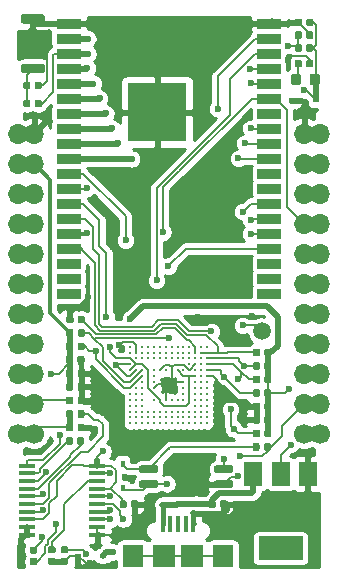
<source format=gbr>
G04 #@! TF.GenerationSoftware,KiCad,Pcbnew,(5.1.5-0)*
G04 #@! TF.CreationDate,2022-04-04T15:40:44-07:00*
G04 #@! TF.ProjectId,wvr_v.1.0,7776725f-762e-4312-9e30-2e6b69636164,rev?*
G04 #@! TF.SameCoordinates,Original*
G04 #@! TF.FileFunction,Copper,L1,Top*
G04 #@! TF.FilePolarity,Positive*
%FSLAX46Y46*%
G04 Gerber Fmt 4.6, Leading zero omitted, Abs format (unit mm)*
G04 Created by KiCad (PCBNEW (5.1.5-0)) date 2022-04-04 15:40:44*
%MOMM*%
%LPD*%
G04 APERTURE LIST*
%ADD10R,0.450000X0.600000*%
%ADD11R,1.450000X0.450000*%
%ADD12C,0.100000*%
%ADD13C,0.250000*%
%ADD14R,0.400000X1.350000*%
%ADD15R,1.800000X1.900000*%
%ADD16R,1.900000X1.900000*%
%ADD17R,5.000000X5.000000*%
%ADD18R,2.000000X0.900000*%
%ADD19R,1.500000X2.000000*%
%ADD20R,3.800000X2.000000*%
%ADD21R,0.600000X0.450000*%
%ADD22C,1.500000*%
%ADD23O,1.700000X1.700000*%
%ADD24C,1.700000*%
%ADD25C,0.600000*%
%ADD26C,0.127000*%
%ADD27C,0.500000*%
%ADD28C,0.200000*%
%ADD29C,0.300000*%
%ADD30C,0.400000*%
%ADD31C,0.254000*%
G04 APERTURE END LIST*
D10*
X139573000Y-57990740D03*
X139573000Y-55890740D03*
D11*
X137420000Y-56065000D03*
X137420000Y-56715000D03*
X137420000Y-57365000D03*
X137420000Y-58015000D03*
X137420000Y-58665000D03*
X137420000Y-59315000D03*
X137420000Y-59965000D03*
X137420000Y-60615000D03*
X137420000Y-61265000D03*
X137420000Y-61915000D03*
X131520000Y-61915000D03*
X131520000Y-61265000D03*
X131520000Y-60615000D03*
X131520000Y-59965000D03*
X131520000Y-59315000D03*
X131520000Y-58665000D03*
X131520000Y-58015000D03*
X131520000Y-57365000D03*
X131520000Y-56715000D03*
X131520000Y-56065000D03*
G04 #@! TA.AperFunction,SMDPad,CuDef*
D12*
G36*
X132799603Y-22040963D02*
G01*
X132819018Y-22043843D01*
X132838057Y-22048612D01*
X132856537Y-22055224D01*
X132874279Y-22063616D01*
X132891114Y-22073706D01*
X132906879Y-22085398D01*
X132921421Y-22098579D01*
X132934602Y-22113121D01*
X132946294Y-22128886D01*
X132956384Y-22145721D01*
X132964776Y-22163463D01*
X132971388Y-22181943D01*
X132976157Y-22200982D01*
X132979037Y-22220397D01*
X132980000Y-22240000D01*
X132980000Y-22640000D01*
X132979037Y-22659603D01*
X132976157Y-22679018D01*
X132971388Y-22698057D01*
X132964776Y-22716537D01*
X132956384Y-22734279D01*
X132946294Y-22751114D01*
X132934602Y-22766879D01*
X132921421Y-22781421D01*
X132906879Y-22794602D01*
X132891114Y-22806294D01*
X132874279Y-22816384D01*
X132856537Y-22824776D01*
X132838057Y-22831388D01*
X132819018Y-22836157D01*
X132799603Y-22839037D01*
X132780000Y-22840000D01*
X131180000Y-22840000D01*
X131160397Y-22839037D01*
X131140982Y-22836157D01*
X131121943Y-22831388D01*
X131103463Y-22824776D01*
X131085721Y-22816384D01*
X131068886Y-22806294D01*
X131053121Y-22794602D01*
X131038579Y-22781421D01*
X131025398Y-22766879D01*
X131013706Y-22751114D01*
X131003616Y-22734279D01*
X130995224Y-22716537D01*
X130988612Y-22698057D01*
X130983843Y-22679018D01*
X130980963Y-22659603D01*
X130980000Y-22640000D01*
X130980000Y-22240000D01*
X130980963Y-22220397D01*
X130983843Y-22200982D01*
X130988612Y-22181943D01*
X130995224Y-22163463D01*
X131003616Y-22145721D01*
X131013706Y-22128886D01*
X131025398Y-22113121D01*
X131038579Y-22098579D01*
X131053121Y-22085398D01*
X131068886Y-22073706D01*
X131085721Y-22063616D01*
X131103463Y-22055224D01*
X131121943Y-22048612D01*
X131140982Y-22043843D01*
X131160397Y-22040963D01*
X131180000Y-22040000D01*
X132780000Y-22040000D01*
X132799603Y-22040963D01*
G37*
G04 #@! TD.AperFunction*
G04 #@! TA.AperFunction,SMDPad,CuDef*
G36*
X132799603Y-17840963D02*
G01*
X132819018Y-17843843D01*
X132838057Y-17848612D01*
X132856537Y-17855224D01*
X132874279Y-17863616D01*
X132891114Y-17873706D01*
X132906879Y-17885398D01*
X132921421Y-17898579D01*
X132934602Y-17913121D01*
X132946294Y-17928886D01*
X132956384Y-17945721D01*
X132964776Y-17963463D01*
X132971388Y-17981943D01*
X132976157Y-18000982D01*
X132979037Y-18020397D01*
X132980000Y-18040000D01*
X132980000Y-18440000D01*
X132979037Y-18459603D01*
X132976157Y-18479018D01*
X132971388Y-18498057D01*
X132964776Y-18516537D01*
X132956384Y-18534279D01*
X132946294Y-18551114D01*
X132934602Y-18566879D01*
X132921421Y-18581421D01*
X132906879Y-18594602D01*
X132891114Y-18606294D01*
X132874279Y-18616384D01*
X132856537Y-18624776D01*
X132838057Y-18631388D01*
X132819018Y-18636157D01*
X132799603Y-18639037D01*
X132780000Y-18640000D01*
X131180000Y-18640000D01*
X131160397Y-18639037D01*
X131140982Y-18636157D01*
X131121943Y-18631388D01*
X131103463Y-18624776D01*
X131085721Y-18616384D01*
X131068886Y-18606294D01*
X131053121Y-18594602D01*
X131038579Y-18581421D01*
X131025398Y-18566879D01*
X131013706Y-18551114D01*
X131003616Y-18534279D01*
X130995224Y-18516537D01*
X130988612Y-18498057D01*
X130983843Y-18479018D01*
X130980963Y-18459603D01*
X130980000Y-18440000D01*
X130980000Y-18040000D01*
X130980963Y-18020397D01*
X130983843Y-18000982D01*
X130988612Y-17981943D01*
X130995224Y-17963463D01*
X131003616Y-17945721D01*
X131013706Y-17928886D01*
X131025398Y-17913121D01*
X131038579Y-17898579D01*
X131053121Y-17885398D01*
X131068886Y-17873706D01*
X131085721Y-17863616D01*
X131103463Y-17855224D01*
X131121943Y-17848612D01*
X131140982Y-17843843D01*
X131160397Y-17840963D01*
X131180000Y-17840000D01*
X132780000Y-17840000D01*
X132799603Y-17840963D01*
G37*
G04 #@! TD.AperFunction*
D13*
X140730000Y-46990000D03*
X146730000Y-52490000D03*
X146230000Y-52490000D03*
X146730000Y-51990000D03*
X146230000Y-51990000D03*
X144230000Y-52490000D03*
X143730000Y-52490000D03*
X143230000Y-52490000D03*
X140230000Y-51990000D03*
X140230000Y-52490000D03*
X140730000Y-52490000D03*
X140730000Y-51990000D03*
X145230000Y-47490000D03*
X141230000Y-52490000D03*
X141230000Y-51990000D03*
X140730000Y-51490000D03*
X140230000Y-51490000D03*
X140730000Y-48490000D03*
X140230000Y-46490000D03*
X140230000Y-45990000D03*
X140730000Y-45990000D03*
X142730000Y-46990000D03*
X143230000Y-46990000D03*
X145730000Y-47990000D03*
X145730000Y-46990000D03*
X146730000Y-46490000D03*
X142230000Y-45990000D03*
X141230000Y-45990000D03*
X141730000Y-45990000D03*
X143730000Y-45990000D03*
X143230000Y-45990000D03*
X142730000Y-45990000D03*
X144730000Y-45990000D03*
X144230000Y-45990000D03*
X145230000Y-45990000D03*
X146230000Y-45990000D03*
X146730000Y-45990000D03*
X145730000Y-45990000D03*
X145230000Y-46990000D03*
X144730000Y-46990000D03*
X144230000Y-46990000D03*
X142230000Y-46990000D03*
X141230000Y-46990000D03*
X141730000Y-46990000D03*
X141230000Y-46490000D03*
X142230000Y-46490000D03*
X141730000Y-46490000D03*
X143730000Y-46490000D03*
X142730000Y-46490000D03*
X143230000Y-46490000D03*
X145230000Y-46490000D03*
X144230000Y-46490000D03*
X144730000Y-46490000D03*
X140230000Y-50990000D03*
X141230000Y-50990000D03*
X140730000Y-50990000D03*
X140730000Y-50490000D03*
X140230000Y-50490000D03*
X141230000Y-50490000D03*
X140230000Y-49990000D03*
X140730000Y-49990000D03*
X141230000Y-49990000D03*
X140230000Y-49490000D03*
X141230000Y-49490000D03*
X140730000Y-49490000D03*
X140230000Y-48990000D03*
X140730000Y-48990000D03*
X141230000Y-48990000D03*
X142730000Y-52490000D03*
X141730000Y-52490000D03*
X142230000Y-52490000D03*
X142730000Y-51990000D03*
X141730000Y-51990000D03*
X142230000Y-51990000D03*
X143230000Y-51990000D03*
X144230000Y-51990000D03*
X143730000Y-51990000D03*
X141730000Y-51490000D03*
X142230000Y-51490000D03*
X141230000Y-51490000D03*
X143730000Y-51490000D03*
X142730000Y-51490000D03*
X143230000Y-51490000D03*
X145230000Y-51490000D03*
X144230000Y-51490000D03*
X144730000Y-51490000D03*
X144730000Y-51990000D03*
X145730000Y-51990000D03*
X145230000Y-51990000D03*
X144730000Y-52490000D03*
X145730000Y-52490000D03*
X145230000Y-52490000D03*
X145730000Y-51490000D03*
X146730000Y-51490000D03*
X146230000Y-51490000D03*
X146730000Y-50990000D03*
X146230000Y-50990000D03*
X145730000Y-50990000D03*
X146230000Y-50490000D03*
X145730000Y-50490000D03*
X146730000Y-50490000D03*
X145730000Y-49990000D03*
X146730000Y-49990000D03*
X146230000Y-49990000D03*
X145730000Y-49490000D03*
X145730000Y-48990000D03*
X146230000Y-49490000D03*
X146730000Y-49490000D03*
X146230000Y-48990000D03*
X142230000Y-50490000D03*
X142730000Y-50490000D03*
X143230000Y-50490000D03*
X143730000Y-50490000D03*
X144230000Y-50490000D03*
X144730000Y-50490000D03*
X142230000Y-49990000D03*
X144730000Y-49990000D03*
X142230000Y-49490000D03*
X144730000Y-49490000D03*
X142230000Y-48990000D03*
X144730000Y-48990000D03*
X146730000Y-48990000D03*
X140230000Y-48490000D03*
X141230000Y-48490000D03*
X142230000Y-48490000D03*
X144730000Y-48490000D03*
X145730000Y-48490000D03*
X146230000Y-48490000D03*
X146730000Y-48490000D03*
X140230000Y-47990000D03*
X140730000Y-47990000D03*
X141230000Y-47990000D03*
X142230000Y-47990000D03*
X142730000Y-47990000D03*
X143230000Y-47990000D03*
X143730000Y-47990000D03*
X144230000Y-47990000D03*
X144730000Y-47990000D03*
X146230000Y-47990000D03*
X146730000Y-47990000D03*
X140230000Y-47490000D03*
X140730000Y-47490000D03*
X141230000Y-47490000D03*
X145730000Y-47490000D03*
X146230000Y-47490000D03*
X146730000Y-47490000D03*
X140230000Y-46990000D03*
X143730000Y-46990000D03*
X146230000Y-46990000D03*
X146730000Y-46990000D03*
X140730000Y-46490000D03*
X145730000Y-46490000D03*
X146230000Y-46490000D03*
D14*
X144260000Y-61040000D03*
X143610000Y-61040000D03*
X144910000Y-61040000D03*
X142960000Y-61040000D03*
X145560000Y-61040000D03*
D15*
X140460000Y-63715000D03*
X148060000Y-63715000D03*
D16*
X143060000Y-63715000D03*
X145460000Y-63715000D03*
D17*
X142500000Y-26140000D03*
D18*
X152000000Y-18640000D03*
X152000000Y-19910000D03*
X152000000Y-21180000D03*
X152000000Y-22450000D03*
X152000000Y-23720000D03*
X152000000Y-24990000D03*
X152000000Y-26260000D03*
X152000000Y-27530000D03*
X152000000Y-28800000D03*
X152000000Y-30070000D03*
X152000000Y-31340000D03*
X152000000Y-32610000D03*
X152000000Y-33880000D03*
X152000000Y-35150000D03*
X152000000Y-36420000D03*
X152000000Y-37690000D03*
X152000000Y-38960000D03*
X152000000Y-40230000D03*
X152000000Y-41500000D03*
X135000000Y-41500000D03*
X135000000Y-40230000D03*
X135000000Y-38960000D03*
X135000000Y-37690000D03*
X135000000Y-36420000D03*
X135000000Y-35150000D03*
X135000000Y-33880000D03*
X135000000Y-32610000D03*
X135000000Y-31340000D03*
X135000000Y-30070000D03*
X135000000Y-28800000D03*
X135000000Y-27530000D03*
X135000000Y-26260000D03*
X135000000Y-24990000D03*
X135000000Y-23720000D03*
X135000000Y-22450000D03*
X135000000Y-21180000D03*
X135000000Y-19910000D03*
X135000000Y-18640000D03*
G04 #@! TA.AperFunction,SMDPad,CuDef*
D12*
G36*
X140750818Y-59007490D02*
G01*
X140765136Y-59009614D01*
X140779177Y-59013131D01*
X140792806Y-59018008D01*
X140805891Y-59024197D01*
X140818307Y-59031638D01*
X140829933Y-59040261D01*
X140840658Y-59049982D01*
X140850379Y-59060707D01*
X140859002Y-59072333D01*
X140866443Y-59084749D01*
X140872632Y-59097834D01*
X140877509Y-59111463D01*
X140881026Y-59125504D01*
X140883150Y-59139822D01*
X140883860Y-59154280D01*
X140883860Y-59499280D01*
X140883150Y-59513738D01*
X140881026Y-59528056D01*
X140877509Y-59542097D01*
X140872632Y-59555726D01*
X140866443Y-59568811D01*
X140859002Y-59581227D01*
X140850379Y-59592853D01*
X140840658Y-59603578D01*
X140829933Y-59613299D01*
X140818307Y-59621922D01*
X140805891Y-59629363D01*
X140792806Y-59635552D01*
X140779177Y-59640429D01*
X140765136Y-59643946D01*
X140750818Y-59646070D01*
X140736360Y-59646780D01*
X140441360Y-59646780D01*
X140426902Y-59646070D01*
X140412584Y-59643946D01*
X140398543Y-59640429D01*
X140384914Y-59635552D01*
X140371829Y-59629363D01*
X140359413Y-59621922D01*
X140347787Y-59613299D01*
X140337062Y-59603578D01*
X140327341Y-59592853D01*
X140318718Y-59581227D01*
X140311277Y-59568811D01*
X140305088Y-59555726D01*
X140300211Y-59542097D01*
X140296694Y-59528056D01*
X140294570Y-59513738D01*
X140293860Y-59499280D01*
X140293860Y-59154280D01*
X140294570Y-59139822D01*
X140296694Y-59125504D01*
X140300211Y-59111463D01*
X140305088Y-59097834D01*
X140311277Y-59084749D01*
X140318718Y-59072333D01*
X140327341Y-59060707D01*
X140337062Y-59049982D01*
X140347787Y-59040261D01*
X140359413Y-59031638D01*
X140371829Y-59024197D01*
X140384914Y-59018008D01*
X140398543Y-59013131D01*
X140412584Y-59009614D01*
X140426902Y-59007490D01*
X140441360Y-59006780D01*
X140736360Y-59006780D01*
X140750818Y-59007490D01*
G37*
G04 #@! TD.AperFunction*
G04 #@! TA.AperFunction,SMDPad,CuDef*
G36*
X139780818Y-59007490D02*
G01*
X139795136Y-59009614D01*
X139809177Y-59013131D01*
X139822806Y-59018008D01*
X139835891Y-59024197D01*
X139848307Y-59031638D01*
X139859933Y-59040261D01*
X139870658Y-59049982D01*
X139880379Y-59060707D01*
X139889002Y-59072333D01*
X139896443Y-59084749D01*
X139902632Y-59097834D01*
X139907509Y-59111463D01*
X139911026Y-59125504D01*
X139913150Y-59139822D01*
X139913860Y-59154280D01*
X139913860Y-59499280D01*
X139913150Y-59513738D01*
X139911026Y-59528056D01*
X139907509Y-59542097D01*
X139902632Y-59555726D01*
X139896443Y-59568811D01*
X139889002Y-59581227D01*
X139880379Y-59592853D01*
X139870658Y-59603578D01*
X139859933Y-59613299D01*
X139848307Y-59621922D01*
X139835891Y-59629363D01*
X139822806Y-59635552D01*
X139809177Y-59640429D01*
X139795136Y-59643946D01*
X139780818Y-59646070D01*
X139766360Y-59646780D01*
X139471360Y-59646780D01*
X139456902Y-59646070D01*
X139442584Y-59643946D01*
X139428543Y-59640429D01*
X139414914Y-59635552D01*
X139401829Y-59629363D01*
X139389413Y-59621922D01*
X139377787Y-59613299D01*
X139367062Y-59603578D01*
X139357341Y-59592853D01*
X139348718Y-59581227D01*
X139341277Y-59568811D01*
X139335088Y-59555726D01*
X139330211Y-59542097D01*
X139326694Y-59528056D01*
X139324570Y-59513738D01*
X139323860Y-59499280D01*
X139323860Y-59154280D01*
X139324570Y-59139822D01*
X139326694Y-59125504D01*
X139330211Y-59111463D01*
X139335088Y-59097834D01*
X139341277Y-59084749D01*
X139348718Y-59072333D01*
X139357341Y-59060707D01*
X139367062Y-59049982D01*
X139377787Y-59040261D01*
X139389413Y-59031638D01*
X139401829Y-59024197D01*
X139414914Y-59018008D01*
X139428543Y-59013131D01*
X139442584Y-59009614D01*
X139456902Y-59007490D01*
X139471360Y-59006780D01*
X139766360Y-59006780D01*
X139780818Y-59007490D01*
G37*
G04 #@! TD.AperFunction*
G04 #@! TA.AperFunction,SMDPad,CuDef*
G36*
X148281918Y-59010030D02*
G01*
X148296236Y-59012154D01*
X148310277Y-59015671D01*
X148323906Y-59020548D01*
X148336991Y-59026737D01*
X148349407Y-59034178D01*
X148361033Y-59042801D01*
X148371758Y-59052522D01*
X148381479Y-59063247D01*
X148390102Y-59074873D01*
X148397543Y-59087289D01*
X148403732Y-59100374D01*
X148408609Y-59114003D01*
X148412126Y-59128044D01*
X148414250Y-59142362D01*
X148414960Y-59156820D01*
X148414960Y-59501820D01*
X148414250Y-59516278D01*
X148412126Y-59530596D01*
X148408609Y-59544637D01*
X148403732Y-59558266D01*
X148397543Y-59571351D01*
X148390102Y-59583767D01*
X148381479Y-59595393D01*
X148371758Y-59606118D01*
X148361033Y-59615839D01*
X148349407Y-59624462D01*
X148336991Y-59631903D01*
X148323906Y-59638092D01*
X148310277Y-59642969D01*
X148296236Y-59646486D01*
X148281918Y-59648610D01*
X148267460Y-59649320D01*
X147972460Y-59649320D01*
X147958002Y-59648610D01*
X147943684Y-59646486D01*
X147929643Y-59642969D01*
X147916014Y-59638092D01*
X147902929Y-59631903D01*
X147890513Y-59624462D01*
X147878887Y-59615839D01*
X147868162Y-59606118D01*
X147858441Y-59595393D01*
X147849818Y-59583767D01*
X147842377Y-59571351D01*
X147836188Y-59558266D01*
X147831311Y-59544637D01*
X147827794Y-59530596D01*
X147825670Y-59516278D01*
X147824960Y-59501820D01*
X147824960Y-59156820D01*
X147825670Y-59142362D01*
X147827794Y-59128044D01*
X147831311Y-59114003D01*
X147836188Y-59100374D01*
X147842377Y-59087289D01*
X147849818Y-59074873D01*
X147858441Y-59063247D01*
X147868162Y-59052522D01*
X147878887Y-59042801D01*
X147890513Y-59034178D01*
X147902929Y-59026737D01*
X147916014Y-59020548D01*
X147929643Y-59015671D01*
X147943684Y-59012154D01*
X147958002Y-59010030D01*
X147972460Y-59009320D01*
X148267460Y-59009320D01*
X148281918Y-59010030D01*
G37*
G04 #@! TD.AperFunction*
G04 #@! TA.AperFunction,SMDPad,CuDef*
G36*
X147311918Y-59010030D02*
G01*
X147326236Y-59012154D01*
X147340277Y-59015671D01*
X147353906Y-59020548D01*
X147366991Y-59026737D01*
X147379407Y-59034178D01*
X147391033Y-59042801D01*
X147401758Y-59052522D01*
X147411479Y-59063247D01*
X147420102Y-59074873D01*
X147427543Y-59087289D01*
X147433732Y-59100374D01*
X147438609Y-59114003D01*
X147442126Y-59128044D01*
X147444250Y-59142362D01*
X147444960Y-59156820D01*
X147444960Y-59501820D01*
X147444250Y-59516278D01*
X147442126Y-59530596D01*
X147438609Y-59544637D01*
X147433732Y-59558266D01*
X147427543Y-59571351D01*
X147420102Y-59583767D01*
X147411479Y-59595393D01*
X147401758Y-59606118D01*
X147391033Y-59615839D01*
X147379407Y-59624462D01*
X147366991Y-59631903D01*
X147353906Y-59638092D01*
X147340277Y-59642969D01*
X147326236Y-59646486D01*
X147311918Y-59648610D01*
X147297460Y-59649320D01*
X147002460Y-59649320D01*
X146988002Y-59648610D01*
X146973684Y-59646486D01*
X146959643Y-59642969D01*
X146946014Y-59638092D01*
X146932929Y-59631903D01*
X146920513Y-59624462D01*
X146908887Y-59615839D01*
X146898162Y-59606118D01*
X146888441Y-59595393D01*
X146879818Y-59583767D01*
X146872377Y-59571351D01*
X146866188Y-59558266D01*
X146861311Y-59544637D01*
X146857794Y-59530596D01*
X146855670Y-59516278D01*
X146854960Y-59501820D01*
X146854960Y-59156820D01*
X146855670Y-59142362D01*
X146857794Y-59128044D01*
X146861311Y-59114003D01*
X146866188Y-59100374D01*
X146872377Y-59087289D01*
X146879818Y-59074873D01*
X146888441Y-59063247D01*
X146898162Y-59052522D01*
X146908887Y-59042801D01*
X146920513Y-59034178D01*
X146932929Y-59026737D01*
X146946014Y-59020548D01*
X146959643Y-59015671D01*
X146973684Y-59012154D01*
X146988002Y-59010030D01*
X147002460Y-59009320D01*
X147297460Y-59009320D01*
X147311918Y-59010030D01*
G37*
G04 #@! TD.AperFunction*
G04 #@! TA.AperFunction,SMDPad,CuDef*
G36*
X133765558Y-63868510D02*
G01*
X133779876Y-63870634D01*
X133793917Y-63874151D01*
X133807546Y-63879028D01*
X133820631Y-63885217D01*
X133833047Y-63892658D01*
X133844673Y-63901281D01*
X133855398Y-63911002D01*
X133865119Y-63921727D01*
X133873742Y-63933353D01*
X133881183Y-63945769D01*
X133887372Y-63958854D01*
X133892249Y-63972483D01*
X133895766Y-63986524D01*
X133897890Y-64000842D01*
X133898600Y-64015300D01*
X133898600Y-64310300D01*
X133897890Y-64324758D01*
X133895766Y-64339076D01*
X133892249Y-64353117D01*
X133887372Y-64366746D01*
X133881183Y-64379831D01*
X133873742Y-64392247D01*
X133865119Y-64403873D01*
X133855398Y-64414598D01*
X133844673Y-64424319D01*
X133833047Y-64432942D01*
X133820631Y-64440383D01*
X133807546Y-64446572D01*
X133793917Y-64451449D01*
X133779876Y-64454966D01*
X133765558Y-64457090D01*
X133751100Y-64457800D01*
X133406100Y-64457800D01*
X133391642Y-64457090D01*
X133377324Y-64454966D01*
X133363283Y-64451449D01*
X133349654Y-64446572D01*
X133336569Y-64440383D01*
X133324153Y-64432942D01*
X133312527Y-64424319D01*
X133301802Y-64414598D01*
X133292081Y-64403873D01*
X133283458Y-64392247D01*
X133276017Y-64379831D01*
X133269828Y-64366746D01*
X133264951Y-64353117D01*
X133261434Y-64339076D01*
X133259310Y-64324758D01*
X133258600Y-64310300D01*
X133258600Y-64015300D01*
X133259310Y-64000842D01*
X133261434Y-63986524D01*
X133264951Y-63972483D01*
X133269828Y-63958854D01*
X133276017Y-63945769D01*
X133283458Y-63933353D01*
X133292081Y-63921727D01*
X133301802Y-63911002D01*
X133312527Y-63901281D01*
X133324153Y-63892658D01*
X133336569Y-63885217D01*
X133349654Y-63879028D01*
X133363283Y-63874151D01*
X133377324Y-63870634D01*
X133391642Y-63868510D01*
X133406100Y-63867800D01*
X133751100Y-63867800D01*
X133765558Y-63868510D01*
G37*
G04 #@! TD.AperFunction*
G04 #@! TA.AperFunction,SMDPad,CuDef*
G36*
X133765558Y-62898510D02*
G01*
X133779876Y-62900634D01*
X133793917Y-62904151D01*
X133807546Y-62909028D01*
X133820631Y-62915217D01*
X133833047Y-62922658D01*
X133844673Y-62931281D01*
X133855398Y-62941002D01*
X133865119Y-62951727D01*
X133873742Y-62963353D01*
X133881183Y-62975769D01*
X133887372Y-62988854D01*
X133892249Y-63002483D01*
X133895766Y-63016524D01*
X133897890Y-63030842D01*
X133898600Y-63045300D01*
X133898600Y-63340300D01*
X133897890Y-63354758D01*
X133895766Y-63369076D01*
X133892249Y-63383117D01*
X133887372Y-63396746D01*
X133881183Y-63409831D01*
X133873742Y-63422247D01*
X133865119Y-63433873D01*
X133855398Y-63444598D01*
X133844673Y-63454319D01*
X133833047Y-63462942D01*
X133820631Y-63470383D01*
X133807546Y-63476572D01*
X133793917Y-63481449D01*
X133779876Y-63484966D01*
X133765558Y-63487090D01*
X133751100Y-63487800D01*
X133406100Y-63487800D01*
X133391642Y-63487090D01*
X133377324Y-63484966D01*
X133363283Y-63481449D01*
X133349654Y-63476572D01*
X133336569Y-63470383D01*
X133324153Y-63462942D01*
X133312527Y-63454319D01*
X133301802Y-63444598D01*
X133292081Y-63433873D01*
X133283458Y-63422247D01*
X133276017Y-63409831D01*
X133269828Y-63396746D01*
X133264951Y-63383117D01*
X133261434Y-63369076D01*
X133259310Y-63354758D01*
X133258600Y-63340300D01*
X133258600Y-63045300D01*
X133259310Y-63030842D01*
X133261434Y-63016524D01*
X133264951Y-63002483D01*
X133269828Y-62988854D01*
X133276017Y-62975769D01*
X133283458Y-62963353D01*
X133292081Y-62951727D01*
X133301802Y-62941002D01*
X133312527Y-62931281D01*
X133324153Y-62922658D01*
X133336569Y-62915217D01*
X133349654Y-62909028D01*
X133363283Y-62904151D01*
X133377324Y-62900634D01*
X133391642Y-62898510D01*
X133406100Y-62897800D01*
X133751100Y-62897800D01*
X133765558Y-62898510D01*
G37*
G04 #@! TD.AperFunction*
G04 #@! TA.AperFunction,SMDPad,CuDef*
G36*
X156080691Y-22894053D02*
G01*
X156101926Y-22897203D01*
X156122750Y-22902419D01*
X156142962Y-22909651D01*
X156162368Y-22918830D01*
X156180781Y-22929866D01*
X156198024Y-22942654D01*
X156213930Y-22957070D01*
X156228346Y-22972976D01*
X156241134Y-22990219D01*
X156252170Y-23008632D01*
X156261349Y-23028038D01*
X156268581Y-23048250D01*
X156273797Y-23069074D01*
X156276947Y-23090309D01*
X156278000Y-23111750D01*
X156278000Y-23624250D01*
X156276947Y-23645691D01*
X156273797Y-23666926D01*
X156268581Y-23687750D01*
X156261349Y-23707962D01*
X156252170Y-23727368D01*
X156241134Y-23745781D01*
X156228346Y-23763024D01*
X156213930Y-23778930D01*
X156198024Y-23793346D01*
X156180781Y-23806134D01*
X156162368Y-23817170D01*
X156142962Y-23826349D01*
X156122750Y-23833581D01*
X156101926Y-23838797D01*
X156080691Y-23841947D01*
X156059250Y-23843000D01*
X155621750Y-23843000D01*
X155600309Y-23841947D01*
X155579074Y-23838797D01*
X155558250Y-23833581D01*
X155538038Y-23826349D01*
X155518632Y-23817170D01*
X155500219Y-23806134D01*
X155482976Y-23793346D01*
X155467070Y-23778930D01*
X155452654Y-23763024D01*
X155439866Y-23745781D01*
X155428830Y-23727368D01*
X155419651Y-23707962D01*
X155412419Y-23687750D01*
X155407203Y-23666926D01*
X155404053Y-23645691D01*
X155403000Y-23624250D01*
X155403000Y-23111750D01*
X155404053Y-23090309D01*
X155407203Y-23069074D01*
X155412419Y-23048250D01*
X155419651Y-23028038D01*
X155428830Y-23008632D01*
X155439866Y-22990219D01*
X155452654Y-22972976D01*
X155467070Y-22957070D01*
X155482976Y-22942654D01*
X155500219Y-22929866D01*
X155518632Y-22918830D01*
X155538038Y-22909651D01*
X155558250Y-22902419D01*
X155579074Y-22897203D01*
X155600309Y-22894053D01*
X155621750Y-22893000D01*
X156059250Y-22893000D01*
X156080691Y-22894053D01*
G37*
G04 #@! TD.AperFunction*
G04 #@! TA.AperFunction,SMDPad,CuDef*
G36*
X154505691Y-22894053D02*
G01*
X154526926Y-22897203D01*
X154547750Y-22902419D01*
X154567962Y-22909651D01*
X154587368Y-22918830D01*
X154605781Y-22929866D01*
X154623024Y-22942654D01*
X154638930Y-22957070D01*
X154653346Y-22972976D01*
X154666134Y-22990219D01*
X154677170Y-23008632D01*
X154686349Y-23028038D01*
X154693581Y-23048250D01*
X154698797Y-23069074D01*
X154701947Y-23090309D01*
X154703000Y-23111750D01*
X154703000Y-23624250D01*
X154701947Y-23645691D01*
X154698797Y-23666926D01*
X154693581Y-23687750D01*
X154686349Y-23707962D01*
X154677170Y-23727368D01*
X154666134Y-23745781D01*
X154653346Y-23763024D01*
X154638930Y-23778930D01*
X154623024Y-23793346D01*
X154605781Y-23806134D01*
X154587368Y-23817170D01*
X154567962Y-23826349D01*
X154547750Y-23833581D01*
X154526926Y-23838797D01*
X154505691Y-23841947D01*
X154484250Y-23843000D01*
X154046750Y-23843000D01*
X154025309Y-23841947D01*
X154004074Y-23838797D01*
X153983250Y-23833581D01*
X153963038Y-23826349D01*
X153943632Y-23817170D01*
X153925219Y-23806134D01*
X153907976Y-23793346D01*
X153892070Y-23778930D01*
X153877654Y-23763024D01*
X153864866Y-23745781D01*
X153853830Y-23727368D01*
X153844651Y-23707962D01*
X153837419Y-23687750D01*
X153832203Y-23666926D01*
X153829053Y-23645691D01*
X153828000Y-23624250D01*
X153828000Y-23111750D01*
X153829053Y-23090309D01*
X153832203Y-23069074D01*
X153837419Y-23048250D01*
X153844651Y-23028038D01*
X153853830Y-23008632D01*
X153864866Y-22990219D01*
X153877654Y-22972976D01*
X153892070Y-22957070D01*
X153907976Y-22942654D01*
X153925219Y-22929866D01*
X153943632Y-22918830D01*
X153963038Y-22909651D01*
X153983250Y-22902419D01*
X154004074Y-22897203D01*
X154025309Y-22894053D01*
X154046750Y-22893000D01*
X154484250Y-22893000D01*
X154505691Y-22894053D01*
G37*
G04 #@! TD.AperFunction*
D19*
X155250000Y-56770000D03*
X150650000Y-56770000D03*
X152950000Y-56770000D03*
D20*
X152950000Y-63070000D03*
G04 #@! TA.AperFunction,SMDPad,CuDef*
D12*
G36*
X154616958Y-21715210D02*
G01*
X154631276Y-21717334D01*
X154645317Y-21720851D01*
X154658946Y-21725728D01*
X154672031Y-21731917D01*
X154684447Y-21739358D01*
X154696073Y-21747981D01*
X154706798Y-21757702D01*
X154716519Y-21768427D01*
X154725142Y-21780053D01*
X154732583Y-21792469D01*
X154738772Y-21805554D01*
X154743649Y-21819183D01*
X154747166Y-21833224D01*
X154749290Y-21847542D01*
X154750000Y-21862000D01*
X154750000Y-22207000D01*
X154749290Y-22221458D01*
X154747166Y-22235776D01*
X154743649Y-22249817D01*
X154738772Y-22263446D01*
X154732583Y-22276531D01*
X154725142Y-22288947D01*
X154716519Y-22300573D01*
X154706798Y-22311298D01*
X154696073Y-22321019D01*
X154684447Y-22329642D01*
X154672031Y-22337083D01*
X154658946Y-22343272D01*
X154645317Y-22348149D01*
X154631276Y-22351666D01*
X154616958Y-22353790D01*
X154602500Y-22354500D01*
X154307500Y-22354500D01*
X154293042Y-22353790D01*
X154278724Y-22351666D01*
X154264683Y-22348149D01*
X154251054Y-22343272D01*
X154237969Y-22337083D01*
X154225553Y-22329642D01*
X154213927Y-22321019D01*
X154203202Y-22311298D01*
X154193481Y-22300573D01*
X154184858Y-22288947D01*
X154177417Y-22276531D01*
X154171228Y-22263446D01*
X154166351Y-22249817D01*
X154162834Y-22235776D01*
X154160710Y-22221458D01*
X154160000Y-22207000D01*
X154160000Y-21862000D01*
X154160710Y-21847542D01*
X154162834Y-21833224D01*
X154166351Y-21819183D01*
X154171228Y-21805554D01*
X154177417Y-21792469D01*
X154184858Y-21780053D01*
X154193481Y-21768427D01*
X154203202Y-21757702D01*
X154213927Y-21747981D01*
X154225553Y-21739358D01*
X154237969Y-21731917D01*
X154251054Y-21725728D01*
X154264683Y-21720851D01*
X154278724Y-21717334D01*
X154293042Y-21715210D01*
X154307500Y-21714500D01*
X154602500Y-21714500D01*
X154616958Y-21715210D01*
G37*
G04 #@! TD.AperFunction*
G04 #@! TA.AperFunction,SMDPad,CuDef*
G36*
X155586958Y-21715210D02*
G01*
X155601276Y-21717334D01*
X155615317Y-21720851D01*
X155628946Y-21725728D01*
X155642031Y-21731917D01*
X155654447Y-21739358D01*
X155666073Y-21747981D01*
X155676798Y-21757702D01*
X155686519Y-21768427D01*
X155695142Y-21780053D01*
X155702583Y-21792469D01*
X155708772Y-21805554D01*
X155713649Y-21819183D01*
X155717166Y-21833224D01*
X155719290Y-21847542D01*
X155720000Y-21862000D01*
X155720000Y-22207000D01*
X155719290Y-22221458D01*
X155717166Y-22235776D01*
X155713649Y-22249817D01*
X155708772Y-22263446D01*
X155702583Y-22276531D01*
X155695142Y-22288947D01*
X155686519Y-22300573D01*
X155676798Y-22311298D01*
X155666073Y-22321019D01*
X155654447Y-22329642D01*
X155642031Y-22337083D01*
X155628946Y-22343272D01*
X155615317Y-22348149D01*
X155601276Y-22351666D01*
X155586958Y-22353790D01*
X155572500Y-22354500D01*
X155277500Y-22354500D01*
X155263042Y-22353790D01*
X155248724Y-22351666D01*
X155234683Y-22348149D01*
X155221054Y-22343272D01*
X155207969Y-22337083D01*
X155195553Y-22329642D01*
X155183927Y-22321019D01*
X155173202Y-22311298D01*
X155163481Y-22300573D01*
X155154858Y-22288947D01*
X155147417Y-22276531D01*
X155141228Y-22263446D01*
X155136351Y-22249817D01*
X155132834Y-22235776D01*
X155130710Y-22221458D01*
X155130000Y-22207000D01*
X155130000Y-21862000D01*
X155130710Y-21847542D01*
X155132834Y-21833224D01*
X155136351Y-21819183D01*
X155141228Y-21805554D01*
X155147417Y-21792469D01*
X155154858Y-21780053D01*
X155163481Y-21768427D01*
X155173202Y-21757702D01*
X155183927Y-21747981D01*
X155195553Y-21739358D01*
X155207969Y-21731917D01*
X155221054Y-21725728D01*
X155234683Y-21720851D01*
X155248724Y-21717334D01*
X155263042Y-21715210D01*
X155277500Y-21714500D01*
X155572500Y-21714500D01*
X155586958Y-21715210D01*
G37*
G04 #@! TD.AperFunction*
D21*
X135792500Y-63690500D03*
X137892500Y-63690500D03*
X153890000Y-25146000D03*
X155990000Y-25146000D03*
D22*
X151384000Y-44704000D03*
D23*
X154940000Y-27960000D03*
X154940000Y-30500000D03*
X154940000Y-33040000D03*
X154940000Y-35580000D03*
X154940000Y-38120000D03*
X154940000Y-40660000D03*
X154940000Y-43200000D03*
X154940000Y-45740000D03*
X154940000Y-48280000D03*
X154940000Y-50820000D03*
D24*
X154940000Y-53360000D03*
D23*
X156300000Y-33040000D03*
X156300000Y-35580000D03*
X156300000Y-50820000D03*
D24*
X156300000Y-53360000D03*
D23*
X156300000Y-38120000D03*
X156300000Y-40660000D03*
X156300000Y-43200000D03*
X156300000Y-45740000D03*
X156300000Y-48280000D03*
X156300000Y-27960000D03*
X156300000Y-30500000D03*
D24*
X132080000Y-53360000D03*
D23*
X132080000Y-50820000D03*
X132080000Y-48280000D03*
X132080000Y-45740000D03*
X132080000Y-43200000D03*
X132080000Y-40660000D03*
X132080000Y-38120000D03*
X132080000Y-35580000D03*
X132080000Y-33040000D03*
X132080000Y-30500000D03*
X132080000Y-27960000D03*
X130730000Y-45740000D03*
X130730000Y-43200000D03*
X130730000Y-33040000D03*
X130730000Y-40660000D03*
X130730000Y-50820000D03*
D24*
X130730000Y-53360000D03*
D23*
X130730000Y-27960000D03*
X130730000Y-38120000D03*
X130730000Y-35580000D03*
X130730000Y-48280000D03*
X130730000Y-30500000D03*
G04 #@! TA.AperFunction,SMDPad,CuDef*
D12*
G36*
X131626958Y-23560710D02*
G01*
X131641276Y-23562834D01*
X131655317Y-23566351D01*
X131668946Y-23571228D01*
X131682031Y-23577417D01*
X131694447Y-23584858D01*
X131706073Y-23593481D01*
X131716798Y-23603202D01*
X131726519Y-23613927D01*
X131735142Y-23625553D01*
X131742583Y-23637969D01*
X131748772Y-23651054D01*
X131753649Y-23664683D01*
X131757166Y-23678724D01*
X131759290Y-23693042D01*
X131760000Y-23707500D01*
X131760000Y-24052500D01*
X131759290Y-24066958D01*
X131757166Y-24081276D01*
X131753649Y-24095317D01*
X131748772Y-24108946D01*
X131742583Y-24122031D01*
X131735142Y-24134447D01*
X131726519Y-24146073D01*
X131716798Y-24156798D01*
X131706073Y-24166519D01*
X131694447Y-24175142D01*
X131682031Y-24182583D01*
X131668946Y-24188772D01*
X131655317Y-24193649D01*
X131641276Y-24197166D01*
X131626958Y-24199290D01*
X131612500Y-24200000D01*
X131317500Y-24200000D01*
X131303042Y-24199290D01*
X131288724Y-24197166D01*
X131274683Y-24193649D01*
X131261054Y-24188772D01*
X131247969Y-24182583D01*
X131235553Y-24175142D01*
X131223927Y-24166519D01*
X131213202Y-24156798D01*
X131203481Y-24146073D01*
X131194858Y-24134447D01*
X131187417Y-24122031D01*
X131181228Y-24108946D01*
X131176351Y-24095317D01*
X131172834Y-24081276D01*
X131170710Y-24066958D01*
X131170000Y-24052500D01*
X131170000Y-23707500D01*
X131170710Y-23693042D01*
X131172834Y-23678724D01*
X131176351Y-23664683D01*
X131181228Y-23651054D01*
X131187417Y-23637969D01*
X131194858Y-23625553D01*
X131203481Y-23613927D01*
X131213202Y-23603202D01*
X131223927Y-23593481D01*
X131235553Y-23584858D01*
X131247969Y-23577417D01*
X131261054Y-23571228D01*
X131274683Y-23566351D01*
X131288724Y-23562834D01*
X131303042Y-23560710D01*
X131317500Y-23560000D01*
X131612500Y-23560000D01*
X131626958Y-23560710D01*
G37*
G04 #@! TD.AperFunction*
G04 #@! TA.AperFunction,SMDPad,CuDef*
G36*
X132596958Y-23560710D02*
G01*
X132611276Y-23562834D01*
X132625317Y-23566351D01*
X132638946Y-23571228D01*
X132652031Y-23577417D01*
X132664447Y-23584858D01*
X132676073Y-23593481D01*
X132686798Y-23603202D01*
X132696519Y-23613927D01*
X132705142Y-23625553D01*
X132712583Y-23637969D01*
X132718772Y-23651054D01*
X132723649Y-23664683D01*
X132727166Y-23678724D01*
X132729290Y-23693042D01*
X132730000Y-23707500D01*
X132730000Y-24052500D01*
X132729290Y-24066958D01*
X132727166Y-24081276D01*
X132723649Y-24095317D01*
X132718772Y-24108946D01*
X132712583Y-24122031D01*
X132705142Y-24134447D01*
X132696519Y-24146073D01*
X132686798Y-24156798D01*
X132676073Y-24166519D01*
X132664447Y-24175142D01*
X132652031Y-24182583D01*
X132638946Y-24188772D01*
X132625317Y-24193649D01*
X132611276Y-24197166D01*
X132596958Y-24199290D01*
X132582500Y-24200000D01*
X132287500Y-24200000D01*
X132273042Y-24199290D01*
X132258724Y-24197166D01*
X132244683Y-24193649D01*
X132231054Y-24188772D01*
X132217969Y-24182583D01*
X132205553Y-24175142D01*
X132193927Y-24166519D01*
X132183202Y-24156798D01*
X132173481Y-24146073D01*
X132164858Y-24134447D01*
X132157417Y-24122031D01*
X132151228Y-24108946D01*
X132146351Y-24095317D01*
X132142834Y-24081276D01*
X132140710Y-24066958D01*
X132140000Y-24052500D01*
X132140000Y-23707500D01*
X132140710Y-23693042D01*
X132142834Y-23678724D01*
X132146351Y-23664683D01*
X132151228Y-23651054D01*
X132157417Y-23637969D01*
X132164858Y-23625553D01*
X132173481Y-23613927D01*
X132183202Y-23603202D01*
X132193927Y-23593481D01*
X132205553Y-23584858D01*
X132217969Y-23577417D01*
X132231054Y-23571228D01*
X132244683Y-23566351D01*
X132258724Y-23562834D01*
X132273042Y-23560710D01*
X132287500Y-23560000D01*
X132582500Y-23560000D01*
X132596958Y-23560710D01*
G37*
G04 #@! TD.AperFunction*
G04 #@! TA.AperFunction,SMDPad,CuDef*
G36*
X155586958Y-20381710D02*
G01*
X155601276Y-20383834D01*
X155615317Y-20387351D01*
X155628946Y-20392228D01*
X155642031Y-20398417D01*
X155654447Y-20405858D01*
X155666073Y-20414481D01*
X155676798Y-20424202D01*
X155686519Y-20434927D01*
X155695142Y-20446553D01*
X155702583Y-20458969D01*
X155708772Y-20472054D01*
X155713649Y-20485683D01*
X155717166Y-20499724D01*
X155719290Y-20514042D01*
X155720000Y-20528500D01*
X155720000Y-20873500D01*
X155719290Y-20887958D01*
X155717166Y-20902276D01*
X155713649Y-20916317D01*
X155708772Y-20929946D01*
X155702583Y-20943031D01*
X155695142Y-20955447D01*
X155686519Y-20967073D01*
X155676798Y-20977798D01*
X155666073Y-20987519D01*
X155654447Y-20996142D01*
X155642031Y-21003583D01*
X155628946Y-21009772D01*
X155615317Y-21014649D01*
X155601276Y-21018166D01*
X155586958Y-21020290D01*
X155572500Y-21021000D01*
X155277500Y-21021000D01*
X155263042Y-21020290D01*
X155248724Y-21018166D01*
X155234683Y-21014649D01*
X155221054Y-21009772D01*
X155207969Y-21003583D01*
X155195553Y-20996142D01*
X155183927Y-20987519D01*
X155173202Y-20977798D01*
X155163481Y-20967073D01*
X155154858Y-20955447D01*
X155147417Y-20943031D01*
X155141228Y-20929946D01*
X155136351Y-20916317D01*
X155132834Y-20902276D01*
X155130710Y-20887958D01*
X155130000Y-20873500D01*
X155130000Y-20528500D01*
X155130710Y-20514042D01*
X155132834Y-20499724D01*
X155136351Y-20485683D01*
X155141228Y-20472054D01*
X155147417Y-20458969D01*
X155154858Y-20446553D01*
X155163481Y-20434927D01*
X155173202Y-20424202D01*
X155183927Y-20414481D01*
X155195553Y-20405858D01*
X155207969Y-20398417D01*
X155221054Y-20392228D01*
X155234683Y-20387351D01*
X155248724Y-20383834D01*
X155263042Y-20381710D01*
X155277500Y-20381000D01*
X155572500Y-20381000D01*
X155586958Y-20381710D01*
G37*
G04 #@! TD.AperFunction*
G04 #@! TA.AperFunction,SMDPad,CuDef*
G36*
X154616958Y-20381710D02*
G01*
X154631276Y-20383834D01*
X154645317Y-20387351D01*
X154658946Y-20392228D01*
X154672031Y-20398417D01*
X154684447Y-20405858D01*
X154696073Y-20414481D01*
X154706798Y-20424202D01*
X154716519Y-20434927D01*
X154725142Y-20446553D01*
X154732583Y-20458969D01*
X154738772Y-20472054D01*
X154743649Y-20485683D01*
X154747166Y-20499724D01*
X154749290Y-20514042D01*
X154750000Y-20528500D01*
X154750000Y-20873500D01*
X154749290Y-20887958D01*
X154747166Y-20902276D01*
X154743649Y-20916317D01*
X154738772Y-20929946D01*
X154732583Y-20943031D01*
X154725142Y-20955447D01*
X154716519Y-20967073D01*
X154706798Y-20977798D01*
X154696073Y-20987519D01*
X154684447Y-20996142D01*
X154672031Y-21003583D01*
X154658946Y-21009772D01*
X154645317Y-21014649D01*
X154631276Y-21018166D01*
X154616958Y-21020290D01*
X154602500Y-21021000D01*
X154307500Y-21021000D01*
X154293042Y-21020290D01*
X154278724Y-21018166D01*
X154264683Y-21014649D01*
X154251054Y-21009772D01*
X154237969Y-21003583D01*
X154225553Y-20996142D01*
X154213927Y-20987519D01*
X154203202Y-20977798D01*
X154193481Y-20967073D01*
X154184858Y-20955447D01*
X154177417Y-20943031D01*
X154171228Y-20929946D01*
X154166351Y-20916317D01*
X154162834Y-20902276D01*
X154160710Y-20887958D01*
X154160000Y-20873500D01*
X154160000Y-20528500D01*
X154160710Y-20514042D01*
X154162834Y-20499724D01*
X154166351Y-20485683D01*
X154171228Y-20472054D01*
X154177417Y-20458969D01*
X154184858Y-20446553D01*
X154193481Y-20434927D01*
X154203202Y-20424202D01*
X154213927Y-20414481D01*
X154225553Y-20405858D01*
X154237969Y-20398417D01*
X154251054Y-20392228D01*
X154264683Y-20387351D01*
X154278724Y-20383834D01*
X154293042Y-20381710D01*
X154307500Y-20381000D01*
X154602500Y-20381000D01*
X154616958Y-20381710D01*
G37*
G04 #@! TD.AperFunction*
G04 #@! TA.AperFunction,SMDPad,CuDef*
G36*
X148824703Y-56055722D02*
G01*
X148839264Y-56057882D01*
X148853543Y-56061459D01*
X148867403Y-56066418D01*
X148880710Y-56072712D01*
X148893336Y-56080280D01*
X148905159Y-56089048D01*
X148916066Y-56098934D01*
X148925952Y-56109841D01*
X148934720Y-56121664D01*
X148942288Y-56134290D01*
X148948582Y-56147597D01*
X148953541Y-56161457D01*
X148957118Y-56175736D01*
X148959278Y-56190297D01*
X148960000Y-56205000D01*
X148960000Y-56505000D01*
X148959278Y-56519703D01*
X148957118Y-56534264D01*
X148953541Y-56548543D01*
X148948582Y-56562403D01*
X148942288Y-56575710D01*
X148934720Y-56588336D01*
X148925952Y-56600159D01*
X148916066Y-56611066D01*
X148905159Y-56620952D01*
X148893336Y-56629720D01*
X148880710Y-56637288D01*
X148867403Y-56643582D01*
X148853543Y-56648541D01*
X148839264Y-56652118D01*
X148824703Y-56654278D01*
X148810000Y-56655000D01*
X147485000Y-56655000D01*
X147470297Y-56654278D01*
X147455736Y-56652118D01*
X147441457Y-56648541D01*
X147427597Y-56643582D01*
X147414290Y-56637288D01*
X147401664Y-56629720D01*
X147389841Y-56620952D01*
X147378934Y-56611066D01*
X147369048Y-56600159D01*
X147360280Y-56588336D01*
X147352712Y-56575710D01*
X147346418Y-56562403D01*
X147341459Y-56548543D01*
X147337882Y-56534264D01*
X147335722Y-56519703D01*
X147335000Y-56505000D01*
X147335000Y-56205000D01*
X147335722Y-56190297D01*
X147337882Y-56175736D01*
X147341459Y-56161457D01*
X147346418Y-56147597D01*
X147352712Y-56134290D01*
X147360280Y-56121664D01*
X147369048Y-56109841D01*
X147378934Y-56098934D01*
X147389841Y-56089048D01*
X147401664Y-56080280D01*
X147414290Y-56072712D01*
X147427597Y-56066418D01*
X147441457Y-56061459D01*
X147455736Y-56057882D01*
X147470297Y-56055722D01*
X147485000Y-56055000D01*
X148810000Y-56055000D01*
X148824703Y-56055722D01*
G37*
G04 #@! TD.AperFunction*
G04 #@! TA.AperFunction,SMDPad,CuDef*
G36*
X148824703Y-57325722D02*
G01*
X148839264Y-57327882D01*
X148853543Y-57331459D01*
X148867403Y-57336418D01*
X148880710Y-57342712D01*
X148893336Y-57350280D01*
X148905159Y-57359048D01*
X148916066Y-57368934D01*
X148925952Y-57379841D01*
X148934720Y-57391664D01*
X148942288Y-57404290D01*
X148948582Y-57417597D01*
X148953541Y-57431457D01*
X148957118Y-57445736D01*
X148959278Y-57460297D01*
X148960000Y-57475000D01*
X148960000Y-57775000D01*
X148959278Y-57789703D01*
X148957118Y-57804264D01*
X148953541Y-57818543D01*
X148948582Y-57832403D01*
X148942288Y-57845710D01*
X148934720Y-57858336D01*
X148925952Y-57870159D01*
X148916066Y-57881066D01*
X148905159Y-57890952D01*
X148893336Y-57899720D01*
X148880710Y-57907288D01*
X148867403Y-57913582D01*
X148853543Y-57918541D01*
X148839264Y-57922118D01*
X148824703Y-57924278D01*
X148810000Y-57925000D01*
X147485000Y-57925000D01*
X147470297Y-57924278D01*
X147455736Y-57922118D01*
X147441457Y-57918541D01*
X147427597Y-57913582D01*
X147414290Y-57907288D01*
X147401664Y-57899720D01*
X147389841Y-57890952D01*
X147378934Y-57881066D01*
X147369048Y-57870159D01*
X147360280Y-57858336D01*
X147352712Y-57845710D01*
X147346418Y-57832403D01*
X147341459Y-57818543D01*
X147337882Y-57804264D01*
X147335722Y-57789703D01*
X147335000Y-57775000D01*
X147335000Y-57475000D01*
X147335722Y-57460297D01*
X147337882Y-57445736D01*
X147341459Y-57431457D01*
X147346418Y-57417597D01*
X147352712Y-57404290D01*
X147360280Y-57391664D01*
X147369048Y-57379841D01*
X147378934Y-57368934D01*
X147389841Y-57359048D01*
X147401664Y-57350280D01*
X147414290Y-57342712D01*
X147427597Y-57336418D01*
X147441457Y-57331459D01*
X147455736Y-57327882D01*
X147470297Y-57325722D01*
X147485000Y-57325000D01*
X148810000Y-57325000D01*
X148824703Y-57325722D01*
G37*
G04 #@! TD.AperFunction*
G04 #@! TA.AperFunction,SMDPad,CuDef*
G36*
X142449703Y-57325722D02*
G01*
X142464264Y-57327882D01*
X142478543Y-57331459D01*
X142492403Y-57336418D01*
X142505710Y-57342712D01*
X142518336Y-57350280D01*
X142530159Y-57359048D01*
X142541066Y-57368934D01*
X142550952Y-57379841D01*
X142559720Y-57391664D01*
X142567288Y-57404290D01*
X142573582Y-57417597D01*
X142578541Y-57431457D01*
X142582118Y-57445736D01*
X142584278Y-57460297D01*
X142585000Y-57475000D01*
X142585000Y-57775000D01*
X142584278Y-57789703D01*
X142582118Y-57804264D01*
X142578541Y-57818543D01*
X142573582Y-57832403D01*
X142567288Y-57845710D01*
X142559720Y-57858336D01*
X142550952Y-57870159D01*
X142541066Y-57881066D01*
X142530159Y-57890952D01*
X142518336Y-57899720D01*
X142505710Y-57907288D01*
X142492403Y-57913582D01*
X142478543Y-57918541D01*
X142464264Y-57922118D01*
X142449703Y-57924278D01*
X142435000Y-57925000D01*
X141110000Y-57925000D01*
X141095297Y-57924278D01*
X141080736Y-57922118D01*
X141066457Y-57918541D01*
X141052597Y-57913582D01*
X141039290Y-57907288D01*
X141026664Y-57899720D01*
X141014841Y-57890952D01*
X141003934Y-57881066D01*
X140994048Y-57870159D01*
X140985280Y-57858336D01*
X140977712Y-57845710D01*
X140971418Y-57832403D01*
X140966459Y-57818543D01*
X140962882Y-57804264D01*
X140960722Y-57789703D01*
X140960000Y-57775000D01*
X140960000Y-57475000D01*
X140960722Y-57460297D01*
X140962882Y-57445736D01*
X140966459Y-57431457D01*
X140971418Y-57417597D01*
X140977712Y-57404290D01*
X140985280Y-57391664D01*
X140994048Y-57379841D01*
X141003934Y-57368934D01*
X141014841Y-57359048D01*
X141026664Y-57350280D01*
X141039290Y-57342712D01*
X141052597Y-57336418D01*
X141066457Y-57331459D01*
X141080736Y-57327882D01*
X141095297Y-57325722D01*
X141110000Y-57325000D01*
X142435000Y-57325000D01*
X142449703Y-57325722D01*
G37*
G04 #@! TD.AperFunction*
G04 #@! TA.AperFunction,SMDPad,CuDef*
G36*
X142449703Y-56055722D02*
G01*
X142464264Y-56057882D01*
X142478543Y-56061459D01*
X142492403Y-56066418D01*
X142505710Y-56072712D01*
X142518336Y-56080280D01*
X142530159Y-56089048D01*
X142541066Y-56098934D01*
X142550952Y-56109841D01*
X142559720Y-56121664D01*
X142567288Y-56134290D01*
X142573582Y-56147597D01*
X142578541Y-56161457D01*
X142582118Y-56175736D01*
X142584278Y-56190297D01*
X142585000Y-56205000D01*
X142585000Y-56505000D01*
X142584278Y-56519703D01*
X142582118Y-56534264D01*
X142578541Y-56548543D01*
X142573582Y-56562403D01*
X142567288Y-56575710D01*
X142559720Y-56588336D01*
X142550952Y-56600159D01*
X142541066Y-56611066D01*
X142530159Y-56620952D01*
X142518336Y-56629720D01*
X142505710Y-56637288D01*
X142492403Y-56643582D01*
X142478543Y-56648541D01*
X142464264Y-56652118D01*
X142449703Y-56654278D01*
X142435000Y-56655000D01*
X141110000Y-56655000D01*
X141095297Y-56654278D01*
X141080736Y-56652118D01*
X141066457Y-56648541D01*
X141052597Y-56643582D01*
X141039290Y-56637288D01*
X141026664Y-56629720D01*
X141014841Y-56620952D01*
X141003934Y-56611066D01*
X140994048Y-56600159D01*
X140985280Y-56588336D01*
X140977712Y-56575710D01*
X140971418Y-56562403D01*
X140966459Y-56548543D01*
X140962882Y-56534264D01*
X140960722Y-56519703D01*
X140960000Y-56505000D01*
X140960000Y-56205000D01*
X140960722Y-56190297D01*
X140962882Y-56175736D01*
X140966459Y-56161457D01*
X140971418Y-56147597D01*
X140977712Y-56134290D01*
X140985280Y-56121664D01*
X140994048Y-56109841D01*
X141003934Y-56098934D01*
X141014841Y-56089048D01*
X141026664Y-56080280D01*
X141039290Y-56072712D01*
X141052597Y-56066418D01*
X141066457Y-56061459D01*
X141080736Y-56057882D01*
X141095297Y-56055722D01*
X141110000Y-56055000D01*
X142435000Y-56055000D01*
X142449703Y-56055722D01*
G37*
G04 #@! TD.AperFunction*
G04 #@! TA.AperFunction,SMDPad,CuDef*
G36*
X136219458Y-51369710D02*
G01*
X136233776Y-51371834D01*
X136247817Y-51375351D01*
X136261446Y-51380228D01*
X136274531Y-51386417D01*
X136286947Y-51393858D01*
X136298573Y-51402481D01*
X136309298Y-51412202D01*
X136319019Y-51422927D01*
X136327642Y-51434553D01*
X136335083Y-51446969D01*
X136341272Y-51460054D01*
X136346149Y-51473683D01*
X136349666Y-51487724D01*
X136351790Y-51502042D01*
X136352500Y-51516500D01*
X136352500Y-51861500D01*
X136351790Y-51875958D01*
X136349666Y-51890276D01*
X136346149Y-51904317D01*
X136341272Y-51917946D01*
X136335083Y-51931031D01*
X136327642Y-51943447D01*
X136319019Y-51955073D01*
X136309298Y-51965798D01*
X136298573Y-51975519D01*
X136286947Y-51984142D01*
X136274531Y-51991583D01*
X136261446Y-51997772D01*
X136247817Y-52002649D01*
X136233776Y-52006166D01*
X136219458Y-52008290D01*
X136205000Y-52009000D01*
X135910000Y-52009000D01*
X135895542Y-52008290D01*
X135881224Y-52006166D01*
X135867183Y-52002649D01*
X135853554Y-51997772D01*
X135840469Y-51991583D01*
X135828053Y-51984142D01*
X135816427Y-51975519D01*
X135805702Y-51965798D01*
X135795981Y-51955073D01*
X135787358Y-51943447D01*
X135779917Y-51931031D01*
X135773728Y-51917946D01*
X135768851Y-51904317D01*
X135765334Y-51890276D01*
X135763210Y-51875958D01*
X135762500Y-51861500D01*
X135762500Y-51516500D01*
X135763210Y-51502042D01*
X135765334Y-51487724D01*
X135768851Y-51473683D01*
X135773728Y-51460054D01*
X135779917Y-51446969D01*
X135787358Y-51434553D01*
X135795981Y-51422927D01*
X135805702Y-51412202D01*
X135816427Y-51402481D01*
X135828053Y-51393858D01*
X135840469Y-51386417D01*
X135853554Y-51380228D01*
X135867183Y-51375351D01*
X135881224Y-51371834D01*
X135895542Y-51369710D01*
X135910000Y-51369000D01*
X136205000Y-51369000D01*
X136219458Y-51369710D01*
G37*
G04 #@! TD.AperFunction*
G04 #@! TA.AperFunction,SMDPad,CuDef*
G36*
X135249458Y-51369710D02*
G01*
X135263776Y-51371834D01*
X135277817Y-51375351D01*
X135291446Y-51380228D01*
X135304531Y-51386417D01*
X135316947Y-51393858D01*
X135328573Y-51402481D01*
X135339298Y-51412202D01*
X135349019Y-51422927D01*
X135357642Y-51434553D01*
X135365083Y-51446969D01*
X135371272Y-51460054D01*
X135376149Y-51473683D01*
X135379666Y-51487724D01*
X135381790Y-51502042D01*
X135382500Y-51516500D01*
X135382500Y-51861500D01*
X135381790Y-51875958D01*
X135379666Y-51890276D01*
X135376149Y-51904317D01*
X135371272Y-51917946D01*
X135365083Y-51931031D01*
X135357642Y-51943447D01*
X135349019Y-51955073D01*
X135339298Y-51965798D01*
X135328573Y-51975519D01*
X135316947Y-51984142D01*
X135304531Y-51991583D01*
X135291446Y-51997772D01*
X135277817Y-52002649D01*
X135263776Y-52006166D01*
X135249458Y-52008290D01*
X135235000Y-52009000D01*
X134940000Y-52009000D01*
X134925542Y-52008290D01*
X134911224Y-52006166D01*
X134897183Y-52002649D01*
X134883554Y-51997772D01*
X134870469Y-51991583D01*
X134858053Y-51984142D01*
X134846427Y-51975519D01*
X134835702Y-51965798D01*
X134825981Y-51955073D01*
X134817358Y-51943447D01*
X134809917Y-51931031D01*
X134803728Y-51917946D01*
X134798851Y-51904317D01*
X134795334Y-51890276D01*
X134793210Y-51875958D01*
X134792500Y-51861500D01*
X134792500Y-51516500D01*
X134793210Y-51502042D01*
X134795334Y-51487724D01*
X134798851Y-51473683D01*
X134803728Y-51460054D01*
X134809917Y-51446969D01*
X134817358Y-51434553D01*
X134825981Y-51422927D01*
X134835702Y-51412202D01*
X134846427Y-51402481D01*
X134858053Y-51393858D01*
X134870469Y-51386417D01*
X134883554Y-51380228D01*
X134897183Y-51375351D01*
X134911224Y-51371834D01*
X134925542Y-51369710D01*
X134940000Y-51369000D01*
X135235000Y-51369000D01*
X135249458Y-51369710D01*
G37*
G04 #@! TD.AperFunction*
G04 #@! TA.AperFunction,SMDPad,CuDef*
G36*
X132596958Y-25090710D02*
G01*
X132611276Y-25092834D01*
X132625317Y-25096351D01*
X132638946Y-25101228D01*
X132652031Y-25107417D01*
X132664447Y-25114858D01*
X132676073Y-25123481D01*
X132686798Y-25133202D01*
X132696519Y-25143927D01*
X132705142Y-25155553D01*
X132712583Y-25167969D01*
X132718772Y-25181054D01*
X132723649Y-25194683D01*
X132727166Y-25208724D01*
X132729290Y-25223042D01*
X132730000Y-25237500D01*
X132730000Y-25582500D01*
X132729290Y-25596958D01*
X132727166Y-25611276D01*
X132723649Y-25625317D01*
X132718772Y-25638946D01*
X132712583Y-25652031D01*
X132705142Y-25664447D01*
X132696519Y-25676073D01*
X132686798Y-25686798D01*
X132676073Y-25696519D01*
X132664447Y-25705142D01*
X132652031Y-25712583D01*
X132638946Y-25718772D01*
X132625317Y-25723649D01*
X132611276Y-25727166D01*
X132596958Y-25729290D01*
X132582500Y-25730000D01*
X132287500Y-25730000D01*
X132273042Y-25729290D01*
X132258724Y-25727166D01*
X132244683Y-25723649D01*
X132231054Y-25718772D01*
X132217969Y-25712583D01*
X132205553Y-25705142D01*
X132193927Y-25696519D01*
X132183202Y-25686798D01*
X132173481Y-25676073D01*
X132164858Y-25664447D01*
X132157417Y-25652031D01*
X132151228Y-25638946D01*
X132146351Y-25625317D01*
X132142834Y-25611276D01*
X132140710Y-25596958D01*
X132140000Y-25582500D01*
X132140000Y-25237500D01*
X132140710Y-25223042D01*
X132142834Y-25208724D01*
X132146351Y-25194683D01*
X132151228Y-25181054D01*
X132157417Y-25167969D01*
X132164858Y-25155553D01*
X132173481Y-25143927D01*
X132183202Y-25133202D01*
X132193927Y-25123481D01*
X132205553Y-25114858D01*
X132217969Y-25107417D01*
X132231054Y-25101228D01*
X132244683Y-25096351D01*
X132258724Y-25092834D01*
X132273042Y-25090710D01*
X132287500Y-25090000D01*
X132582500Y-25090000D01*
X132596958Y-25090710D01*
G37*
G04 #@! TD.AperFunction*
G04 #@! TA.AperFunction,SMDPad,CuDef*
G36*
X131626958Y-25090710D02*
G01*
X131641276Y-25092834D01*
X131655317Y-25096351D01*
X131668946Y-25101228D01*
X131682031Y-25107417D01*
X131694447Y-25114858D01*
X131706073Y-25123481D01*
X131716798Y-25133202D01*
X131726519Y-25143927D01*
X131735142Y-25155553D01*
X131742583Y-25167969D01*
X131748772Y-25181054D01*
X131753649Y-25194683D01*
X131757166Y-25208724D01*
X131759290Y-25223042D01*
X131760000Y-25237500D01*
X131760000Y-25582500D01*
X131759290Y-25596958D01*
X131757166Y-25611276D01*
X131753649Y-25625317D01*
X131748772Y-25638946D01*
X131742583Y-25652031D01*
X131735142Y-25664447D01*
X131726519Y-25676073D01*
X131716798Y-25686798D01*
X131706073Y-25696519D01*
X131694447Y-25705142D01*
X131682031Y-25712583D01*
X131668946Y-25718772D01*
X131655317Y-25723649D01*
X131641276Y-25727166D01*
X131626958Y-25729290D01*
X131612500Y-25730000D01*
X131317500Y-25730000D01*
X131303042Y-25729290D01*
X131288724Y-25727166D01*
X131274683Y-25723649D01*
X131261054Y-25718772D01*
X131247969Y-25712583D01*
X131235553Y-25705142D01*
X131223927Y-25696519D01*
X131213202Y-25686798D01*
X131203481Y-25676073D01*
X131194858Y-25664447D01*
X131187417Y-25652031D01*
X131181228Y-25638946D01*
X131176351Y-25625317D01*
X131172834Y-25611276D01*
X131170710Y-25596958D01*
X131170000Y-25582500D01*
X131170000Y-25237500D01*
X131170710Y-25223042D01*
X131172834Y-25208724D01*
X131176351Y-25194683D01*
X131181228Y-25181054D01*
X131187417Y-25167969D01*
X131194858Y-25155553D01*
X131203481Y-25143927D01*
X131213202Y-25133202D01*
X131223927Y-25123481D01*
X131235553Y-25114858D01*
X131247969Y-25107417D01*
X131261054Y-25101228D01*
X131274683Y-25096351D01*
X131288724Y-25092834D01*
X131303042Y-25090710D01*
X131317500Y-25090000D01*
X131612500Y-25090000D01*
X131626958Y-25090710D01*
G37*
G04 #@! TD.AperFunction*
G04 #@! TA.AperFunction,SMDPad,CuDef*
G36*
X132216158Y-63893910D02*
G01*
X132230476Y-63896034D01*
X132244517Y-63899551D01*
X132258146Y-63904428D01*
X132271231Y-63910617D01*
X132283647Y-63918058D01*
X132295273Y-63926681D01*
X132305998Y-63936402D01*
X132315719Y-63947127D01*
X132324342Y-63958753D01*
X132331783Y-63971169D01*
X132337972Y-63984254D01*
X132342849Y-63997883D01*
X132346366Y-64011924D01*
X132348490Y-64026242D01*
X132349200Y-64040700D01*
X132349200Y-64335700D01*
X132348490Y-64350158D01*
X132346366Y-64364476D01*
X132342849Y-64378517D01*
X132337972Y-64392146D01*
X132331783Y-64405231D01*
X132324342Y-64417647D01*
X132315719Y-64429273D01*
X132305998Y-64439998D01*
X132295273Y-64449719D01*
X132283647Y-64458342D01*
X132271231Y-64465783D01*
X132258146Y-64471972D01*
X132244517Y-64476849D01*
X132230476Y-64480366D01*
X132216158Y-64482490D01*
X132201700Y-64483200D01*
X131856700Y-64483200D01*
X131842242Y-64482490D01*
X131827924Y-64480366D01*
X131813883Y-64476849D01*
X131800254Y-64471972D01*
X131787169Y-64465783D01*
X131774753Y-64458342D01*
X131763127Y-64449719D01*
X131752402Y-64439998D01*
X131742681Y-64429273D01*
X131734058Y-64417647D01*
X131726617Y-64405231D01*
X131720428Y-64392146D01*
X131715551Y-64378517D01*
X131712034Y-64364476D01*
X131709910Y-64350158D01*
X131709200Y-64335700D01*
X131709200Y-64040700D01*
X131709910Y-64026242D01*
X131712034Y-64011924D01*
X131715551Y-63997883D01*
X131720428Y-63984254D01*
X131726617Y-63971169D01*
X131734058Y-63958753D01*
X131742681Y-63947127D01*
X131752402Y-63936402D01*
X131763127Y-63926681D01*
X131774753Y-63918058D01*
X131787169Y-63910617D01*
X131800254Y-63904428D01*
X131813883Y-63899551D01*
X131827924Y-63896034D01*
X131842242Y-63893910D01*
X131856700Y-63893200D01*
X132201700Y-63893200D01*
X132216158Y-63893910D01*
G37*
G04 #@! TD.AperFunction*
G04 #@! TA.AperFunction,SMDPad,CuDef*
G36*
X132216158Y-62923910D02*
G01*
X132230476Y-62926034D01*
X132244517Y-62929551D01*
X132258146Y-62934428D01*
X132271231Y-62940617D01*
X132283647Y-62948058D01*
X132295273Y-62956681D01*
X132305998Y-62966402D01*
X132315719Y-62977127D01*
X132324342Y-62988753D01*
X132331783Y-63001169D01*
X132337972Y-63014254D01*
X132342849Y-63027883D01*
X132346366Y-63041924D01*
X132348490Y-63056242D01*
X132349200Y-63070700D01*
X132349200Y-63365700D01*
X132348490Y-63380158D01*
X132346366Y-63394476D01*
X132342849Y-63408517D01*
X132337972Y-63422146D01*
X132331783Y-63435231D01*
X132324342Y-63447647D01*
X132315719Y-63459273D01*
X132305998Y-63469998D01*
X132295273Y-63479719D01*
X132283647Y-63488342D01*
X132271231Y-63495783D01*
X132258146Y-63501972D01*
X132244517Y-63506849D01*
X132230476Y-63510366D01*
X132216158Y-63512490D01*
X132201700Y-63513200D01*
X131856700Y-63513200D01*
X131842242Y-63512490D01*
X131827924Y-63510366D01*
X131813883Y-63506849D01*
X131800254Y-63501972D01*
X131787169Y-63495783D01*
X131774753Y-63488342D01*
X131763127Y-63479719D01*
X131752402Y-63469998D01*
X131742681Y-63459273D01*
X131734058Y-63447647D01*
X131726617Y-63435231D01*
X131720428Y-63422146D01*
X131715551Y-63408517D01*
X131712034Y-63394476D01*
X131709910Y-63380158D01*
X131709200Y-63365700D01*
X131709200Y-63070700D01*
X131709910Y-63056242D01*
X131712034Y-63041924D01*
X131715551Y-63027883D01*
X131720428Y-63014254D01*
X131726617Y-63001169D01*
X131734058Y-62988753D01*
X131742681Y-62977127D01*
X131752402Y-62966402D01*
X131763127Y-62956681D01*
X131774753Y-62948058D01*
X131787169Y-62940617D01*
X131800254Y-62934428D01*
X131813883Y-62929551D01*
X131827924Y-62926034D01*
X131842242Y-62923910D01*
X131856700Y-62923200D01*
X132201700Y-62923200D01*
X132216158Y-62923910D01*
G37*
G04 #@! TD.AperFunction*
G04 #@! TA.AperFunction,SMDPad,CuDef*
G36*
X135249458Y-45654710D02*
G01*
X135263776Y-45656834D01*
X135277817Y-45660351D01*
X135291446Y-45665228D01*
X135304531Y-45671417D01*
X135316947Y-45678858D01*
X135328573Y-45687481D01*
X135339298Y-45697202D01*
X135349019Y-45707927D01*
X135357642Y-45719553D01*
X135365083Y-45731969D01*
X135371272Y-45745054D01*
X135376149Y-45758683D01*
X135379666Y-45772724D01*
X135381790Y-45787042D01*
X135382500Y-45801500D01*
X135382500Y-46146500D01*
X135381790Y-46160958D01*
X135379666Y-46175276D01*
X135376149Y-46189317D01*
X135371272Y-46202946D01*
X135365083Y-46216031D01*
X135357642Y-46228447D01*
X135349019Y-46240073D01*
X135339298Y-46250798D01*
X135328573Y-46260519D01*
X135316947Y-46269142D01*
X135304531Y-46276583D01*
X135291446Y-46282772D01*
X135277817Y-46287649D01*
X135263776Y-46291166D01*
X135249458Y-46293290D01*
X135235000Y-46294000D01*
X134940000Y-46294000D01*
X134925542Y-46293290D01*
X134911224Y-46291166D01*
X134897183Y-46287649D01*
X134883554Y-46282772D01*
X134870469Y-46276583D01*
X134858053Y-46269142D01*
X134846427Y-46260519D01*
X134835702Y-46250798D01*
X134825981Y-46240073D01*
X134817358Y-46228447D01*
X134809917Y-46216031D01*
X134803728Y-46202946D01*
X134798851Y-46189317D01*
X134795334Y-46175276D01*
X134793210Y-46160958D01*
X134792500Y-46146500D01*
X134792500Y-45801500D01*
X134793210Y-45787042D01*
X134795334Y-45772724D01*
X134798851Y-45758683D01*
X134803728Y-45745054D01*
X134809917Y-45731969D01*
X134817358Y-45719553D01*
X134825981Y-45707927D01*
X134835702Y-45697202D01*
X134846427Y-45687481D01*
X134858053Y-45678858D01*
X134870469Y-45671417D01*
X134883554Y-45665228D01*
X134897183Y-45660351D01*
X134911224Y-45656834D01*
X134925542Y-45654710D01*
X134940000Y-45654000D01*
X135235000Y-45654000D01*
X135249458Y-45654710D01*
G37*
G04 #@! TD.AperFunction*
G04 #@! TA.AperFunction,SMDPad,CuDef*
G36*
X136219458Y-45654710D02*
G01*
X136233776Y-45656834D01*
X136247817Y-45660351D01*
X136261446Y-45665228D01*
X136274531Y-45671417D01*
X136286947Y-45678858D01*
X136298573Y-45687481D01*
X136309298Y-45697202D01*
X136319019Y-45707927D01*
X136327642Y-45719553D01*
X136335083Y-45731969D01*
X136341272Y-45745054D01*
X136346149Y-45758683D01*
X136349666Y-45772724D01*
X136351790Y-45787042D01*
X136352500Y-45801500D01*
X136352500Y-46146500D01*
X136351790Y-46160958D01*
X136349666Y-46175276D01*
X136346149Y-46189317D01*
X136341272Y-46202946D01*
X136335083Y-46216031D01*
X136327642Y-46228447D01*
X136319019Y-46240073D01*
X136309298Y-46250798D01*
X136298573Y-46260519D01*
X136286947Y-46269142D01*
X136274531Y-46276583D01*
X136261446Y-46282772D01*
X136247817Y-46287649D01*
X136233776Y-46291166D01*
X136219458Y-46293290D01*
X136205000Y-46294000D01*
X135910000Y-46294000D01*
X135895542Y-46293290D01*
X135881224Y-46291166D01*
X135867183Y-46287649D01*
X135853554Y-46282772D01*
X135840469Y-46276583D01*
X135828053Y-46269142D01*
X135816427Y-46260519D01*
X135805702Y-46250798D01*
X135795981Y-46240073D01*
X135787358Y-46228447D01*
X135779917Y-46216031D01*
X135773728Y-46202946D01*
X135768851Y-46189317D01*
X135765334Y-46175276D01*
X135763210Y-46160958D01*
X135762500Y-46146500D01*
X135762500Y-45801500D01*
X135763210Y-45787042D01*
X135765334Y-45772724D01*
X135768851Y-45758683D01*
X135773728Y-45745054D01*
X135779917Y-45731969D01*
X135787358Y-45719553D01*
X135795981Y-45707927D01*
X135805702Y-45697202D01*
X135816427Y-45687481D01*
X135828053Y-45678858D01*
X135840469Y-45671417D01*
X135853554Y-45665228D01*
X135867183Y-45660351D01*
X135881224Y-45656834D01*
X135895542Y-45654710D01*
X135910000Y-45654000D01*
X136205000Y-45654000D01*
X136219458Y-45654710D01*
G37*
G04 #@! TD.AperFunction*
G04 #@! TA.AperFunction,SMDPad,CuDef*
G36*
X135272458Y-44511710D02*
G01*
X135286776Y-44513834D01*
X135300817Y-44517351D01*
X135314446Y-44522228D01*
X135327531Y-44528417D01*
X135339947Y-44535858D01*
X135351573Y-44544481D01*
X135362298Y-44554202D01*
X135372019Y-44564927D01*
X135380642Y-44576553D01*
X135388083Y-44588969D01*
X135394272Y-44602054D01*
X135399149Y-44615683D01*
X135402666Y-44629724D01*
X135404790Y-44644042D01*
X135405500Y-44658500D01*
X135405500Y-45003500D01*
X135404790Y-45017958D01*
X135402666Y-45032276D01*
X135399149Y-45046317D01*
X135394272Y-45059946D01*
X135388083Y-45073031D01*
X135380642Y-45085447D01*
X135372019Y-45097073D01*
X135362298Y-45107798D01*
X135351573Y-45117519D01*
X135339947Y-45126142D01*
X135327531Y-45133583D01*
X135314446Y-45139772D01*
X135300817Y-45144649D01*
X135286776Y-45148166D01*
X135272458Y-45150290D01*
X135258000Y-45151000D01*
X134963000Y-45151000D01*
X134948542Y-45150290D01*
X134934224Y-45148166D01*
X134920183Y-45144649D01*
X134906554Y-45139772D01*
X134893469Y-45133583D01*
X134881053Y-45126142D01*
X134869427Y-45117519D01*
X134858702Y-45107798D01*
X134848981Y-45097073D01*
X134840358Y-45085447D01*
X134832917Y-45073031D01*
X134826728Y-45059946D01*
X134821851Y-45046317D01*
X134818334Y-45032276D01*
X134816210Y-45017958D01*
X134815500Y-45003500D01*
X134815500Y-44658500D01*
X134816210Y-44644042D01*
X134818334Y-44629724D01*
X134821851Y-44615683D01*
X134826728Y-44602054D01*
X134832917Y-44588969D01*
X134840358Y-44576553D01*
X134848981Y-44564927D01*
X134858702Y-44554202D01*
X134869427Y-44544481D01*
X134881053Y-44535858D01*
X134893469Y-44528417D01*
X134906554Y-44522228D01*
X134920183Y-44517351D01*
X134934224Y-44513834D01*
X134948542Y-44511710D01*
X134963000Y-44511000D01*
X135258000Y-44511000D01*
X135272458Y-44511710D01*
G37*
G04 #@! TD.AperFunction*
G04 #@! TA.AperFunction,SMDPad,CuDef*
G36*
X136242458Y-44511710D02*
G01*
X136256776Y-44513834D01*
X136270817Y-44517351D01*
X136284446Y-44522228D01*
X136297531Y-44528417D01*
X136309947Y-44535858D01*
X136321573Y-44544481D01*
X136332298Y-44554202D01*
X136342019Y-44564927D01*
X136350642Y-44576553D01*
X136358083Y-44588969D01*
X136364272Y-44602054D01*
X136369149Y-44615683D01*
X136372666Y-44629724D01*
X136374790Y-44644042D01*
X136375500Y-44658500D01*
X136375500Y-45003500D01*
X136374790Y-45017958D01*
X136372666Y-45032276D01*
X136369149Y-45046317D01*
X136364272Y-45059946D01*
X136358083Y-45073031D01*
X136350642Y-45085447D01*
X136342019Y-45097073D01*
X136332298Y-45107798D01*
X136321573Y-45117519D01*
X136309947Y-45126142D01*
X136297531Y-45133583D01*
X136284446Y-45139772D01*
X136270817Y-45144649D01*
X136256776Y-45148166D01*
X136242458Y-45150290D01*
X136228000Y-45151000D01*
X135933000Y-45151000D01*
X135918542Y-45150290D01*
X135904224Y-45148166D01*
X135890183Y-45144649D01*
X135876554Y-45139772D01*
X135863469Y-45133583D01*
X135851053Y-45126142D01*
X135839427Y-45117519D01*
X135828702Y-45107798D01*
X135818981Y-45097073D01*
X135810358Y-45085447D01*
X135802917Y-45073031D01*
X135796728Y-45059946D01*
X135791851Y-45046317D01*
X135788334Y-45032276D01*
X135786210Y-45017958D01*
X135785500Y-45003500D01*
X135785500Y-44658500D01*
X135786210Y-44644042D01*
X135788334Y-44629724D01*
X135791851Y-44615683D01*
X135796728Y-44602054D01*
X135802917Y-44588969D01*
X135810358Y-44576553D01*
X135818981Y-44564927D01*
X135828702Y-44554202D01*
X135839427Y-44544481D01*
X135851053Y-44535858D01*
X135863469Y-44528417D01*
X135876554Y-44522228D01*
X135890183Y-44517351D01*
X135904224Y-44513834D01*
X135918542Y-44511710D01*
X135933000Y-44511000D01*
X136228000Y-44511000D01*
X136242458Y-44511710D01*
G37*
G04 #@! TD.AperFunction*
G04 #@! TA.AperFunction,SMDPad,CuDef*
G36*
X152030958Y-46162710D02*
G01*
X152045276Y-46164834D01*
X152059317Y-46168351D01*
X152072946Y-46173228D01*
X152086031Y-46179417D01*
X152098447Y-46186858D01*
X152110073Y-46195481D01*
X152120798Y-46205202D01*
X152130519Y-46215927D01*
X152139142Y-46227553D01*
X152146583Y-46239969D01*
X152152772Y-46253054D01*
X152157649Y-46266683D01*
X152161166Y-46280724D01*
X152163290Y-46295042D01*
X152164000Y-46309500D01*
X152164000Y-46654500D01*
X152163290Y-46668958D01*
X152161166Y-46683276D01*
X152157649Y-46697317D01*
X152152772Y-46710946D01*
X152146583Y-46724031D01*
X152139142Y-46736447D01*
X152130519Y-46748073D01*
X152120798Y-46758798D01*
X152110073Y-46768519D01*
X152098447Y-46777142D01*
X152086031Y-46784583D01*
X152072946Y-46790772D01*
X152059317Y-46795649D01*
X152045276Y-46799166D01*
X152030958Y-46801290D01*
X152016500Y-46802000D01*
X151721500Y-46802000D01*
X151707042Y-46801290D01*
X151692724Y-46799166D01*
X151678683Y-46795649D01*
X151665054Y-46790772D01*
X151651969Y-46784583D01*
X151639553Y-46777142D01*
X151627927Y-46768519D01*
X151617202Y-46758798D01*
X151607481Y-46748073D01*
X151598858Y-46736447D01*
X151591417Y-46724031D01*
X151585228Y-46710946D01*
X151580351Y-46697317D01*
X151576834Y-46683276D01*
X151574710Y-46668958D01*
X151574000Y-46654500D01*
X151574000Y-46309500D01*
X151574710Y-46295042D01*
X151576834Y-46280724D01*
X151580351Y-46266683D01*
X151585228Y-46253054D01*
X151591417Y-46239969D01*
X151598858Y-46227553D01*
X151607481Y-46215927D01*
X151617202Y-46205202D01*
X151627927Y-46195481D01*
X151639553Y-46186858D01*
X151651969Y-46179417D01*
X151665054Y-46173228D01*
X151678683Y-46168351D01*
X151692724Y-46164834D01*
X151707042Y-46162710D01*
X151721500Y-46162000D01*
X152016500Y-46162000D01*
X152030958Y-46162710D01*
G37*
G04 #@! TD.AperFunction*
G04 #@! TA.AperFunction,SMDPad,CuDef*
G36*
X151060958Y-46162710D02*
G01*
X151075276Y-46164834D01*
X151089317Y-46168351D01*
X151102946Y-46173228D01*
X151116031Y-46179417D01*
X151128447Y-46186858D01*
X151140073Y-46195481D01*
X151150798Y-46205202D01*
X151160519Y-46215927D01*
X151169142Y-46227553D01*
X151176583Y-46239969D01*
X151182772Y-46253054D01*
X151187649Y-46266683D01*
X151191166Y-46280724D01*
X151193290Y-46295042D01*
X151194000Y-46309500D01*
X151194000Y-46654500D01*
X151193290Y-46668958D01*
X151191166Y-46683276D01*
X151187649Y-46697317D01*
X151182772Y-46710946D01*
X151176583Y-46724031D01*
X151169142Y-46736447D01*
X151160519Y-46748073D01*
X151150798Y-46758798D01*
X151140073Y-46768519D01*
X151128447Y-46777142D01*
X151116031Y-46784583D01*
X151102946Y-46790772D01*
X151089317Y-46795649D01*
X151075276Y-46799166D01*
X151060958Y-46801290D01*
X151046500Y-46802000D01*
X150751500Y-46802000D01*
X150737042Y-46801290D01*
X150722724Y-46799166D01*
X150708683Y-46795649D01*
X150695054Y-46790772D01*
X150681969Y-46784583D01*
X150669553Y-46777142D01*
X150657927Y-46768519D01*
X150647202Y-46758798D01*
X150637481Y-46748073D01*
X150628858Y-46736447D01*
X150621417Y-46724031D01*
X150615228Y-46710946D01*
X150610351Y-46697317D01*
X150606834Y-46683276D01*
X150604710Y-46668958D01*
X150604000Y-46654500D01*
X150604000Y-46309500D01*
X150604710Y-46295042D01*
X150606834Y-46280724D01*
X150610351Y-46266683D01*
X150615228Y-46253054D01*
X150621417Y-46239969D01*
X150628858Y-46227553D01*
X150637481Y-46215927D01*
X150647202Y-46205202D01*
X150657927Y-46195481D01*
X150669553Y-46186858D01*
X150681969Y-46179417D01*
X150695054Y-46173228D01*
X150708683Y-46168351D01*
X150722724Y-46164834D01*
X150737042Y-46162710D01*
X150751500Y-46162000D01*
X151046500Y-46162000D01*
X151060958Y-46162710D01*
G37*
G04 #@! TD.AperFunction*
G04 #@! TA.AperFunction,SMDPad,CuDef*
G36*
X152030958Y-49591710D02*
G01*
X152045276Y-49593834D01*
X152059317Y-49597351D01*
X152072946Y-49602228D01*
X152086031Y-49608417D01*
X152098447Y-49615858D01*
X152110073Y-49624481D01*
X152120798Y-49634202D01*
X152130519Y-49644927D01*
X152139142Y-49656553D01*
X152146583Y-49668969D01*
X152152772Y-49682054D01*
X152157649Y-49695683D01*
X152161166Y-49709724D01*
X152163290Y-49724042D01*
X152164000Y-49738500D01*
X152164000Y-50083500D01*
X152163290Y-50097958D01*
X152161166Y-50112276D01*
X152157649Y-50126317D01*
X152152772Y-50139946D01*
X152146583Y-50153031D01*
X152139142Y-50165447D01*
X152130519Y-50177073D01*
X152120798Y-50187798D01*
X152110073Y-50197519D01*
X152098447Y-50206142D01*
X152086031Y-50213583D01*
X152072946Y-50219772D01*
X152059317Y-50224649D01*
X152045276Y-50228166D01*
X152030958Y-50230290D01*
X152016500Y-50231000D01*
X151721500Y-50231000D01*
X151707042Y-50230290D01*
X151692724Y-50228166D01*
X151678683Y-50224649D01*
X151665054Y-50219772D01*
X151651969Y-50213583D01*
X151639553Y-50206142D01*
X151627927Y-50197519D01*
X151617202Y-50187798D01*
X151607481Y-50177073D01*
X151598858Y-50165447D01*
X151591417Y-50153031D01*
X151585228Y-50139946D01*
X151580351Y-50126317D01*
X151576834Y-50112276D01*
X151574710Y-50097958D01*
X151574000Y-50083500D01*
X151574000Y-49738500D01*
X151574710Y-49724042D01*
X151576834Y-49709724D01*
X151580351Y-49695683D01*
X151585228Y-49682054D01*
X151591417Y-49668969D01*
X151598858Y-49656553D01*
X151607481Y-49644927D01*
X151617202Y-49634202D01*
X151627927Y-49624481D01*
X151639553Y-49615858D01*
X151651969Y-49608417D01*
X151665054Y-49602228D01*
X151678683Y-49597351D01*
X151692724Y-49593834D01*
X151707042Y-49591710D01*
X151721500Y-49591000D01*
X152016500Y-49591000D01*
X152030958Y-49591710D01*
G37*
G04 #@! TD.AperFunction*
G04 #@! TA.AperFunction,SMDPad,CuDef*
G36*
X151060958Y-49591710D02*
G01*
X151075276Y-49593834D01*
X151089317Y-49597351D01*
X151102946Y-49602228D01*
X151116031Y-49608417D01*
X151128447Y-49615858D01*
X151140073Y-49624481D01*
X151150798Y-49634202D01*
X151160519Y-49644927D01*
X151169142Y-49656553D01*
X151176583Y-49668969D01*
X151182772Y-49682054D01*
X151187649Y-49695683D01*
X151191166Y-49709724D01*
X151193290Y-49724042D01*
X151194000Y-49738500D01*
X151194000Y-50083500D01*
X151193290Y-50097958D01*
X151191166Y-50112276D01*
X151187649Y-50126317D01*
X151182772Y-50139946D01*
X151176583Y-50153031D01*
X151169142Y-50165447D01*
X151160519Y-50177073D01*
X151150798Y-50187798D01*
X151140073Y-50197519D01*
X151128447Y-50206142D01*
X151116031Y-50213583D01*
X151102946Y-50219772D01*
X151089317Y-50224649D01*
X151075276Y-50228166D01*
X151060958Y-50230290D01*
X151046500Y-50231000D01*
X150751500Y-50231000D01*
X150737042Y-50230290D01*
X150722724Y-50228166D01*
X150708683Y-50224649D01*
X150695054Y-50219772D01*
X150681969Y-50213583D01*
X150669553Y-50206142D01*
X150657927Y-50197519D01*
X150647202Y-50187798D01*
X150637481Y-50177073D01*
X150628858Y-50165447D01*
X150621417Y-50153031D01*
X150615228Y-50139946D01*
X150610351Y-50126317D01*
X150606834Y-50112276D01*
X150604710Y-50097958D01*
X150604000Y-50083500D01*
X150604000Y-49738500D01*
X150604710Y-49724042D01*
X150606834Y-49709724D01*
X150610351Y-49695683D01*
X150615228Y-49682054D01*
X150621417Y-49668969D01*
X150628858Y-49656553D01*
X150637481Y-49644927D01*
X150647202Y-49634202D01*
X150657927Y-49624481D01*
X150669553Y-49615858D01*
X150681969Y-49608417D01*
X150695054Y-49602228D01*
X150708683Y-49597351D01*
X150722724Y-49593834D01*
X150737042Y-49591710D01*
X150751500Y-49591000D01*
X151046500Y-49591000D01*
X151060958Y-49591710D01*
G37*
G04 #@! TD.AperFunction*
G04 #@! TA.AperFunction,SMDPad,CuDef*
G36*
X152030958Y-48448710D02*
G01*
X152045276Y-48450834D01*
X152059317Y-48454351D01*
X152072946Y-48459228D01*
X152086031Y-48465417D01*
X152098447Y-48472858D01*
X152110073Y-48481481D01*
X152120798Y-48491202D01*
X152130519Y-48501927D01*
X152139142Y-48513553D01*
X152146583Y-48525969D01*
X152152772Y-48539054D01*
X152157649Y-48552683D01*
X152161166Y-48566724D01*
X152163290Y-48581042D01*
X152164000Y-48595500D01*
X152164000Y-48940500D01*
X152163290Y-48954958D01*
X152161166Y-48969276D01*
X152157649Y-48983317D01*
X152152772Y-48996946D01*
X152146583Y-49010031D01*
X152139142Y-49022447D01*
X152130519Y-49034073D01*
X152120798Y-49044798D01*
X152110073Y-49054519D01*
X152098447Y-49063142D01*
X152086031Y-49070583D01*
X152072946Y-49076772D01*
X152059317Y-49081649D01*
X152045276Y-49085166D01*
X152030958Y-49087290D01*
X152016500Y-49088000D01*
X151721500Y-49088000D01*
X151707042Y-49087290D01*
X151692724Y-49085166D01*
X151678683Y-49081649D01*
X151665054Y-49076772D01*
X151651969Y-49070583D01*
X151639553Y-49063142D01*
X151627927Y-49054519D01*
X151617202Y-49044798D01*
X151607481Y-49034073D01*
X151598858Y-49022447D01*
X151591417Y-49010031D01*
X151585228Y-48996946D01*
X151580351Y-48983317D01*
X151576834Y-48969276D01*
X151574710Y-48954958D01*
X151574000Y-48940500D01*
X151574000Y-48595500D01*
X151574710Y-48581042D01*
X151576834Y-48566724D01*
X151580351Y-48552683D01*
X151585228Y-48539054D01*
X151591417Y-48525969D01*
X151598858Y-48513553D01*
X151607481Y-48501927D01*
X151617202Y-48491202D01*
X151627927Y-48481481D01*
X151639553Y-48472858D01*
X151651969Y-48465417D01*
X151665054Y-48459228D01*
X151678683Y-48454351D01*
X151692724Y-48450834D01*
X151707042Y-48448710D01*
X151721500Y-48448000D01*
X152016500Y-48448000D01*
X152030958Y-48448710D01*
G37*
G04 #@! TD.AperFunction*
G04 #@! TA.AperFunction,SMDPad,CuDef*
G36*
X151060958Y-48448710D02*
G01*
X151075276Y-48450834D01*
X151089317Y-48454351D01*
X151102946Y-48459228D01*
X151116031Y-48465417D01*
X151128447Y-48472858D01*
X151140073Y-48481481D01*
X151150798Y-48491202D01*
X151160519Y-48501927D01*
X151169142Y-48513553D01*
X151176583Y-48525969D01*
X151182772Y-48539054D01*
X151187649Y-48552683D01*
X151191166Y-48566724D01*
X151193290Y-48581042D01*
X151194000Y-48595500D01*
X151194000Y-48940500D01*
X151193290Y-48954958D01*
X151191166Y-48969276D01*
X151187649Y-48983317D01*
X151182772Y-48996946D01*
X151176583Y-49010031D01*
X151169142Y-49022447D01*
X151160519Y-49034073D01*
X151150798Y-49044798D01*
X151140073Y-49054519D01*
X151128447Y-49063142D01*
X151116031Y-49070583D01*
X151102946Y-49076772D01*
X151089317Y-49081649D01*
X151075276Y-49085166D01*
X151060958Y-49087290D01*
X151046500Y-49088000D01*
X150751500Y-49088000D01*
X150737042Y-49087290D01*
X150722724Y-49085166D01*
X150708683Y-49081649D01*
X150695054Y-49076772D01*
X150681969Y-49070583D01*
X150669553Y-49063142D01*
X150657927Y-49054519D01*
X150647202Y-49044798D01*
X150637481Y-49034073D01*
X150628858Y-49022447D01*
X150621417Y-49010031D01*
X150615228Y-48996946D01*
X150610351Y-48983317D01*
X150606834Y-48969276D01*
X150604710Y-48954958D01*
X150604000Y-48940500D01*
X150604000Y-48595500D01*
X150604710Y-48581042D01*
X150606834Y-48566724D01*
X150610351Y-48552683D01*
X150615228Y-48539054D01*
X150621417Y-48525969D01*
X150628858Y-48513553D01*
X150637481Y-48501927D01*
X150647202Y-48491202D01*
X150657927Y-48481481D01*
X150669553Y-48472858D01*
X150681969Y-48465417D01*
X150695054Y-48459228D01*
X150708683Y-48454351D01*
X150722724Y-48450834D01*
X150737042Y-48448710D01*
X150751500Y-48448000D01*
X151046500Y-48448000D01*
X151060958Y-48448710D01*
G37*
G04 #@! TD.AperFunction*
G04 #@! TA.AperFunction,SMDPad,CuDef*
G36*
X152030958Y-47305710D02*
G01*
X152045276Y-47307834D01*
X152059317Y-47311351D01*
X152072946Y-47316228D01*
X152086031Y-47322417D01*
X152098447Y-47329858D01*
X152110073Y-47338481D01*
X152120798Y-47348202D01*
X152130519Y-47358927D01*
X152139142Y-47370553D01*
X152146583Y-47382969D01*
X152152772Y-47396054D01*
X152157649Y-47409683D01*
X152161166Y-47423724D01*
X152163290Y-47438042D01*
X152164000Y-47452500D01*
X152164000Y-47797500D01*
X152163290Y-47811958D01*
X152161166Y-47826276D01*
X152157649Y-47840317D01*
X152152772Y-47853946D01*
X152146583Y-47867031D01*
X152139142Y-47879447D01*
X152130519Y-47891073D01*
X152120798Y-47901798D01*
X152110073Y-47911519D01*
X152098447Y-47920142D01*
X152086031Y-47927583D01*
X152072946Y-47933772D01*
X152059317Y-47938649D01*
X152045276Y-47942166D01*
X152030958Y-47944290D01*
X152016500Y-47945000D01*
X151721500Y-47945000D01*
X151707042Y-47944290D01*
X151692724Y-47942166D01*
X151678683Y-47938649D01*
X151665054Y-47933772D01*
X151651969Y-47927583D01*
X151639553Y-47920142D01*
X151627927Y-47911519D01*
X151617202Y-47901798D01*
X151607481Y-47891073D01*
X151598858Y-47879447D01*
X151591417Y-47867031D01*
X151585228Y-47853946D01*
X151580351Y-47840317D01*
X151576834Y-47826276D01*
X151574710Y-47811958D01*
X151574000Y-47797500D01*
X151574000Y-47452500D01*
X151574710Y-47438042D01*
X151576834Y-47423724D01*
X151580351Y-47409683D01*
X151585228Y-47396054D01*
X151591417Y-47382969D01*
X151598858Y-47370553D01*
X151607481Y-47358927D01*
X151617202Y-47348202D01*
X151627927Y-47338481D01*
X151639553Y-47329858D01*
X151651969Y-47322417D01*
X151665054Y-47316228D01*
X151678683Y-47311351D01*
X151692724Y-47307834D01*
X151707042Y-47305710D01*
X151721500Y-47305000D01*
X152016500Y-47305000D01*
X152030958Y-47305710D01*
G37*
G04 #@! TD.AperFunction*
G04 #@! TA.AperFunction,SMDPad,CuDef*
G36*
X151060958Y-47305710D02*
G01*
X151075276Y-47307834D01*
X151089317Y-47311351D01*
X151102946Y-47316228D01*
X151116031Y-47322417D01*
X151128447Y-47329858D01*
X151140073Y-47338481D01*
X151150798Y-47348202D01*
X151160519Y-47358927D01*
X151169142Y-47370553D01*
X151176583Y-47382969D01*
X151182772Y-47396054D01*
X151187649Y-47409683D01*
X151191166Y-47423724D01*
X151193290Y-47438042D01*
X151194000Y-47452500D01*
X151194000Y-47797500D01*
X151193290Y-47811958D01*
X151191166Y-47826276D01*
X151187649Y-47840317D01*
X151182772Y-47853946D01*
X151176583Y-47867031D01*
X151169142Y-47879447D01*
X151160519Y-47891073D01*
X151150798Y-47901798D01*
X151140073Y-47911519D01*
X151128447Y-47920142D01*
X151116031Y-47927583D01*
X151102946Y-47933772D01*
X151089317Y-47938649D01*
X151075276Y-47942166D01*
X151060958Y-47944290D01*
X151046500Y-47945000D01*
X150751500Y-47945000D01*
X150737042Y-47944290D01*
X150722724Y-47942166D01*
X150708683Y-47938649D01*
X150695054Y-47933772D01*
X150681969Y-47927583D01*
X150669553Y-47920142D01*
X150657927Y-47911519D01*
X150647202Y-47901798D01*
X150637481Y-47891073D01*
X150628858Y-47879447D01*
X150621417Y-47867031D01*
X150615228Y-47853946D01*
X150610351Y-47840317D01*
X150606834Y-47826276D01*
X150604710Y-47811958D01*
X150604000Y-47797500D01*
X150604000Y-47452500D01*
X150604710Y-47438042D01*
X150606834Y-47423724D01*
X150610351Y-47409683D01*
X150615228Y-47396054D01*
X150621417Y-47382969D01*
X150628858Y-47370553D01*
X150637481Y-47358927D01*
X150647202Y-47348202D01*
X150657927Y-47338481D01*
X150669553Y-47329858D01*
X150681969Y-47322417D01*
X150695054Y-47316228D01*
X150708683Y-47311351D01*
X150722724Y-47307834D01*
X150737042Y-47305710D01*
X150751500Y-47305000D01*
X151046500Y-47305000D01*
X151060958Y-47305710D01*
G37*
G04 #@! TD.AperFunction*
G04 #@! TA.AperFunction,SMDPad,CuDef*
G36*
X151060958Y-53020710D02*
G01*
X151075276Y-53022834D01*
X151089317Y-53026351D01*
X151102946Y-53031228D01*
X151116031Y-53037417D01*
X151128447Y-53044858D01*
X151140073Y-53053481D01*
X151150798Y-53063202D01*
X151160519Y-53073927D01*
X151169142Y-53085553D01*
X151176583Y-53097969D01*
X151182772Y-53111054D01*
X151187649Y-53124683D01*
X151191166Y-53138724D01*
X151193290Y-53153042D01*
X151194000Y-53167500D01*
X151194000Y-53512500D01*
X151193290Y-53526958D01*
X151191166Y-53541276D01*
X151187649Y-53555317D01*
X151182772Y-53568946D01*
X151176583Y-53582031D01*
X151169142Y-53594447D01*
X151160519Y-53606073D01*
X151150798Y-53616798D01*
X151140073Y-53626519D01*
X151128447Y-53635142D01*
X151116031Y-53642583D01*
X151102946Y-53648772D01*
X151089317Y-53653649D01*
X151075276Y-53657166D01*
X151060958Y-53659290D01*
X151046500Y-53660000D01*
X150751500Y-53660000D01*
X150737042Y-53659290D01*
X150722724Y-53657166D01*
X150708683Y-53653649D01*
X150695054Y-53648772D01*
X150681969Y-53642583D01*
X150669553Y-53635142D01*
X150657927Y-53626519D01*
X150647202Y-53616798D01*
X150637481Y-53606073D01*
X150628858Y-53594447D01*
X150621417Y-53582031D01*
X150615228Y-53568946D01*
X150610351Y-53555317D01*
X150606834Y-53541276D01*
X150604710Y-53526958D01*
X150604000Y-53512500D01*
X150604000Y-53167500D01*
X150604710Y-53153042D01*
X150606834Y-53138724D01*
X150610351Y-53124683D01*
X150615228Y-53111054D01*
X150621417Y-53097969D01*
X150628858Y-53085553D01*
X150637481Y-53073927D01*
X150647202Y-53063202D01*
X150657927Y-53053481D01*
X150669553Y-53044858D01*
X150681969Y-53037417D01*
X150695054Y-53031228D01*
X150708683Y-53026351D01*
X150722724Y-53022834D01*
X150737042Y-53020710D01*
X150751500Y-53020000D01*
X151046500Y-53020000D01*
X151060958Y-53020710D01*
G37*
G04 #@! TD.AperFunction*
G04 #@! TA.AperFunction,SMDPad,CuDef*
G36*
X152030958Y-53020710D02*
G01*
X152045276Y-53022834D01*
X152059317Y-53026351D01*
X152072946Y-53031228D01*
X152086031Y-53037417D01*
X152098447Y-53044858D01*
X152110073Y-53053481D01*
X152120798Y-53063202D01*
X152130519Y-53073927D01*
X152139142Y-53085553D01*
X152146583Y-53097969D01*
X152152772Y-53111054D01*
X152157649Y-53124683D01*
X152161166Y-53138724D01*
X152163290Y-53153042D01*
X152164000Y-53167500D01*
X152164000Y-53512500D01*
X152163290Y-53526958D01*
X152161166Y-53541276D01*
X152157649Y-53555317D01*
X152152772Y-53568946D01*
X152146583Y-53582031D01*
X152139142Y-53594447D01*
X152130519Y-53606073D01*
X152120798Y-53616798D01*
X152110073Y-53626519D01*
X152098447Y-53635142D01*
X152086031Y-53642583D01*
X152072946Y-53648772D01*
X152059317Y-53653649D01*
X152045276Y-53657166D01*
X152030958Y-53659290D01*
X152016500Y-53660000D01*
X151721500Y-53660000D01*
X151707042Y-53659290D01*
X151692724Y-53657166D01*
X151678683Y-53653649D01*
X151665054Y-53648772D01*
X151651969Y-53642583D01*
X151639553Y-53635142D01*
X151627927Y-53626519D01*
X151617202Y-53616798D01*
X151607481Y-53606073D01*
X151598858Y-53594447D01*
X151591417Y-53582031D01*
X151585228Y-53568946D01*
X151580351Y-53555317D01*
X151576834Y-53541276D01*
X151574710Y-53526958D01*
X151574000Y-53512500D01*
X151574000Y-53167500D01*
X151574710Y-53153042D01*
X151576834Y-53138724D01*
X151580351Y-53124683D01*
X151585228Y-53111054D01*
X151591417Y-53097969D01*
X151598858Y-53085553D01*
X151607481Y-53073927D01*
X151617202Y-53063202D01*
X151627927Y-53053481D01*
X151639553Y-53044858D01*
X151651969Y-53037417D01*
X151665054Y-53031228D01*
X151678683Y-53026351D01*
X151692724Y-53022834D01*
X151707042Y-53020710D01*
X151721500Y-53020000D01*
X152016500Y-53020000D01*
X152030958Y-53020710D01*
G37*
G04 #@! TD.AperFunction*
G04 #@! TA.AperFunction,SMDPad,CuDef*
G36*
X152007958Y-54163710D02*
G01*
X152022276Y-54165834D01*
X152036317Y-54169351D01*
X152049946Y-54174228D01*
X152063031Y-54180417D01*
X152075447Y-54187858D01*
X152087073Y-54196481D01*
X152097798Y-54206202D01*
X152107519Y-54216927D01*
X152116142Y-54228553D01*
X152123583Y-54240969D01*
X152129772Y-54254054D01*
X152134649Y-54267683D01*
X152138166Y-54281724D01*
X152140290Y-54296042D01*
X152141000Y-54310500D01*
X152141000Y-54655500D01*
X152140290Y-54669958D01*
X152138166Y-54684276D01*
X152134649Y-54698317D01*
X152129772Y-54711946D01*
X152123583Y-54725031D01*
X152116142Y-54737447D01*
X152107519Y-54749073D01*
X152097798Y-54759798D01*
X152087073Y-54769519D01*
X152075447Y-54778142D01*
X152063031Y-54785583D01*
X152049946Y-54791772D01*
X152036317Y-54796649D01*
X152022276Y-54800166D01*
X152007958Y-54802290D01*
X151993500Y-54803000D01*
X151698500Y-54803000D01*
X151684042Y-54802290D01*
X151669724Y-54800166D01*
X151655683Y-54796649D01*
X151642054Y-54791772D01*
X151628969Y-54785583D01*
X151616553Y-54778142D01*
X151604927Y-54769519D01*
X151594202Y-54759798D01*
X151584481Y-54749073D01*
X151575858Y-54737447D01*
X151568417Y-54725031D01*
X151562228Y-54711946D01*
X151557351Y-54698317D01*
X151553834Y-54684276D01*
X151551710Y-54669958D01*
X151551000Y-54655500D01*
X151551000Y-54310500D01*
X151551710Y-54296042D01*
X151553834Y-54281724D01*
X151557351Y-54267683D01*
X151562228Y-54254054D01*
X151568417Y-54240969D01*
X151575858Y-54228553D01*
X151584481Y-54216927D01*
X151594202Y-54206202D01*
X151604927Y-54196481D01*
X151616553Y-54187858D01*
X151628969Y-54180417D01*
X151642054Y-54174228D01*
X151655683Y-54169351D01*
X151669724Y-54165834D01*
X151684042Y-54163710D01*
X151698500Y-54163000D01*
X151993500Y-54163000D01*
X152007958Y-54163710D01*
G37*
G04 #@! TD.AperFunction*
G04 #@! TA.AperFunction,SMDPad,CuDef*
G36*
X151037958Y-54163710D02*
G01*
X151052276Y-54165834D01*
X151066317Y-54169351D01*
X151079946Y-54174228D01*
X151093031Y-54180417D01*
X151105447Y-54187858D01*
X151117073Y-54196481D01*
X151127798Y-54206202D01*
X151137519Y-54216927D01*
X151146142Y-54228553D01*
X151153583Y-54240969D01*
X151159772Y-54254054D01*
X151164649Y-54267683D01*
X151168166Y-54281724D01*
X151170290Y-54296042D01*
X151171000Y-54310500D01*
X151171000Y-54655500D01*
X151170290Y-54669958D01*
X151168166Y-54684276D01*
X151164649Y-54698317D01*
X151159772Y-54711946D01*
X151153583Y-54725031D01*
X151146142Y-54737447D01*
X151137519Y-54749073D01*
X151127798Y-54759798D01*
X151117073Y-54769519D01*
X151105447Y-54778142D01*
X151093031Y-54785583D01*
X151079946Y-54791772D01*
X151066317Y-54796649D01*
X151052276Y-54800166D01*
X151037958Y-54802290D01*
X151023500Y-54803000D01*
X150728500Y-54803000D01*
X150714042Y-54802290D01*
X150699724Y-54800166D01*
X150685683Y-54796649D01*
X150672054Y-54791772D01*
X150658969Y-54785583D01*
X150646553Y-54778142D01*
X150634927Y-54769519D01*
X150624202Y-54759798D01*
X150614481Y-54749073D01*
X150605858Y-54737447D01*
X150598417Y-54725031D01*
X150592228Y-54711946D01*
X150587351Y-54698317D01*
X150583834Y-54684276D01*
X150581710Y-54669958D01*
X150581000Y-54655500D01*
X150581000Y-54310500D01*
X150581710Y-54296042D01*
X150583834Y-54281724D01*
X150587351Y-54267683D01*
X150592228Y-54254054D01*
X150598417Y-54240969D01*
X150605858Y-54228553D01*
X150614481Y-54216927D01*
X150624202Y-54206202D01*
X150634927Y-54196481D01*
X150646553Y-54187858D01*
X150658969Y-54180417D01*
X150672054Y-54174228D01*
X150685683Y-54169351D01*
X150699724Y-54165834D01*
X150714042Y-54163710D01*
X150728500Y-54163000D01*
X151023500Y-54163000D01*
X151037958Y-54163710D01*
G37*
G04 #@! TD.AperFunction*
G04 #@! TA.AperFunction,SMDPad,CuDef*
G36*
X136219458Y-52512710D02*
G01*
X136233776Y-52514834D01*
X136247817Y-52518351D01*
X136261446Y-52523228D01*
X136274531Y-52529417D01*
X136286947Y-52536858D01*
X136298573Y-52545481D01*
X136309298Y-52555202D01*
X136319019Y-52565927D01*
X136327642Y-52577553D01*
X136335083Y-52589969D01*
X136341272Y-52603054D01*
X136346149Y-52616683D01*
X136349666Y-52630724D01*
X136351790Y-52645042D01*
X136352500Y-52659500D01*
X136352500Y-53004500D01*
X136351790Y-53018958D01*
X136349666Y-53033276D01*
X136346149Y-53047317D01*
X136341272Y-53060946D01*
X136335083Y-53074031D01*
X136327642Y-53086447D01*
X136319019Y-53098073D01*
X136309298Y-53108798D01*
X136298573Y-53118519D01*
X136286947Y-53127142D01*
X136274531Y-53134583D01*
X136261446Y-53140772D01*
X136247817Y-53145649D01*
X136233776Y-53149166D01*
X136219458Y-53151290D01*
X136205000Y-53152000D01*
X135910000Y-53152000D01*
X135895542Y-53151290D01*
X135881224Y-53149166D01*
X135867183Y-53145649D01*
X135853554Y-53140772D01*
X135840469Y-53134583D01*
X135828053Y-53127142D01*
X135816427Y-53118519D01*
X135805702Y-53108798D01*
X135795981Y-53098073D01*
X135787358Y-53086447D01*
X135779917Y-53074031D01*
X135773728Y-53060946D01*
X135768851Y-53047317D01*
X135765334Y-53033276D01*
X135763210Y-53018958D01*
X135762500Y-53004500D01*
X135762500Y-52659500D01*
X135763210Y-52645042D01*
X135765334Y-52630724D01*
X135768851Y-52616683D01*
X135773728Y-52603054D01*
X135779917Y-52589969D01*
X135787358Y-52577553D01*
X135795981Y-52565927D01*
X135805702Y-52555202D01*
X135816427Y-52545481D01*
X135828053Y-52536858D01*
X135840469Y-52529417D01*
X135853554Y-52523228D01*
X135867183Y-52518351D01*
X135881224Y-52514834D01*
X135895542Y-52512710D01*
X135910000Y-52512000D01*
X136205000Y-52512000D01*
X136219458Y-52512710D01*
G37*
G04 #@! TD.AperFunction*
G04 #@! TA.AperFunction,SMDPad,CuDef*
G36*
X135249458Y-52512710D02*
G01*
X135263776Y-52514834D01*
X135277817Y-52518351D01*
X135291446Y-52523228D01*
X135304531Y-52529417D01*
X135316947Y-52536858D01*
X135328573Y-52545481D01*
X135339298Y-52555202D01*
X135349019Y-52565927D01*
X135357642Y-52577553D01*
X135365083Y-52589969D01*
X135371272Y-52603054D01*
X135376149Y-52616683D01*
X135379666Y-52630724D01*
X135381790Y-52645042D01*
X135382500Y-52659500D01*
X135382500Y-53004500D01*
X135381790Y-53018958D01*
X135379666Y-53033276D01*
X135376149Y-53047317D01*
X135371272Y-53060946D01*
X135365083Y-53074031D01*
X135357642Y-53086447D01*
X135349019Y-53098073D01*
X135339298Y-53108798D01*
X135328573Y-53118519D01*
X135316947Y-53127142D01*
X135304531Y-53134583D01*
X135291446Y-53140772D01*
X135277817Y-53145649D01*
X135263776Y-53149166D01*
X135249458Y-53151290D01*
X135235000Y-53152000D01*
X134940000Y-53152000D01*
X134925542Y-53151290D01*
X134911224Y-53149166D01*
X134897183Y-53145649D01*
X134883554Y-53140772D01*
X134870469Y-53134583D01*
X134858053Y-53127142D01*
X134846427Y-53118519D01*
X134835702Y-53108798D01*
X134825981Y-53098073D01*
X134817358Y-53086447D01*
X134809917Y-53074031D01*
X134803728Y-53060946D01*
X134798851Y-53047317D01*
X134795334Y-53033276D01*
X134793210Y-53018958D01*
X134792500Y-53004500D01*
X134792500Y-52659500D01*
X134793210Y-52645042D01*
X134795334Y-52630724D01*
X134798851Y-52616683D01*
X134803728Y-52603054D01*
X134809917Y-52589969D01*
X134817358Y-52577553D01*
X134825981Y-52565927D01*
X134835702Y-52555202D01*
X134846427Y-52545481D01*
X134858053Y-52536858D01*
X134870469Y-52529417D01*
X134883554Y-52523228D01*
X134897183Y-52518351D01*
X134911224Y-52514834D01*
X134925542Y-52512710D01*
X134940000Y-52512000D01*
X135235000Y-52512000D01*
X135249458Y-52512710D01*
G37*
G04 #@! TD.AperFunction*
G04 #@! TA.AperFunction,SMDPad,CuDef*
G36*
X136219458Y-50226710D02*
G01*
X136233776Y-50228834D01*
X136247817Y-50232351D01*
X136261446Y-50237228D01*
X136274531Y-50243417D01*
X136286947Y-50250858D01*
X136298573Y-50259481D01*
X136309298Y-50269202D01*
X136319019Y-50279927D01*
X136327642Y-50291553D01*
X136335083Y-50303969D01*
X136341272Y-50317054D01*
X136346149Y-50330683D01*
X136349666Y-50344724D01*
X136351790Y-50359042D01*
X136352500Y-50373500D01*
X136352500Y-50718500D01*
X136351790Y-50732958D01*
X136349666Y-50747276D01*
X136346149Y-50761317D01*
X136341272Y-50774946D01*
X136335083Y-50788031D01*
X136327642Y-50800447D01*
X136319019Y-50812073D01*
X136309298Y-50822798D01*
X136298573Y-50832519D01*
X136286947Y-50841142D01*
X136274531Y-50848583D01*
X136261446Y-50854772D01*
X136247817Y-50859649D01*
X136233776Y-50863166D01*
X136219458Y-50865290D01*
X136205000Y-50866000D01*
X135910000Y-50866000D01*
X135895542Y-50865290D01*
X135881224Y-50863166D01*
X135867183Y-50859649D01*
X135853554Y-50854772D01*
X135840469Y-50848583D01*
X135828053Y-50841142D01*
X135816427Y-50832519D01*
X135805702Y-50822798D01*
X135795981Y-50812073D01*
X135787358Y-50800447D01*
X135779917Y-50788031D01*
X135773728Y-50774946D01*
X135768851Y-50761317D01*
X135765334Y-50747276D01*
X135763210Y-50732958D01*
X135762500Y-50718500D01*
X135762500Y-50373500D01*
X135763210Y-50359042D01*
X135765334Y-50344724D01*
X135768851Y-50330683D01*
X135773728Y-50317054D01*
X135779917Y-50303969D01*
X135787358Y-50291553D01*
X135795981Y-50279927D01*
X135805702Y-50269202D01*
X135816427Y-50259481D01*
X135828053Y-50250858D01*
X135840469Y-50243417D01*
X135853554Y-50237228D01*
X135867183Y-50232351D01*
X135881224Y-50228834D01*
X135895542Y-50226710D01*
X135910000Y-50226000D01*
X136205000Y-50226000D01*
X136219458Y-50226710D01*
G37*
G04 #@! TD.AperFunction*
G04 #@! TA.AperFunction,SMDPad,CuDef*
G36*
X135249458Y-50226710D02*
G01*
X135263776Y-50228834D01*
X135277817Y-50232351D01*
X135291446Y-50237228D01*
X135304531Y-50243417D01*
X135316947Y-50250858D01*
X135328573Y-50259481D01*
X135339298Y-50269202D01*
X135349019Y-50279927D01*
X135357642Y-50291553D01*
X135365083Y-50303969D01*
X135371272Y-50317054D01*
X135376149Y-50330683D01*
X135379666Y-50344724D01*
X135381790Y-50359042D01*
X135382500Y-50373500D01*
X135382500Y-50718500D01*
X135381790Y-50732958D01*
X135379666Y-50747276D01*
X135376149Y-50761317D01*
X135371272Y-50774946D01*
X135365083Y-50788031D01*
X135357642Y-50800447D01*
X135349019Y-50812073D01*
X135339298Y-50822798D01*
X135328573Y-50832519D01*
X135316947Y-50841142D01*
X135304531Y-50848583D01*
X135291446Y-50854772D01*
X135277817Y-50859649D01*
X135263776Y-50863166D01*
X135249458Y-50865290D01*
X135235000Y-50866000D01*
X134940000Y-50866000D01*
X134925542Y-50865290D01*
X134911224Y-50863166D01*
X134897183Y-50859649D01*
X134883554Y-50854772D01*
X134870469Y-50848583D01*
X134858053Y-50841142D01*
X134846427Y-50832519D01*
X134835702Y-50822798D01*
X134825981Y-50812073D01*
X134817358Y-50800447D01*
X134809917Y-50788031D01*
X134803728Y-50774946D01*
X134798851Y-50761317D01*
X134795334Y-50747276D01*
X134793210Y-50732958D01*
X134792500Y-50718500D01*
X134792500Y-50373500D01*
X134793210Y-50359042D01*
X134795334Y-50344724D01*
X134798851Y-50330683D01*
X134803728Y-50317054D01*
X134809917Y-50303969D01*
X134817358Y-50291553D01*
X134825981Y-50279927D01*
X134835702Y-50269202D01*
X134846427Y-50259481D01*
X134858053Y-50250858D01*
X134870469Y-50243417D01*
X134883554Y-50237228D01*
X134897183Y-50232351D01*
X134911224Y-50228834D01*
X134925542Y-50226710D01*
X134940000Y-50226000D01*
X135235000Y-50226000D01*
X135249458Y-50226710D01*
G37*
G04 #@! TD.AperFunction*
G04 #@! TA.AperFunction,SMDPad,CuDef*
G36*
X151060958Y-50734710D02*
G01*
X151075276Y-50736834D01*
X151089317Y-50740351D01*
X151102946Y-50745228D01*
X151116031Y-50751417D01*
X151128447Y-50758858D01*
X151140073Y-50767481D01*
X151150798Y-50777202D01*
X151160519Y-50787927D01*
X151169142Y-50799553D01*
X151176583Y-50811969D01*
X151182772Y-50825054D01*
X151187649Y-50838683D01*
X151191166Y-50852724D01*
X151193290Y-50867042D01*
X151194000Y-50881500D01*
X151194000Y-51226500D01*
X151193290Y-51240958D01*
X151191166Y-51255276D01*
X151187649Y-51269317D01*
X151182772Y-51282946D01*
X151176583Y-51296031D01*
X151169142Y-51308447D01*
X151160519Y-51320073D01*
X151150798Y-51330798D01*
X151140073Y-51340519D01*
X151128447Y-51349142D01*
X151116031Y-51356583D01*
X151102946Y-51362772D01*
X151089317Y-51367649D01*
X151075276Y-51371166D01*
X151060958Y-51373290D01*
X151046500Y-51374000D01*
X150751500Y-51374000D01*
X150737042Y-51373290D01*
X150722724Y-51371166D01*
X150708683Y-51367649D01*
X150695054Y-51362772D01*
X150681969Y-51356583D01*
X150669553Y-51349142D01*
X150657927Y-51340519D01*
X150647202Y-51330798D01*
X150637481Y-51320073D01*
X150628858Y-51308447D01*
X150621417Y-51296031D01*
X150615228Y-51282946D01*
X150610351Y-51269317D01*
X150606834Y-51255276D01*
X150604710Y-51240958D01*
X150604000Y-51226500D01*
X150604000Y-50881500D01*
X150604710Y-50867042D01*
X150606834Y-50852724D01*
X150610351Y-50838683D01*
X150615228Y-50825054D01*
X150621417Y-50811969D01*
X150628858Y-50799553D01*
X150637481Y-50787927D01*
X150647202Y-50777202D01*
X150657927Y-50767481D01*
X150669553Y-50758858D01*
X150681969Y-50751417D01*
X150695054Y-50745228D01*
X150708683Y-50740351D01*
X150722724Y-50736834D01*
X150737042Y-50734710D01*
X150751500Y-50734000D01*
X151046500Y-50734000D01*
X151060958Y-50734710D01*
G37*
G04 #@! TD.AperFunction*
G04 #@! TA.AperFunction,SMDPad,CuDef*
G36*
X152030958Y-50734710D02*
G01*
X152045276Y-50736834D01*
X152059317Y-50740351D01*
X152072946Y-50745228D01*
X152086031Y-50751417D01*
X152098447Y-50758858D01*
X152110073Y-50767481D01*
X152120798Y-50777202D01*
X152130519Y-50787927D01*
X152139142Y-50799553D01*
X152146583Y-50811969D01*
X152152772Y-50825054D01*
X152157649Y-50838683D01*
X152161166Y-50852724D01*
X152163290Y-50867042D01*
X152164000Y-50881500D01*
X152164000Y-51226500D01*
X152163290Y-51240958D01*
X152161166Y-51255276D01*
X152157649Y-51269317D01*
X152152772Y-51282946D01*
X152146583Y-51296031D01*
X152139142Y-51308447D01*
X152130519Y-51320073D01*
X152120798Y-51330798D01*
X152110073Y-51340519D01*
X152098447Y-51349142D01*
X152086031Y-51356583D01*
X152072946Y-51362772D01*
X152059317Y-51367649D01*
X152045276Y-51371166D01*
X152030958Y-51373290D01*
X152016500Y-51374000D01*
X151721500Y-51374000D01*
X151707042Y-51373290D01*
X151692724Y-51371166D01*
X151678683Y-51367649D01*
X151665054Y-51362772D01*
X151651969Y-51356583D01*
X151639553Y-51349142D01*
X151627927Y-51340519D01*
X151617202Y-51330798D01*
X151607481Y-51320073D01*
X151598858Y-51308447D01*
X151591417Y-51296031D01*
X151585228Y-51282946D01*
X151580351Y-51269317D01*
X151576834Y-51255276D01*
X151574710Y-51240958D01*
X151574000Y-51226500D01*
X151574000Y-50881500D01*
X151574710Y-50867042D01*
X151576834Y-50852724D01*
X151580351Y-50838683D01*
X151585228Y-50825054D01*
X151591417Y-50811969D01*
X151598858Y-50799553D01*
X151607481Y-50787927D01*
X151617202Y-50777202D01*
X151627927Y-50767481D01*
X151639553Y-50758858D01*
X151651969Y-50751417D01*
X151665054Y-50745228D01*
X151678683Y-50740351D01*
X151692724Y-50736834D01*
X151707042Y-50734710D01*
X151721500Y-50734000D01*
X152016500Y-50734000D01*
X152030958Y-50734710D01*
G37*
G04 #@! TD.AperFunction*
G04 #@! TA.AperFunction,SMDPad,CuDef*
G36*
X136219458Y-49083710D02*
G01*
X136233776Y-49085834D01*
X136247817Y-49089351D01*
X136261446Y-49094228D01*
X136274531Y-49100417D01*
X136286947Y-49107858D01*
X136298573Y-49116481D01*
X136309298Y-49126202D01*
X136319019Y-49136927D01*
X136327642Y-49148553D01*
X136335083Y-49160969D01*
X136341272Y-49174054D01*
X136346149Y-49187683D01*
X136349666Y-49201724D01*
X136351790Y-49216042D01*
X136352500Y-49230500D01*
X136352500Y-49575500D01*
X136351790Y-49589958D01*
X136349666Y-49604276D01*
X136346149Y-49618317D01*
X136341272Y-49631946D01*
X136335083Y-49645031D01*
X136327642Y-49657447D01*
X136319019Y-49669073D01*
X136309298Y-49679798D01*
X136298573Y-49689519D01*
X136286947Y-49698142D01*
X136274531Y-49705583D01*
X136261446Y-49711772D01*
X136247817Y-49716649D01*
X136233776Y-49720166D01*
X136219458Y-49722290D01*
X136205000Y-49723000D01*
X135910000Y-49723000D01*
X135895542Y-49722290D01*
X135881224Y-49720166D01*
X135867183Y-49716649D01*
X135853554Y-49711772D01*
X135840469Y-49705583D01*
X135828053Y-49698142D01*
X135816427Y-49689519D01*
X135805702Y-49679798D01*
X135795981Y-49669073D01*
X135787358Y-49657447D01*
X135779917Y-49645031D01*
X135773728Y-49631946D01*
X135768851Y-49618317D01*
X135765334Y-49604276D01*
X135763210Y-49589958D01*
X135762500Y-49575500D01*
X135762500Y-49230500D01*
X135763210Y-49216042D01*
X135765334Y-49201724D01*
X135768851Y-49187683D01*
X135773728Y-49174054D01*
X135779917Y-49160969D01*
X135787358Y-49148553D01*
X135795981Y-49136927D01*
X135805702Y-49126202D01*
X135816427Y-49116481D01*
X135828053Y-49107858D01*
X135840469Y-49100417D01*
X135853554Y-49094228D01*
X135867183Y-49089351D01*
X135881224Y-49085834D01*
X135895542Y-49083710D01*
X135910000Y-49083000D01*
X136205000Y-49083000D01*
X136219458Y-49083710D01*
G37*
G04 #@! TD.AperFunction*
G04 #@! TA.AperFunction,SMDPad,CuDef*
G36*
X135249458Y-49083710D02*
G01*
X135263776Y-49085834D01*
X135277817Y-49089351D01*
X135291446Y-49094228D01*
X135304531Y-49100417D01*
X135316947Y-49107858D01*
X135328573Y-49116481D01*
X135339298Y-49126202D01*
X135349019Y-49136927D01*
X135357642Y-49148553D01*
X135365083Y-49160969D01*
X135371272Y-49174054D01*
X135376149Y-49187683D01*
X135379666Y-49201724D01*
X135381790Y-49216042D01*
X135382500Y-49230500D01*
X135382500Y-49575500D01*
X135381790Y-49589958D01*
X135379666Y-49604276D01*
X135376149Y-49618317D01*
X135371272Y-49631946D01*
X135365083Y-49645031D01*
X135357642Y-49657447D01*
X135349019Y-49669073D01*
X135339298Y-49679798D01*
X135328573Y-49689519D01*
X135316947Y-49698142D01*
X135304531Y-49705583D01*
X135291446Y-49711772D01*
X135277817Y-49716649D01*
X135263776Y-49720166D01*
X135249458Y-49722290D01*
X135235000Y-49723000D01*
X134940000Y-49723000D01*
X134925542Y-49722290D01*
X134911224Y-49720166D01*
X134897183Y-49716649D01*
X134883554Y-49711772D01*
X134870469Y-49705583D01*
X134858053Y-49698142D01*
X134846427Y-49689519D01*
X134835702Y-49679798D01*
X134825981Y-49669073D01*
X134817358Y-49657447D01*
X134809917Y-49645031D01*
X134803728Y-49631946D01*
X134798851Y-49618317D01*
X134795334Y-49604276D01*
X134793210Y-49589958D01*
X134792500Y-49575500D01*
X134792500Y-49230500D01*
X134793210Y-49216042D01*
X134795334Y-49201724D01*
X134798851Y-49187683D01*
X134803728Y-49174054D01*
X134809917Y-49160969D01*
X134817358Y-49148553D01*
X134825981Y-49136927D01*
X134835702Y-49126202D01*
X134846427Y-49116481D01*
X134858053Y-49107858D01*
X134870469Y-49100417D01*
X134883554Y-49094228D01*
X134897183Y-49089351D01*
X134911224Y-49085834D01*
X134925542Y-49083710D01*
X134940000Y-49083000D01*
X135235000Y-49083000D01*
X135249458Y-49083710D01*
G37*
G04 #@! TD.AperFunction*
G04 #@! TA.AperFunction,SMDPad,CuDef*
G36*
X136219458Y-47940710D02*
G01*
X136233776Y-47942834D01*
X136247817Y-47946351D01*
X136261446Y-47951228D01*
X136274531Y-47957417D01*
X136286947Y-47964858D01*
X136298573Y-47973481D01*
X136309298Y-47983202D01*
X136319019Y-47993927D01*
X136327642Y-48005553D01*
X136335083Y-48017969D01*
X136341272Y-48031054D01*
X136346149Y-48044683D01*
X136349666Y-48058724D01*
X136351790Y-48073042D01*
X136352500Y-48087500D01*
X136352500Y-48432500D01*
X136351790Y-48446958D01*
X136349666Y-48461276D01*
X136346149Y-48475317D01*
X136341272Y-48488946D01*
X136335083Y-48502031D01*
X136327642Y-48514447D01*
X136319019Y-48526073D01*
X136309298Y-48536798D01*
X136298573Y-48546519D01*
X136286947Y-48555142D01*
X136274531Y-48562583D01*
X136261446Y-48568772D01*
X136247817Y-48573649D01*
X136233776Y-48577166D01*
X136219458Y-48579290D01*
X136205000Y-48580000D01*
X135910000Y-48580000D01*
X135895542Y-48579290D01*
X135881224Y-48577166D01*
X135867183Y-48573649D01*
X135853554Y-48568772D01*
X135840469Y-48562583D01*
X135828053Y-48555142D01*
X135816427Y-48546519D01*
X135805702Y-48536798D01*
X135795981Y-48526073D01*
X135787358Y-48514447D01*
X135779917Y-48502031D01*
X135773728Y-48488946D01*
X135768851Y-48475317D01*
X135765334Y-48461276D01*
X135763210Y-48446958D01*
X135762500Y-48432500D01*
X135762500Y-48087500D01*
X135763210Y-48073042D01*
X135765334Y-48058724D01*
X135768851Y-48044683D01*
X135773728Y-48031054D01*
X135779917Y-48017969D01*
X135787358Y-48005553D01*
X135795981Y-47993927D01*
X135805702Y-47983202D01*
X135816427Y-47973481D01*
X135828053Y-47964858D01*
X135840469Y-47957417D01*
X135853554Y-47951228D01*
X135867183Y-47946351D01*
X135881224Y-47942834D01*
X135895542Y-47940710D01*
X135910000Y-47940000D01*
X136205000Y-47940000D01*
X136219458Y-47940710D01*
G37*
G04 #@! TD.AperFunction*
G04 #@! TA.AperFunction,SMDPad,CuDef*
G36*
X135249458Y-47940710D02*
G01*
X135263776Y-47942834D01*
X135277817Y-47946351D01*
X135291446Y-47951228D01*
X135304531Y-47957417D01*
X135316947Y-47964858D01*
X135328573Y-47973481D01*
X135339298Y-47983202D01*
X135349019Y-47993927D01*
X135357642Y-48005553D01*
X135365083Y-48017969D01*
X135371272Y-48031054D01*
X135376149Y-48044683D01*
X135379666Y-48058724D01*
X135381790Y-48073042D01*
X135382500Y-48087500D01*
X135382500Y-48432500D01*
X135381790Y-48446958D01*
X135379666Y-48461276D01*
X135376149Y-48475317D01*
X135371272Y-48488946D01*
X135365083Y-48502031D01*
X135357642Y-48514447D01*
X135349019Y-48526073D01*
X135339298Y-48536798D01*
X135328573Y-48546519D01*
X135316947Y-48555142D01*
X135304531Y-48562583D01*
X135291446Y-48568772D01*
X135277817Y-48573649D01*
X135263776Y-48577166D01*
X135249458Y-48579290D01*
X135235000Y-48580000D01*
X134940000Y-48580000D01*
X134925542Y-48579290D01*
X134911224Y-48577166D01*
X134897183Y-48573649D01*
X134883554Y-48568772D01*
X134870469Y-48562583D01*
X134858053Y-48555142D01*
X134846427Y-48546519D01*
X134835702Y-48536798D01*
X134825981Y-48526073D01*
X134817358Y-48514447D01*
X134809917Y-48502031D01*
X134803728Y-48488946D01*
X134798851Y-48475317D01*
X134795334Y-48461276D01*
X134793210Y-48446958D01*
X134792500Y-48432500D01*
X134792500Y-48087500D01*
X134793210Y-48073042D01*
X134795334Y-48058724D01*
X134798851Y-48044683D01*
X134803728Y-48031054D01*
X134809917Y-48017969D01*
X134817358Y-48005553D01*
X134825981Y-47993927D01*
X134835702Y-47983202D01*
X134846427Y-47973481D01*
X134858053Y-47964858D01*
X134870469Y-47957417D01*
X134883554Y-47951228D01*
X134897183Y-47946351D01*
X134911224Y-47942834D01*
X134925542Y-47940710D01*
X134940000Y-47940000D01*
X135235000Y-47940000D01*
X135249458Y-47940710D01*
G37*
G04 #@! TD.AperFunction*
G04 #@! TA.AperFunction,SMDPad,CuDef*
G36*
X151060958Y-51877710D02*
G01*
X151075276Y-51879834D01*
X151089317Y-51883351D01*
X151102946Y-51888228D01*
X151116031Y-51894417D01*
X151128447Y-51901858D01*
X151140073Y-51910481D01*
X151150798Y-51920202D01*
X151160519Y-51930927D01*
X151169142Y-51942553D01*
X151176583Y-51954969D01*
X151182772Y-51968054D01*
X151187649Y-51981683D01*
X151191166Y-51995724D01*
X151193290Y-52010042D01*
X151194000Y-52024500D01*
X151194000Y-52369500D01*
X151193290Y-52383958D01*
X151191166Y-52398276D01*
X151187649Y-52412317D01*
X151182772Y-52425946D01*
X151176583Y-52439031D01*
X151169142Y-52451447D01*
X151160519Y-52463073D01*
X151150798Y-52473798D01*
X151140073Y-52483519D01*
X151128447Y-52492142D01*
X151116031Y-52499583D01*
X151102946Y-52505772D01*
X151089317Y-52510649D01*
X151075276Y-52514166D01*
X151060958Y-52516290D01*
X151046500Y-52517000D01*
X150751500Y-52517000D01*
X150737042Y-52516290D01*
X150722724Y-52514166D01*
X150708683Y-52510649D01*
X150695054Y-52505772D01*
X150681969Y-52499583D01*
X150669553Y-52492142D01*
X150657927Y-52483519D01*
X150647202Y-52473798D01*
X150637481Y-52463073D01*
X150628858Y-52451447D01*
X150621417Y-52439031D01*
X150615228Y-52425946D01*
X150610351Y-52412317D01*
X150606834Y-52398276D01*
X150604710Y-52383958D01*
X150604000Y-52369500D01*
X150604000Y-52024500D01*
X150604710Y-52010042D01*
X150606834Y-51995724D01*
X150610351Y-51981683D01*
X150615228Y-51968054D01*
X150621417Y-51954969D01*
X150628858Y-51942553D01*
X150637481Y-51930927D01*
X150647202Y-51920202D01*
X150657927Y-51910481D01*
X150669553Y-51901858D01*
X150681969Y-51894417D01*
X150695054Y-51888228D01*
X150708683Y-51883351D01*
X150722724Y-51879834D01*
X150737042Y-51877710D01*
X150751500Y-51877000D01*
X151046500Y-51877000D01*
X151060958Y-51877710D01*
G37*
G04 #@! TD.AperFunction*
G04 #@! TA.AperFunction,SMDPad,CuDef*
G36*
X152030958Y-51877710D02*
G01*
X152045276Y-51879834D01*
X152059317Y-51883351D01*
X152072946Y-51888228D01*
X152086031Y-51894417D01*
X152098447Y-51901858D01*
X152110073Y-51910481D01*
X152120798Y-51920202D01*
X152130519Y-51930927D01*
X152139142Y-51942553D01*
X152146583Y-51954969D01*
X152152772Y-51968054D01*
X152157649Y-51981683D01*
X152161166Y-51995724D01*
X152163290Y-52010042D01*
X152164000Y-52024500D01*
X152164000Y-52369500D01*
X152163290Y-52383958D01*
X152161166Y-52398276D01*
X152157649Y-52412317D01*
X152152772Y-52425946D01*
X152146583Y-52439031D01*
X152139142Y-52451447D01*
X152130519Y-52463073D01*
X152120798Y-52473798D01*
X152110073Y-52483519D01*
X152098447Y-52492142D01*
X152086031Y-52499583D01*
X152072946Y-52505772D01*
X152059317Y-52510649D01*
X152045276Y-52514166D01*
X152030958Y-52516290D01*
X152016500Y-52517000D01*
X151721500Y-52517000D01*
X151707042Y-52516290D01*
X151692724Y-52514166D01*
X151678683Y-52510649D01*
X151665054Y-52505772D01*
X151651969Y-52499583D01*
X151639553Y-52492142D01*
X151627927Y-52483519D01*
X151617202Y-52473798D01*
X151607481Y-52463073D01*
X151598858Y-52451447D01*
X151591417Y-52439031D01*
X151585228Y-52425946D01*
X151580351Y-52412317D01*
X151576834Y-52398276D01*
X151574710Y-52383958D01*
X151574000Y-52369500D01*
X151574000Y-52024500D01*
X151574710Y-52010042D01*
X151576834Y-51995724D01*
X151580351Y-51981683D01*
X151585228Y-51968054D01*
X151591417Y-51954969D01*
X151598858Y-51942553D01*
X151607481Y-51930927D01*
X151617202Y-51920202D01*
X151627927Y-51910481D01*
X151639553Y-51901858D01*
X151651969Y-51894417D01*
X151665054Y-51888228D01*
X151678683Y-51883351D01*
X151692724Y-51879834D01*
X151707042Y-51877710D01*
X151721500Y-51877000D01*
X152016500Y-51877000D01*
X152030958Y-51877710D01*
G37*
G04 #@! TD.AperFunction*
G04 #@! TA.AperFunction,SMDPad,CuDef*
G36*
X155586958Y-18222710D02*
G01*
X155601276Y-18224834D01*
X155615317Y-18228351D01*
X155628946Y-18233228D01*
X155642031Y-18239417D01*
X155654447Y-18246858D01*
X155666073Y-18255481D01*
X155676798Y-18265202D01*
X155686519Y-18275927D01*
X155695142Y-18287553D01*
X155702583Y-18299969D01*
X155708772Y-18313054D01*
X155713649Y-18326683D01*
X155717166Y-18340724D01*
X155719290Y-18355042D01*
X155720000Y-18369500D01*
X155720000Y-18714500D01*
X155719290Y-18728958D01*
X155717166Y-18743276D01*
X155713649Y-18757317D01*
X155708772Y-18770946D01*
X155702583Y-18784031D01*
X155695142Y-18796447D01*
X155686519Y-18808073D01*
X155676798Y-18818798D01*
X155666073Y-18828519D01*
X155654447Y-18837142D01*
X155642031Y-18844583D01*
X155628946Y-18850772D01*
X155615317Y-18855649D01*
X155601276Y-18859166D01*
X155586958Y-18861290D01*
X155572500Y-18862000D01*
X155277500Y-18862000D01*
X155263042Y-18861290D01*
X155248724Y-18859166D01*
X155234683Y-18855649D01*
X155221054Y-18850772D01*
X155207969Y-18844583D01*
X155195553Y-18837142D01*
X155183927Y-18828519D01*
X155173202Y-18818798D01*
X155163481Y-18808073D01*
X155154858Y-18796447D01*
X155147417Y-18784031D01*
X155141228Y-18770946D01*
X155136351Y-18757317D01*
X155132834Y-18743276D01*
X155130710Y-18728958D01*
X155130000Y-18714500D01*
X155130000Y-18369500D01*
X155130710Y-18355042D01*
X155132834Y-18340724D01*
X155136351Y-18326683D01*
X155141228Y-18313054D01*
X155147417Y-18299969D01*
X155154858Y-18287553D01*
X155163481Y-18275927D01*
X155173202Y-18265202D01*
X155183927Y-18255481D01*
X155195553Y-18246858D01*
X155207969Y-18239417D01*
X155221054Y-18233228D01*
X155234683Y-18228351D01*
X155248724Y-18224834D01*
X155263042Y-18222710D01*
X155277500Y-18222000D01*
X155572500Y-18222000D01*
X155586958Y-18222710D01*
G37*
G04 #@! TD.AperFunction*
G04 #@! TA.AperFunction,SMDPad,CuDef*
G36*
X154616958Y-18222710D02*
G01*
X154631276Y-18224834D01*
X154645317Y-18228351D01*
X154658946Y-18233228D01*
X154672031Y-18239417D01*
X154684447Y-18246858D01*
X154696073Y-18255481D01*
X154706798Y-18265202D01*
X154716519Y-18275927D01*
X154725142Y-18287553D01*
X154732583Y-18299969D01*
X154738772Y-18313054D01*
X154743649Y-18326683D01*
X154747166Y-18340724D01*
X154749290Y-18355042D01*
X154750000Y-18369500D01*
X154750000Y-18714500D01*
X154749290Y-18728958D01*
X154747166Y-18743276D01*
X154743649Y-18757317D01*
X154738772Y-18770946D01*
X154732583Y-18784031D01*
X154725142Y-18796447D01*
X154716519Y-18808073D01*
X154706798Y-18818798D01*
X154696073Y-18828519D01*
X154684447Y-18837142D01*
X154672031Y-18844583D01*
X154658946Y-18850772D01*
X154645317Y-18855649D01*
X154631276Y-18859166D01*
X154616958Y-18861290D01*
X154602500Y-18862000D01*
X154307500Y-18862000D01*
X154293042Y-18861290D01*
X154278724Y-18859166D01*
X154264683Y-18855649D01*
X154251054Y-18850772D01*
X154237969Y-18844583D01*
X154225553Y-18837142D01*
X154213927Y-18828519D01*
X154203202Y-18818798D01*
X154193481Y-18808073D01*
X154184858Y-18796447D01*
X154177417Y-18784031D01*
X154171228Y-18770946D01*
X154166351Y-18757317D01*
X154162834Y-18743276D01*
X154160710Y-18728958D01*
X154160000Y-18714500D01*
X154160000Y-18369500D01*
X154160710Y-18355042D01*
X154162834Y-18340724D01*
X154166351Y-18326683D01*
X154171228Y-18313054D01*
X154177417Y-18299969D01*
X154184858Y-18287553D01*
X154193481Y-18275927D01*
X154203202Y-18265202D01*
X154213927Y-18255481D01*
X154225553Y-18246858D01*
X154237969Y-18239417D01*
X154251054Y-18233228D01*
X154264683Y-18228351D01*
X154278724Y-18224834D01*
X154293042Y-18222710D01*
X154307500Y-18222000D01*
X154602500Y-18222000D01*
X154616958Y-18222710D01*
G37*
G04 #@! TD.AperFunction*
G04 #@! TA.AperFunction,SMDPad,CuDef*
G36*
X134832358Y-63868510D02*
G01*
X134846676Y-63870634D01*
X134860717Y-63874151D01*
X134874346Y-63879028D01*
X134887431Y-63885217D01*
X134899847Y-63892658D01*
X134911473Y-63901281D01*
X134922198Y-63911002D01*
X134931919Y-63921727D01*
X134940542Y-63933353D01*
X134947983Y-63945769D01*
X134954172Y-63958854D01*
X134959049Y-63972483D01*
X134962566Y-63986524D01*
X134964690Y-64000842D01*
X134965400Y-64015300D01*
X134965400Y-64310300D01*
X134964690Y-64324758D01*
X134962566Y-64339076D01*
X134959049Y-64353117D01*
X134954172Y-64366746D01*
X134947983Y-64379831D01*
X134940542Y-64392247D01*
X134931919Y-64403873D01*
X134922198Y-64414598D01*
X134911473Y-64424319D01*
X134899847Y-64432942D01*
X134887431Y-64440383D01*
X134874346Y-64446572D01*
X134860717Y-64451449D01*
X134846676Y-64454966D01*
X134832358Y-64457090D01*
X134817900Y-64457800D01*
X134472900Y-64457800D01*
X134458442Y-64457090D01*
X134444124Y-64454966D01*
X134430083Y-64451449D01*
X134416454Y-64446572D01*
X134403369Y-64440383D01*
X134390953Y-64432942D01*
X134379327Y-64424319D01*
X134368602Y-64414598D01*
X134358881Y-64403873D01*
X134350258Y-64392247D01*
X134342817Y-64379831D01*
X134336628Y-64366746D01*
X134331751Y-64353117D01*
X134328234Y-64339076D01*
X134326110Y-64324758D01*
X134325400Y-64310300D01*
X134325400Y-64015300D01*
X134326110Y-64000842D01*
X134328234Y-63986524D01*
X134331751Y-63972483D01*
X134336628Y-63958854D01*
X134342817Y-63945769D01*
X134350258Y-63933353D01*
X134358881Y-63921727D01*
X134368602Y-63911002D01*
X134379327Y-63901281D01*
X134390953Y-63892658D01*
X134403369Y-63885217D01*
X134416454Y-63879028D01*
X134430083Y-63874151D01*
X134444124Y-63870634D01*
X134458442Y-63868510D01*
X134472900Y-63867800D01*
X134817900Y-63867800D01*
X134832358Y-63868510D01*
G37*
G04 #@! TD.AperFunction*
G04 #@! TA.AperFunction,SMDPad,CuDef*
G36*
X134832358Y-62898510D02*
G01*
X134846676Y-62900634D01*
X134860717Y-62904151D01*
X134874346Y-62909028D01*
X134887431Y-62915217D01*
X134899847Y-62922658D01*
X134911473Y-62931281D01*
X134922198Y-62941002D01*
X134931919Y-62951727D01*
X134940542Y-62963353D01*
X134947983Y-62975769D01*
X134954172Y-62988854D01*
X134959049Y-63002483D01*
X134962566Y-63016524D01*
X134964690Y-63030842D01*
X134965400Y-63045300D01*
X134965400Y-63340300D01*
X134964690Y-63354758D01*
X134962566Y-63369076D01*
X134959049Y-63383117D01*
X134954172Y-63396746D01*
X134947983Y-63409831D01*
X134940542Y-63422247D01*
X134931919Y-63433873D01*
X134922198Y-63444598D01*
X134911473Y-63454319D01*
X134899847Y-63462942D01*
X134887431Y-63470383D01*
X134874346Y-63476572D01*
X134860717Y-63481449D01*
X134846676Y-63484966D01*
X134832358Y-63487090D01*
X134817900Y-63487800D01*
X134472900Y-63487800D01*
X134458442Y-63487090D01*
X134444124Y-63484966D01*
X134430083Y-63481449D01*
X134416454Y-63476572D01*
X134403369Y-63470383D01*
X134390953Y-63462942D01*
X134379327Y-63454319D01*
X134368602Y-63444598D01*
X134358881Y-63433873D01*
X134350258Y-63422247D01*
X134342817Y-63409831D01*
X134336628Y-63396746D01*
X134331751Y-63383117D01*
X134328234Y-63369076D01*
X134326110Y-63354758D01*
X134325400Y-63340300D01*
X134325400Y-63045300D01*
X134326110Y-63030842D01*
X134328234Y-63016524D01*
X134331751Y-63002483D01*
X134336628Y-62988854D01*
X134342817Y-62975769D01*
X134350258Y-62963353D01*
X134358881Y-62951727D01*
X134368602Y-62941002D01*
X134379327Y-62931281D01*
X134390953Y-62922658D01*
X134403369Y-62915217D01*
X134416454Y-62909028D01*
X134430083Y-62904151D01*
X134444124Y-62900634D01*
X134458442Y-62898510D01*
X134472900Y-62897800D01*
X134817900Y-62897800D01*
X134832358Y-62898510D01*
G37*
G04 #@! TD.AperFunction*
G04 #@! TA.AperFunction,SMDPad,CuDef*
G36*
X136196458Y-53655710D02*
G01*
X136210776Y-53657834D01*
X136224817Y-53661351D01*
X136238446Y-53666228D01*
X136251531Y-53672417D01*
X136263947Y-53679858D01*
X136275573Y-53688481D01*
X136286298Y-53698202D01*
X136296019Y-53708927D01*
X136304642Y-53720553D01*
X136312083Y-53732969D01*
X136318272Y-53746054D01*
X136323149Y-53759683D01*
X136326666Y-53773724D01*
X136328790Y-53788042D01*
X136329500Y-53802500D01*
X136329500Y-54147500D01*
X136328790Y-54161958D01*
X136326666Y-54176276D01*
X136323149Y-54190317D01*
X136318272Y-54203946D01*
X136312083Y-54217031D01*
X136304642Y-54229447D01*
X136296019Y-54241073D01*
X136286298Y-54251798D01*
X136275573Y-54261519D01*
X136263947Y-54270142D01*
X136251531Y-54277583D01*
X136238446Y-54283772D01*
X136224817Y-54288649D01*
X136210776Y-54292166D01*
X136196458Y-54294290D01*
X136182000Y-54295000D01*
X135887000Y-54295000D01*
X135872542Y-54294290D01*
X135858224Y-54292166D01*
X135844183Y-54288649D01*
X135830554Y-54283772D01*
X135817469Y-54277583D01*
X135805053Y-54270142D01*
X135793427Y-54261519D01*
X135782702Y-54251798D01*
X135772981Y-54241073D01*
X135764358Y-54229447D01*
X135756917Y-54217031D01*
X135750728Y-54203946D01*
X135745851Y-54190317D01*
X135742334Y-54176276D01*
X135740210Y-54161958D01*
X135739500Y-54147500D01*
X135739500Y-53802500D01*
X135740210Y-53788042D01*
X135742334Y-53773724D01*
X135745851Y-53759683D01*
X135750728Y-53746054D01*
X135756917Y-53732969D01*
X135764358Y-53720553D01*
X135772981Y-53708927D01*
X135782702Y-53698202D01*
X135793427Y-53688481D01*
X135805053Y-53679858D01*
X135817469Y-53672417D01*
X135830554Y-53666228D01*
X135844183Y-53661351D01*
X135858224Y-53657834D01*
X135872542Y-53655710D01*
X135887000Y-53655000D01*
X136182000Y-53655000D01*
X136196458Y-53655710D01*
G37*
G04 #@! TD.AperFunction*
G04 #@! TA.AperFunction,SMDPad,CuDef*
G36*
X135226458Y-53655710D02*
G01*
X135240776Y-53657834D01*
X135254817Y-53661351D01*
X135268446Y-53666228D01*
X135281531Y-53672417D01*
X135293947Y-53679858D01*
X135305573Y-53688481D01*
X135316298Y-53698202D01*
X135326019Y-53708927D01*
X135334642Y-53720553D01*
X135342083Y-53732969D01*
X135348272Y-53746054D01*
X135353149Y-53759683D01*
X135356666Y-53773724D01*
X135358790Y-53788042D01*
X135359500Y-53802500D01*
X135359500Y-54147500D01*
X135358790Y-54161958D01*
X135356666Y-54176276D01*
X135353149Y-54190317D01*
X135348272Y-54203946D01*
X135342083Y-54217031D01*
X135334642Y-54229447D01*
X135326019Y-54241073D01*
X135316298Y-54251798D01*
X135305573Y-54261519D01*
X135293947Y-54270142D01*
X135281531Y-54277583D01*
X135268446Y-54283772D01*
X135254817Y-54288649D01*
X135240776Y-54292166D01*
X135226458Y-54294290D01*
X135212000Y-54295000D01*
X134917000Y-54295000D01*
X134902542Y-54294290D01*
X134888224Y-54292166D01*
X134874183Y-54288649D01*
X134860554Y-54283772D01*
X134847469Y-54277583D01*
X134835053Y-54270142D01*
X134823427Y-54261519D01*
X134812702Y-54251798D01*
X134802981Y-54241073D01*
X134794358Y-54229447D01*
X134786917Y-54217031D01*
X134780728Y-54203946D01*
X134775851Y-54190317D01*
X134772334Y-54176276D01*
X134770210Y-54161958D01*
X134769500Y-54147500D01*
X134769500Y-53802500D01*
X134770210Y-53788042D01*
X134772334Y-53773724D01*
X134775851Y-53759683D01*
X134780728Y-53746054D01*
X134786917Y-53732969D01*
X134794358Y-53720553D01*
X134802981Y-53708927D01*
X134812702Y-53698202D01*
X134823427Y-53688481D01*
X134835053Y-53679858D01*
X134847469Y-53672417D01*
X134860554Y-53666228D01*
X134874183Y-53661351D01*
X134888224Y-53657834D01*
X134902542Y-53655710D01*
X134917000Y-53655000D01*
X135212000Y-53655000D01*
X135226458Y-53655710D01*
G37*
G04 #@! TD.AperFunction*
G04 #@! TA.AperFunction,SMDPad,CuDef*
G36*
X154616958Y-19302210D02*
G01*
X154631276Y-19304334D01*
X154645317Y-19307851D01*
X154658946Y-19312728D01*
X154672031Y-19318917D01*
X154684447Y-19326358D01*
X154696073Y-19334981D01*
X154706798Y-19344702D01*
X154716519Y-19355427D01*
X154725142Y-19367053D01*
X154732583Y-19379469D01*
X154738772Y-19392554D01*
X154743649Y-19406183D01*
X154747166Y-19420224D01*
X154749290Y-19434542D01*
X154750000Y-19449000D01*
X154750000Y-19794000D01*
X154749290Y-19808458D01*
X154747166Y-19822776D01*
X154743649Y-19836817D01*
X154738772Y-19850446D01*
X154732583Y-19863531D01*
X154725142Y-19875947D01*
X154716519Y-19887573D01*
X154706798Y-19898298D01*
X154696073Y-19908019D01*
X154684447Y-19916642D01*
X154672031Y-19924083D01*
X154658946Y-19930272D01*
X154645317Y-19935149D01*
X154631276Y-19938666D01*
X154616958Y-19940790D01*
X154602500Y-19941500D01*
X154307500Y-19941500D01*
X154293042Y-19940790D01*
X154278724Y-19938666D01*
X154264683Y-19935149D01*
X154251054Y-19930272D01*
X154237969Y-19924083D01*
X154225553Y-19916642D01*
X154213927Y-19908019D01*
X154203202Y-19898298D01*
X154193481Y-19887573D01*
X154184858Y-19875947D01*
X154177417Y-19863531D01*
X154171228Y-19850446D01*
X154166351Y-19836817D01*
X154162834Y-19822776D01*
X154160710Y-19808458D01*
X154160000Y-19794000D01*
X154160000Y-19449000D01*
X154160710Y-19434542D01*
X154162834Y-19420224D01*
X154166351Y-19406183D01*
X154171228Y-19392554D01*
X154177417Y-19379469D01*
X154184858Y-19367053D01*
X154193481Y-19355427D01*
X154203202Y-19344702D01*
X154213927Y-19334981D01*
X154225553Y-19326358D01*
X154237969Y-19318917D01*
X154251054Y-19312728D01*
X154264683Y-19307851D01*
X154278724Y-19304334D01*
X154293042Y-19302210D01*
X154307500Y-19301500D01*
X154602500Y-19301500D01*
X154616958Y-19302210D01*
G37*
G04 #@! TD.AperFunction*
G04 #@! TA.AperFunction,SMDPad,CuDef*
G36*
X155586958Y-19302210D02*
G01*
X155601276Y-19304334D01*
X155615317Y-19307851D01*
X155628946Y-19312728D01*
X155642031Y-19318917D01*
X155654447Y-19326358D01*
X155666073Y-19334981D01*
X155676798Y-19344702D01*
X155686519Y-19355427D01*
X155695142Y-19367053D01*
X155702583Y-19379469D01*
X155708772Y-19392554D01*
X155713649Y-19406183D01*
X155717166Y-19420224D01*
X155719290Y-19434542D01*
X155720000Y-19449000D01*
X155720000Y-19794000D01*
X155719290Y-19808458D01*
X155717166Y-19822776D01*
X155713649Y-19836817D01*
X155708772Y-19850446D01*
X155702583Y-19863531D01*
X155695142Y-19875947D01*
X155686519Y-19887573D01*
X155676798Y-19898298D01*
X155666073Y-19908019D01*
X155654447Y-19916642D01*
X155642031Y-19924083D01*
X155628946Y-19930272D01*
X155615317Y-19935149D01*
X155601276Y-19938666D01*
X155586958Y-19940790D01*
X155572500Y-19941500D01*
X155277500Y-19941500D01*
X155263042Y-19940790D01*
X155248724Y-19938666D01*
X155234683Y-19935149D01*
X155221054Y-19930272D01*
X155207969Y-19924083D01*
X155195553Y-19916642D01*
X155183927Y-19908019D01*
X155173202Y-19898298D01*
X155163481Y-19887573D01*
X155154858Y-19875947D01*
X155147417Y-19863531D01*
X155141228Y-19850446D01*
X155136351Y-19836817D01*
X155132834Y-19822776D01*
X155130710Y-19808458D01*
X155130000Y-19794000D01*
X155130000Y-19449000D01*
X155130710Y-19434542D01*
X155132834Y-19420224D01*
X155136351Y-19406183D01*
X155141228Y-19392554D01*
X155147417Y-19379469D01*
X155154858Y-19367053D01*
X155163481Y-19355427D01*
X155173202Y-19344702D01*
X155183927Y-19334981D01*
X155195553Y-19326358D01*
X155207969Y-19318917D01*
X155221054Y-19312728D01*
X155234683Y-19307851D01*
X155248724Y-19304334D01*
X155263042Y-19302210D01*
X155277500Y-19301500D01*
X155572500Y-19301500D01*
X155586958Y-19302210D01*
G37*
G04 #@! TD.AperFunction*
G04 #@! TA.AperFunction,SMDPad,CuDef*
G36*
X135272458Y-43368710D02*
G01*
X135286776Y-43370834D01*
X135300817Y-43374351D01*
X135314446Y-43379228D01*
X135327531Y-43385417D01*
X135339947Y-43392858D01*
X135351573Y-43401481D01*
X135362298Y-43411202D01*
X135372019Y-43421927D01*
X135380642Y-43433553D01*
X135388083Y-43445969D01*
X135394272Y-43459054D01*
X135399149Y-43472683D01*
X135402666Y-43486724D01*
X135404790Y-43501042D01*
X135405500Y-43515500D01*
X135405500Y-43860500D01*
X135404790Y-43874958D01*
X135402666Y-43889276D01*
X135399149Y-43903317D01*
X135394272Y-43916946D01*
X135388083Y-43930031D01*
X135380642Y-43942447D01*
X135372019Y-43954073D01*
X135362298Y-43964798D01*
X135351573Y-43974519D01*
X135339947Y-43983142D01*
X135327531Y-43990583D01*
X135314446Y-43996772D01*
X135300817Y-44001649D01*
X135286776Y-44005166D01*
X135272458Y-44007290D01*
X135258000Y-44008000D01*
X134963000Y-44008000D01*
X134948542Y-44007290D01*
X134934224Y-44005166D01*
X134920183Y-44001649D01*
X134906554Y-43996772D01*
X134893469Y-43990583D01*
X134881053Y-43983142D01*
X134869427Y-43974519D01*
X134858702Y-43964798D01*
X134848981Y-43954073D01*
X134840358Y-43942447D01*
X134832917Y-43930031D01*
X134826728Y-43916946D01*
X134821851Y-43903317D01*
X134818334Y-43889276D01*
X134816210Y-43874958D01*
X134815500Y-43860500D01*
X134815500Y-43515500D01*
X134816210Y-43501042D01*
X134818334Y-43486724D01*
X134821851Y-43472683D01*
X134826728Y-43459054D01*
X134832917Y-43445969D01*
X134840358Y-43433553D01*
X134848981Y-43421927D01*
X134858702Y-43411202D01*
X134869427Y-43401481D01*
X134881053Y-43392858D01*
X134893469Y-43385417D01*
X134906554Y-43379228D01*
X134920183Y-43374351D01*
X134934224Y-43370834D01*
X134948542Y-43368710D01*
X134963000Y-43368000D01*
X135258000Y-43368000D01*
X135272458Y-43368710D01*
G37*
G04 #@! TD.AperFunction*
G04 #@! TA.AperFunction,SMDPad,CuDef*
G36*
X136242458Y-43368710D02*
G01*
X136256776Y-43370834D01*
X136270817Y-43374351D01*
X136284446Y-43379228D01*
X136297531Y-43385417D01*
X136309947Y-43392858D01*
X136321573Y-43401481D01*
X136332298Y-43411202D01*
X136342019Y-43421927D01*
X136350642Y-43433553D01*
X136358083Y-43445969D01*
X136364272Y-43459054D01*
X136369149Y-43472683D01*
X136372666Y-43486724D01*
X136374790Y-43501042D01*
X136375500Y-43515500D01*
X136375500Y-43860500D01*
X136374790Y-43874958D01*
X136372666Y-43889276D01*
X136369149Y-43903317D01*
X136364272Y-43916946D01*
X136358083Y-43930031D01*
X136350642Y-43942447D01*
X136342019Y-43954073D01*
X136332298Y-43964798D01*
X136321573Y-43974519D01*
X136309947Y-43983142D01*
X136297531Y-43990583D01*
X136284446Y-43996772D01*
X136270817Y-44001649D01*
X136256776Y-44005166D01*
X136242458Y-44007290D01*
X136228000Y-44008000D01*
X135933000Y-44008000D01*
X135918542Y-44007290D01*
X135904224Y-44005166D01*
X135890183Y-44001649D01*
X135876554Y-43996772D01*
X135863469Y-43990583D01*
X135851053Y-43983142D01*
X135839427Y-43974519D01*
X135828702Y-43964798D01*
X135818981Y-43954073D01*
X135810358Y-43942447D01*
X135802917Y-43930031D01*
X135796728Y-43916946D01*
X135791851Y-43903317D01*
X135788334Y-43889276D01*
X135786210Y-43874958D01*
X135785500Y-43860500D01*
X135785500Y-43515500D01*
X135786210Y-43501042D01*
X135788334Y-43486724D01*
X135791851Y-43472683D01*
X135796728Y-43459054D01*
X135802917Y-43445969D01*
X135810358Y-43433553D01*
X135818981Y-43421927D01*
X135828702Y-43411202D01*
X135839427Y-43401481D01*
X135851053Y-43392858D01*
X135863469Y-43385417D01*
X135876554Y-43379228D01*
X135890183Y-43374351D01*
X135904224Y-43370834D01*
X135918542Y-43368710D01*
X135933000Y-43368000D01*
X136228000Y-43368000D01*
X136242458Y-43368710D01*
G37*
G04 #@! TD.AperFunction*
G04 #@! TA.AperFunction,SMDPad,CuDef*
G36*
X136206758Y-46772310D02*
G01*
X136221076Y-46774434D01*
X136235117Y-46777951D01*
X136248746Y-46782828D01*
X136261831Y-46789017D01*
X136274247Y-46796458D01*
X136285873Y-46805081D01*
X136296598Y-46814802D01*
X136306319Y-46825527D01*
X136314942Y-46837153D01*
X136322383Y-46849569D01*
X136328572Y-46862654D01*
X136333449Y-46876283D01*
X136336966Y-46890324D01*
X136339090Y-46904642D01*
X136339800Y-46919100D01*
X136339800Y-47264100D01*
X136339090Y-47278558D01*
X136336966Y-47292876D01*
X136333449Y-47306917D01*
X136328572Y-47320546D01*
X136322383Y-47333631D01*
X136314942Y-47346047D01*
X136306319Y-47357673D01*
X136296598Y-47368398D01*
X136285873Y-47378119D01*
X136274247Y-47386742D01*
X136261831Y-47394183D01*
X136248746Y-47400372D01*
X136235117Y-47405249D01*
X136221076Y-47408766D01*
X136206758Y-47410890D01*
X136192300Y-47411600D01*
X135897300Y-47411600D01*
X135882842Y-47410890D01*
X135868524Y-47408766D01*
X135854483Y-47405249D01*
X135840854Y-47400372D01*
X135827769Y-47394183D01*
X135815353Y-47386742D01*
X135803727Y-47378119D01*
X135793002Y-47368398D01*
X135783281Y-47357673D01*
X135774658Y-47346047D01*
X135767217Y-47333631D01*
X135761028Y-47320546D01*
X135756151Y-47306917D01*
X135752634Y-47292876D01*
X135750510Y-47278558D01*
X135749800Y-47264100D01*
X135749800Y-46919100D01*
X135750510Y-46904642D01*
X135752634Y-46890324D01*
X135756151Y-46876283D01*
X135761028Y-46862654D01*
X135767217Y-46849569D01*
X135774658Y-46837153D01*
X135783281Y-46825527D01*
X135793002Y-46814802D01*
X135803727Y-46805081D01*
X135815353Y-46796458D01*
X135827769Y-46789017D01*
X135840854Y-46782828D01*
X135854483Y-46777951D01*
X135868524Y-46774434D01*
X135882842Y-46772310D01*
X135897300Y-46771600D01*
X136192300Y-46771600D01*
X136206758Y-46772310D01*
G37*
G04 #@! TD.AperFunction*
G04 #@! TA.AperFunction,SMDPad,CuDef*
G36*
X135236758Y-46772310D02*
G01*
X135251076Y-46774434D01*
X135265117Y-46777951D01*
X135278746Y-46782828D01*
X135291831Y-46789017D01*
X135304247Y-46796458D01*
X135315873Y-46805081D01*
X135326598Y-46814802D01*
X135336319Y-46825527D01*
X135344942Y-46837153D01*
X135352383Y-46849569D01*
X135358572Y-46862654D01*
X135363449Y-46876283D01*
X135366966Y-46890324D01*
X135369090Y-46904642D01*
X135369800Y-46919100D01*
X135369800Y-47264100D01*
X135369090Y-47278558D01*
X135366966Y-47292876D01*
X135363449Y-47306917D01*
X135358572Y-47320546D01*
X135352383Y-47333631D01*
X135344942Y-47346047D01*
X135336319Y-47357673D01*
X135326598Y-47368398D01*
X135315873Y-47378119D01*
X135304247Y-47386742D01*
X135291831Y-47394183D01*
X135278746Y-47400372D01*
X135265117Y-47405249D01*
X135251076Y-47408766D01*
X135236758Y-47410890D01*
X135222300Y-47411600D01*
X134927300Y-47411600D01*
X134912842Y-47410890D01*
X134898524Y-47408766D01*
X134884483Y-47405249D01*
X134870854Y-47400372D01*
X134857769Y-47394183D01*
X134845353Y-47386742D01*
X134833727Y-47378119D01*
X134823002Y-47368398D01*
X134813281Y-47357673D01*
X134804658Y-47346047D01*
X134797217Y-47333631D01*
X134791028Y-47320546D01*
X134786151Y-47306917D01*
X134782634Y-47292876D01*
X134780510Y-47278558D01*
X134779800Y-47264100D01*
X134779800Y-46919100D01*
X134780510Y-46904642D01*
X134782634Y-46890324D01*
X134786151Y-46876283D01*
X134791028Y-46862654D01*
X134797217Y-46849569D01*
X134804658Y-46837153D01*
X134813281Y-46825527D01*
X134823002Y-46814802D01*
X134833727Y-46805081D01*
X134845353Y-46796458D01*
X134857769Y-46789017D01*
X134870854Y-46782828D01*
X134884483Y-46777951D01*
X134898524Y-46774434D01*
X134912842Y-46772310D01*
X134927300Y-46771600D01*
X135222300Y-46771600D01*
X135236758Y-46772310D01*
G37*
G04 #@! TD.AperFunction*
D25*
X143420000Y-27100000D03*
X143400000Y-26160000D03*
X143420000Y-27980000D03*
X143400000Y-25260000D03*
X143400000Y-24400000D03*
X141580000Y-27050000D03*
X141560000Y-26110000D03*
X141580000Y-27930000D03*
X141560000Y-25210000D03*
X141560000Y-24350000D03*
X140720000Y-27020000D03*
X140700000Y-26080000D03*
X140720000Y-27900000D03*
X140700000Y-25180000D03*
X140700000Y-24320000D03*
X142510000Y-27070000D03*
X142490000Y-26130000D03*
X142510000Y-27950000D03*
X142490000Y-25230000D03*
X142490000Y-24370000D03*
X144360000Y-25230000D03*
X144380000Y-27070000D03*
X144380000Y-27950000D03*
X144360000Y-24370000D03*
X144360000Y-26130000D03*
X143510000Y-49140000D03*
X139010000Y-47550000D03*
X140410000Y-32520000D03*
X145820000Y-34540000D03*
X145820000Y-41590000D03*
X148070000Y-50660000D03*
X146260000Y-23060000D03*
X139313712Y-45853712D03*
X139240000Y-42330000D03*
X149410000Y-39870000D03*
X146450000Y-30340000D03*
X139510000Y-22630000D03*
X136547000Y-36380000D03*
X148220000Y-53530000D03*
X143760000Y-53610000D03*
X131600000Y-19450000D03*
X146000000Y-18450000D03*
X133340000Y-26470000D03*
X146000000Y-43500000D03*
X139649200Y-54000400D03*
X131013200Y-63042800D03*
X153606500Y-21717000D03*
X145986500Y-53403500D03*
X139001500Y-61658500D03*
X136855200Y-64338200D03*
X138481032Y-56696577D03*
X138480800Y-58648600D03*
X133121400Y-56565800D03*
X136652000Y-41757600D03*
X146253200Y-56540400D03*
X147269200Y-62103000D03*
X149199600Y-60629800D03*
X149326600Y-56972200D03*
X155829000Y-63271400D03*
X131826000Y-54914800D03*
X139750800Y-57023000D03*
X137236200Y-53111400D03*
X137236200Y-50825400D03*
X150545800Y-43408600D03*
X141400000Y-37300000D03*
X138520000Y-46050000D03*
X140230000Y-43640000D03*
X134239000Y-53441600D03*
X136630000Y-19910000D03*
X154940000Y-24257000D03*
X137922000Y-54864000D03*
X153670000Y-49555400D03*
X133553200Y-48310800D03*
X153822400Y-54279800D03*
X136650000Y-21210000D03*
X153543000Y-20510500D03*
X132820000Y-58470000D03*
X136519502Y-63562075D03*
X143340000Y-57600000D03*
X149479000Y-55245000D03*
X133934200Y-60985400D03*
X150434895Y-35265106D03*
X149376000Y-30060000D03*
X149903000Y-28770000D03*
X150430000Y-27510000D03*
X143000000Y-36300000D03*
X137107000Y-23720000D03*
X136580000Y-22420000D03*
X138161000Y-26230000D03*
X137634000Y-24980000D03*
X139215000Y-28770000D03*
X138688000Y-27520000D03*
X136570000Y-32580000D03*
X150400000Y-22500000D03*
X150430000Y-23710000D03*
X148971000Y-52959000D03*
X148130000Y-55510000D03*
X148717000Y-51308000D03*
X147630000Y-25860000D03*
X150410000Y-36430000D03*
X149860000Y-47625000D03*
X149733000Y-44196000D03*
X149739894Y-34570106D03*
X149352000Y-48768000D03*
X148140000Y-48530000D03*
X147103000Y-44710000D03*
X143450000Y-39180000D03*
X143490000Y-45240000D03*
X137287000Y-46355000D03*
X138200000Y-43500000D03*
X132819945Y-59842000D03*
X132791200Y-62128400D03*
X139636500Y-60579000D03*
X140340000Y-30100000D03*
X142450000Y-40380000D03*
X138546909Y-59861579D03*
X138544300Y-60609480D03*
X139830000Y-36990000D03*
X138747500Y-63373000D03*
X145796000Y-59334400D03*
D26*
X140230000Y-48490000D02*
X140730000Y-47990000D01*
X143730000Y-48920000D02*
X143510000Y-49140000D01*
X143730000Y-47990000D02*
X143730000Y-48920000D01*
X143660000Y-48990000D02*
X143510000Y-49140000D01*
X144730000Y-48990000D02*
X143660000Y-48990000D01*
X142580000Y-49140000D02*
X142230000Y-49490000D01*
X143510000Y-49140000D02*
X142580000Y-49140000D01*
X143210001Y-49439999D02*
X143210001Y-50039999D01*
X143510000Y-49140000D02*
X143210001Y-49439999D01*
X143230000Y-50059998D02*
X143230000Y-50490000D01*
X143210001Y-50039999D02*
X143230000Y-50059998D01*
X140730000Y-45990000D02*
X140730000Y-46490000D01*
X143730000Y-47740000D02*
X143730000Y-47990000D01*
X143950000Y-47520000D02*
X143730000Y-47740000D01*
X145180000Y-47940000D02*
X144760000Y-47520000D01*
X144760000Y-47520000D02*
X143950000Y-47520000D01*
X145280000Y-47940000D02*
X145180000Y-47940000D01*
X145730000Y-47490000D02*
X145280000Y-47940000D01*
D27*
X152260000Y-18380000D02*
X152000000Y-18640000D01*
D26*
X139950000Y-48490000D02*
X139010000Y-47550000D01*
X140230000Y-48490000D02*
X139950000Y-48490000D01*
X139070000Y-47490000D02*
X139010000Y-47550000D01*
X140230000Y-47490000D02*
X139070000Y-47490000D01*
X146730000Y-48490000D02*
X147190000Y-48490000D01*
X148070000Y-49370000D02*
X148070000Y-50660000D01*
X147190000Y-48490000D02*
X148070000Y-49370000D01*
X143200000Y-47520000D02*
X142730000Y-47990000D01*
X143530000Y-47520000D02*
X143200000Y-47520000D01*
X143730000Y-47720000D02*
X143530000Y-47520000D01*
X143730000Y-47990000D02*
X143730000Y-47720000D01*
X140730000Y-45813224D02*
X140497286Y-45580510D01*
X140730000Y-45990000D02*
X140730000Y-45813224D01*
X139586914Y-45580510D02*
X139313712Y-45853712D01*
X140497286Y-45580510D02*
X139586914Y-45580510D01*
D28*
X137420000Y-61915000D02*
X137420000Y-61265000D01*
D27*
X132260000Y-18640000D02*
X131980000Y-18360000D01*
X135000000Y-18640000D02*
X132260000Y-18640000D01*
X131520000Y-61265000D02*
X131520000Y-61915000D01*
D29*
X136507000Y-36420000D02*
X136547000Y-36380000D01*
X135000000Y-36420000D02*
X136507000Y-36420000D01*
D27*
X131980000Y-19070000D02*
X131600000Y-19450000D01*
X131980000Y-18360000D02*
X131980000Y-19070000D01*
D28*
X133207010Y-21057010D02*
X131600000Y-19450000D01*
X132825000Y-23880000D02*
X133207010Y-23497990D01*
X133207010Y-23497990D02*
X133207010Y-21057010D01*
X132300000Y-23880000D02*
X132825000Y-23880000D01*
X139961398Y-54420000D02*
X142950000Y-54420000D01*
X142950000Y-54420000D02*
X143760000Y-53610000D01*
X138872999Y-55508399D02*
X139961398Y-54420000D01*
X148494264Y-50660000D02*
X148070000Y-50660000D01*
X150210000Y-50660000D02*
X148494264Y-50660000D01*
X150604000Y-51054000D02*
X150210000Y-50660000D01*
X150899000Y-51054000D02*
X150604000Y-51054000D01*
X150899000Y-51054000D02*
X150899000Y-52197000D01*
X145560000Y-57182800D02*
X146075400Y-56667400D01*
X146075400Y-56667400D02*
X146227800Y-56515000D01*
X146527799Y-56814999D02*
X146253200Y-56540400D01*
X136375000Y-52832000D02*
X136057500Y-52832000D01*
X155425000Y-19512000D02*
X154455000Y-18542000D01*
X155425000Y-19621500D02*
X155425000Y-19512000D01*
X153906499Y-21417001D02*
X153606500Y-21717000D01*
X155425000Y-21714500D02*
X155127501Y-21417001D01*
X155127501Y-21417001D02*
X153906499Y-21417001D01*
X155425000Y-22034500D02*
X155425000Y-21714500D01*
D27*
X133340000Y-26700000D02*
X132080000Y-27960000D01*
X133340000Y-26470000D02*
X133340000Y-26700000D01*
D29*
X155250000Y-55470000D02*
X155602000Y-55118000D01*
X155250000Y-56770000D02*
X155250000Y-55470000D01*
X155602000Y-55118000D02*
X155765500Y-55118000D01*
X155250000Y-56770000D02*
X155250000Y-56507500D01*
D30*
X145560000Y-61040000D02*
X145560000Y-60065000D01*
D28*
X137407500Y-61277500D02*
X137420000Y-61265000D01*
D27*
X145681410Y-60186410D02*
X145560000Y-60065000D01*
X148035290Y-60186410D02*
X145681410Y-60186410D01*
X148412300Y-59809400D02*
X148035290Y-60186410D01*
X148412300Y-59334400D02*
X148412300Y-59809400D01*
X131520000Y-61915000D02*
X131363760Y-61915000D01*
X131013200Y-62265560D02*
X131013200Y-63042800D01*
X131363760Y-61915000D02*
X131013200Y-62265560D01*
D28*
X138745000Y-61915000D02*
X139001500Y-61658500D01*
X137420000Y-61915000D02*
X138745000Y-61915000D01*
X138462609Y-56715000D02*
X138481032Y-56696577D01*
X137420000Y-56715000D02*
X138462609Y-56715000D01*
X138464400Y-58665000D02*
X138480800Y-58648600D01*
X137420000Y-58665000D02*
X138464400Y-58665000D01*
X133121400Y-56688600D02*
X133121400Y-56565800D01*
X132445000Y-57365000D02*
X133121400Y-56688600D01*
X131520000Y-57365000D02*
X132445000Y-57365000D01*
X135117700Y-63690500D02*
X134645400Y-64162800D01*
X135792500Y-63690500D02*
X135117700Y-63690500D01*
X136440200Y-64338200D02*
X136855200Y-64338200D01*
X135792500Y-63690500D02*
X136440200Y-64338200D01*
X135110500Y-43299100D02*
X136652000Y-41757600D01*
X135110500Y-43688000D02*
X135110500Y-43299100D01*
X146253200Y-56540400D02*
X146227800Y-56515000D01*
X148749500Y-57023000D02*
X148147500Y-57625000D01*
X149479000Y-57023000D02*
X148749500Y-57023000D01*
X136956800Y-52832000D02*
X137236200Y-53111400D01*
X136057500Y-52832000D02*
X136956800Y-52832000D01*
X136336900Y-50825400D02*
X136057500Y-50546000D01*
X137236200Y-50825400D02*
X136336900Y-50825400D01*
X136711398Y-56065000D02*
X137420000Y-56065000D01*
X137415000Y-58020000D02*
X137420000Y-58015000D01*
D26*
X140230000Y-46990000D02*
X140053224Y-46990000D01*
D28*
X138520000Y-46050000D02*
X138520000Y-46474264D01*
X138520000Y-46474264D02*
X139035736Y-46990000D01*
D26*
X139035736Y-46990000D02*
X140053224Y-46990000D01*
X141730000Y-47990000D02*
X141730000Y-49490000D01*
X141730000Y-49490000D02*
X142230000Y-49990000D01*
X141230000Y-47490000D02*
X141730000Y-47990000D01*
X142230000Y-49990000D02*
X142730000Y-50490000D01*
X144730000Y-48490000D02*
X144230000Y-47990000D01*
X140730000Y-47490000D02*
X141230000Y-47490000D01*
X140230000Y-47990000D02*
X140730000Y-47490000D01*
X140230000Y-46990000D02*
X140730000Y-47490000D01*
D28*
X137420000Y-56065000D02*
X136345000Y-56065000D01*
X136345000Y-56065000D02*
X136330000Y-56050000D01*
D27*
X136630000Y-19910000D02*
X135000000Y-19910000D01*
D26*
X145730000Y-48490000D02*
X145230000Y-48490000D01*
X145230000Y-50740000D02*
X145230000Y-48490000D01*
X145230000Y-48490000D02*
X144730000Y-48490000D01*
X144980000Y-50990000D02*
X145230000Y-50740000D01*
X143053224Y-50990000D02*
X144980000Y-50990000D01*
X142730000Y-50490000D02*
X142730000Y-50666776D01*
X142730000Y-50666776D02*
X143053224Y-50990000D01*
D27*
X152725000Y-45921000D02*
X152164000Y-46482000D01*
X152725000Y-43485000D02*
X152725000Y-45921000D01*
X152164000Y-46482000D02*
X151869000Y-46482000D01*
X141290000Y-42580000D02*
X151820000Y-42580000D01*
X151820000Y-42580000D02*
X152725000Y-43485000D01*
X140230000Y-43640000D02*
X141290000Y-42580000D01*
X151869000Y-46482000D02*
X151869000Y-47625000D01*
X151869000Y-47625000D02*
X151869000Y-48768000D01*
X151869000Y-51054000D02*
X151869000Y-52197000D01*
X151869000Y-52197000D02*
X151869000Y-53340000D01*
D29*
X133460000Y-43158000D02*
X135133000Y-44831000D01*
X133460000Y-31860000D02*
X133460000Y-43158000D01*
X132080000Y-30480000D02*
X133460000Y-31860000D01*
D27*
X135110500Y-45951000D02*
X135087500Y-45974000D01*
X135110500Y-44831000D02*
X135110500Y-45951000D01*
X135087500Y-45974000D02*
X135087500Y-47117000D01*
X135087500Y-47117000D02*
X135087500Y-48260000D01*
X135087500Y-47117000D02*
X135087500Y-47284500D01*
X135087500Y-48260000D02*
X135087500Y-49403000D01*
X155990000Y-23239500D02*
X155928000Y-23177500D01*
X155990000Y-25019000D02*
X155990000Y-23239500D01*
D28*
X155947010Y-20928010D02*
X155720000Y-20701000D01*
X155947010Y-22873990D02*
X155947010Y-20928010D01*
X155928000Y-22893000D02*
X155947010Y-22873990D01*
X155928000Y-23368000D02*
X155928000Y-22893000D01*
X155720000Y-18542000D02*
X155425000Y-18542000D01*
X155947010Y-18769010D02*
X155720000Y-18542000D01*
X155947010Y-20473990D02*
X155947010Y-18769010D01*
X155720000Y-20701000D02*
X155947010Y-20473990D01*
X155425000Y-20701000D02*
X155720000Y-20701000D01*
X155101000Y-24257000D02*
X155990000Y-25146000D01*
X154940000Y-24257000D02*
X155101000Y-24257000D01*
D27*
X137420000Y-56065000D02*
X137420000Y-55568500D01*
D28*
X133346946Y-59386946D02*
X133346946Y-60094961D01*
X133346946Y-60094961D02*
X132826907Y-60615000D01*
X133985000Y-58647461D02*
X133370000Y-59262461D01*
X132826907Y-60615000D02*
X131520000Y-60615000D01*
X133985000Y-58547000D02*
X133985000Y-58647461D01*
X136330000Y-56050000D02*
X135334920Y-56050000D01*
X133985000Y-57399920D02*
X133985000Y-58547000D01*
X135334920Y-56050000D02*
X133985000Y-57399920D01*
X137420000Y-55366000D02*
X137922000Y-54864000D01*
X137420000Y-55568500D02*
X137420000Y-55366000D01*
X138345000Y-58015000D02*
X137420000Y-58015000D01*
X139008033Y-57486547D02*
X138479580Y-58015000D01*
X139008033Y-56443616D02*
X139008033Y-57486547D01*
X138629417Y-56065000D02*
X139008033Y-56443616D01*
X138479580Y-58015000D02*
X138345000Y-58015000D01*
X137420000Y-56065000D02*
X138629417Y-56065000D01*
X138627080Y-58015000D02*
X138479580Y-58015000D01*
X139618860Y-59006780D02*
X138627080Y-58015000D01*
X139618860Y-59326780D02*
X139618860Y-59006780D01*
X133370000Y-59363892D02*
X133346946Y-59386946D01*
X133370000Y-59262461D02*
X133370000Y-59363892D01*
X131563039Y-55596961D02*
X132875325Y-55596961D01*
X131520000Y-55640000D02*
X131563039Y-55596961D01*
X131520000Y-56065000D02*
X131520000Y-55640000D01*
X134239000Y-54233286D02*
X134239000Y-53441600D01*
X132875325Y-55596961D02*
X134239000Y-54233286D01*
D27*
X151869000Y-49911000D02*
X151869000Y-51054000D01*
D28*
X151869000Y-48768000D02*
X151869000Y-49911000D01*
X153314400Y-49911000D02*
X153670000Y-49555400D01*
X151869000Y-49911000D02*
X153314400Y-49911000D01*
D29*
X152950000Y-56770000D02*
X152950000Y-57598400D01*
D28*
X134175600Y-48310800D02*
X133553200Y-48310800D01*
X135074800Y-47411600D02*
X134175600Y-48310800D01*
X135074800Y-47091600D02*
X135074800Y-47411600D01*
X152950000Y-55152200D02*
X152950000Y-56770000D01*
X153822400Y-54279800D02*
X152950000Y-55152200D01*
D26*
X145730000Y-46490000D02*
X145730000Y-45990000D01*
X145730000Y-45990000D02*
X145210000Y-45470000D01*
D28*
X137550000Y-44960000D02*
X137552990Y-44962990D01*
X137552990Y-44962990D02*
X142417010Y-44962990D01*
X142417010Y-44962990D02*
X142980000Y-44400000D01*
X142980000Y-44400000D02*
X144000000Y-44400000D01*
X145070000Y-45470000D02*
X145210000Y-45470000D01*
X144000000Y-44400000D02*
X145070000Y-45470000D01*
X137355490Y-44962990D02*
X137552990Y-44962990D01*
X136080500Y-43688000D02*
X137355490Y-44962990D01*
X133690000Y-21290000D02*
X133690000Y-24450000D01*
X132730000Y-25410000D02*
X132435000Y-25410000D01*
X133690000Y-24450000D02*
X132730000Y-25410000D01*
D27*
X135000000Y-21180000D02*
X136620000Y-21180000D01*
D28*
X133690000Y-21290000D02*
X133800000Y-21180000D01*
X133800000Y-21180000D02*
X135000000Y-21180000D01*
D27*
X136620000Y-21180000D02*
X136650000Y-21210000D01*
D28*
X154264500Y-20510500D02*
X154455000Y-20701000D01*
X153543000Y-20510500D02*
X154264500Y-20510500D01*
X154455000Y-20701000D02*
X154455000Y-19621500D01*
X132445000Y-58015000D02*
X135160000Y-55300000D01*
X131520000Y-58015000D02*
X132445000Y-58015000D01*
X135160000Y-55300000D02*
X135160000Y-55167000D01*
X135162500Y-55167000D02*
X135160000Y-55167000D01*
X136034500Y-54295000D02*
X135162500Y-55167000D01*
X136034500Y-53975000D02*
X136034500Y-54295000D01*
X132445000Y-56715000D02*
X132570000Y-56590000D01*
X131520000Y-56715000D02*
X132445000Y-56715000D01*
X134959746Y-53975000D02*
X135087000Y-53975000D01*
X132570000Y-56364746D02*
X134959746Y-53975000D01*
X132570000Y-56590000D02*
X132570000Y-56364746D01*
X132445000Y-58665000D02*
X131520000Y-58665000D01*
X132625000Y-58665000D02*
X132820000Y-58470000D01*
X132445000Y-58665000D02*
X132625000Y-58665000D01*
X136519502Y-63483900D02*
X136519502Y-63562075D01*
X136228402Y-63192800D02*
X136519502Y-63483900D01*
X134645400Y-63192800D02*
X136228402Y-63192800D01*
X134621039Y-59356500D02*
X134621039Y-61499761D01*
X136612539Y-57365000D02*
X134621039Y-59356500D01*
X137420000Y-57365000D02*
X136612539Y-57365000D01*
X134346999Y-61773801D02*
X134621039Y-61499761D01*
X133578600Y-63192800D02*
X133578600Y-62897800D01*
X134346999Y-61773801D02*
X134339599Y-61773801D01*
X133578600Y-62534800D02*
X133578600Y-63192800D01*
X134339599Y-61773801D02*
X133578600Y-62534800D01*
X131465000Y-25410000D02*
X131465000Y-23880000D01*
X131980000Y-22440000D02*
X131445000Y-22975000D01*
X131465000Y-22995000D02*
X131465000Y-23880000D01*
X131445000Y-22975000D02*
X131465000Y-22995000D01*
X143315000Y-57625000D02*
X143340000Y-57600000D01*
X141772500Y-57625000D02*
X143315000Y-57625000D01*
X141678500Y-57531000D02*
X141772500Y-57625000D01*
X141301500Y-58096000D02*
X139573000Y-58096000D01*
X141772500Y-57625000D02*
X141301500Y-58096000D01*
X141566500Y-56561000D02*
X141772500Y-56355000D01*
X143637000Y-54483000D02*
X143510000Y-54610000D01*
X150876000Y-54483000D02*
X143637000Y-54483000D01*
X143510000Y-54610000D02*
X141772500Y-56355000D01*
X143497500Y-54630000D02*
X143510000Y-54610000D01*
X139932000Y-56355000D02*
X139573000Y-55996000D01*
X141772500Y-56355000D02*
X139932000Y-56355000D01*
X151846000Y-54803000D02*
X151404000Y-55245000D01*
X151404000Y-55245000D02*
X149479000Y-55245000D01*
X151846000Y-54483000D02*
X151846000Y-54803000D01*
X154920000Y-50800000D02*
X154940000Y-50820000D01*
X152141000Y-54483000D02*
X153035000Y-53589000D01*
X151846000Y-54483000D02*
X152141000Y-54483000D01*
X153035000Y-52725000D02*
X154940000Y-50820000D01*
X153035000Y-53589000D02*
X153035000Y-52725000D01*
X132354000Y-50546000D02*
X132080000Y-50820000D01*
X135087500Y-50546000D02*
X132354000Y-50546000D01*
X133251590Y-62399349D02*
X133934200Y-61716739D01*
X133031590Y-62890172D02*
X133251590Y-62670172D01*
X133934200Y-61716739D02*
X133934200Y-60985400D01*
X133251590Y-62670172D02*
X133251590Y-62399349D01*
X132029200Y-64188200D02*
X132349200Y-64188200D01*
X132349200Y-64188200D02*
X133031590Y-63505810D01*
X133031590Y-63505810D02*
X133031590Y-62890172D01*
D27*
X135087500Y-52832000D02*
X135087500Y-51689000D01*
D28*
X132608000Y-52832000D02*
X132080000Y-53360000D01*
X135087500Y-52832000D02*
X132608000Y-52832000D01*
X150550001Y-35150000D02*
X150434895Y-35265106D01*
X152000000Y-35150000D02*
X150550001Y-35150000D01*
X149386000Y-30070000D02*
X149376000Y-30060000D01*
X152000000Y-30070000D02*
X149386000Y-30070000D01*
X149933000Y-28800000D02*
X149903000Y-28770000D01*
X152000000Y-28800000D02*
X149933000Y-28800000D01*
X150450000Y-27530000D02*
X150430000Y-27510000D01*
X152000000Y-27530000D02*
X150450000Y-27530000D01*
X152550000Y-24990000D02*
X152000000Y-24990000D01*
X153500000Y-34140000D02*
X153500000Y-25940000D01*
X153500000Y-25940000D02*
X152550000Y-24990000D01*
X154940000Y-35580000D02*
X153500000Y-34140000D01*
X144382461Y-31100000D02*
X144362460Y-31100000D01*
X150492461Y-24990000D02*
X144382461Y-31100000D01*
X152000000Y-24990000D02*
X150492461Y-24990000D01*
X144362460Y-31100000D02*
X143000000Y-32462460D01*
X143000000Y-32462460D02*
X143000000Y-36300000D01*
D27*
X137107000Y-23720000D02*
X135000000Y-23720000D01*
X136550000Y-22450000D02*
X136580000Y-22420000D01*
X135000000Y-22450000D02*
X136550000Y-22450000D01*
X138131000Y-26260000D02*
X138161000Y-26230000D01*
X135000000Y-26260000D02*
X138131000Y-26260000D01*
X137624000Y-24990000D02*
X137634000Y-24980000D01*
X135000000Y-24990000D02*
X137624000Y-24990000D01*
X139185000Y-28800000D02*
X139215000Y-28770000D01*
X135000000Y-28800000D02*
X139185000Y-28800000D01*
X138678000Y-27530000D02*
X138688000Y-27520000D01*
X135000000Y-27530000D02*
X138678000Y-27530000D01*
D28*
X136540000Y-32610000D02*
X136570000Y-32580000D01*
X135000000Y-32610000D02*
X136540000Y-32610000D01*
X150450000Y-22450000D02*
X150400000Y-22500000D01*
X152000000Y-22450000D02*
X150450000Y-22450000D01*
X152000000Y-23720000D02*
X152588602Y-23720000D01*
X150440000Y-23720000D02*
X150430000Y-23710000D01*
X152000000Y-23720000D02*
X150440000Y-23720000D01*
X148130000Y-56337500D02*
X148147500Y-56355000D01*
X148130000Y-55510000D02*
X148130000Y-56337500D01*
X150800000Y-19910000D02*
X152000000Y-19910000D01*
X147630000Y-23080000D02*
X150800000Y-19910000D01*
X147630000Y-25860000D02*
X147630000Y-23080000D01*
X148717000Y-52705000D02*
X148971000Y-52959000D01*
X148717000Y-52705000D02*
X148717000Y-51308000D01*
X149352000Y-53340000D02*
X148971000Y-52959000D01*
X150899000Y-53340000D02*
X149352000Y-53340000D01*
D26*
X146730000Y-46990000D02*
X149475000Y-46990000D01*
D28*
X150420000Y-36420000D02*
X150410000Y-36430000D01*
X152000000Y-36420000D02*
X150420000Y-36420000D01*
X149475000Y-47240000D02*
X149860000Y-47625000D01*
X149475000Y-46990000D02*
X149475000Y-47240000D01*
X150876000Y-44196000D02*
X151384000Y-44704000D01*
X149733000Y-44196000D02*
X150876000Y-44196000D01*
X149860000Y-47625000D02*
X150899000Y-47625000D01*
X150430000Y-33880000D02*
X149739894Y-34570106D01*
X152000000Y-33880000D02*
X150430000Y-33880000D01*
X150257962Y-48768000D02*
X150604000Y-48768000D01*
X149622961Y-48132999D02*
X150257962Y-48768000D01*
X149588037Y-48132999D02*
X149622961Y-48132999D01*
X150604000Y-48768000D02*
X150899000Y-48768000D01*
X148945038Y-47490000D02*
X149588037Y-48132999D01*
X146730000Y-47490000D02*
X148945038Y-47490000D01*
X149588037Y-48531963D02*
X149352000Y-48768000D01*
X149588037Y-48132999D02*
X149588037Y-48531963D01*
X147940000Y-47990000D02*
X147940000Y-48330000D01*
X147940000Y-48330000D02*
X148140000Y-48530000D01*
D26*
X146730000Y-47990000D02*
X147940000Y-47990000D01*
D28*
X149521000Y-49911000D02*
X150899000Y-49911000D01*
X148140000Y-48530000D02*
X149521000Y-49911000D01*
X136200000Y-35150000D02*
X135000000Y-35150000D01*
X136227001Y-35177001D02*
X136200000Y-35150000D01*
X136384541Y-35177001D02*
X136227001Y-35177001D01*
X137074001Y-37765999D02*
X137074001Y-35866461D01*
X137074001Y-35866461D02*
X136384541Y-35177001D01*
X137574020Y-38266018D02*
X137074001Y-37765999D01*
X144270902Y-43745980D02*
X142594020Y-43745980D01*
X142031030Y-44308970D02*
X137823891Y-44308970D01*
X142594020Y-43745980D02*
X142031030Y-44308970D01*
X137823891Y-44308970D02*
X137574020Y-44059099D01*
X137574020Y-44059099D02*
X137574020Y-38266018D01*
X147103000Y-44710000D02*
X146812461Y-44710000D01*
X145204921Y-44680000D02*
X144270902Y-43745980D01*
X146812461Y-44710000D02*
X146782461Y-44680000D01*
X146782461Y-44680000D02*
X145204921Y-44680000D01*
D26*
X146230000Y-46490000D02*
X146730000Y-46490000D01*
D28*
X135834264Y-37690000D02*
X135000000Y-37690000D01*
D29*
X135000000Y-37690000D02*
X136060000Y-37690000D01*
X136042827Y-37690000D02*
X135000000Y-37690000D01*
D26*
X146730000Y-46490000D02*
X147620000Y-46490000D01*
X147620000Y-46490000D02*
X148445000Y-46490000D01*
D28*
X148453000Y-46482000D02*
X150899000Y-46482000D01*
X148445000Y-46490000D02*
X148453000Y-46482000D01*
X137247010Y-44194549D02*
X137247010Y-38894183D01*
X137688441Y-44635980D02*
X137247010Y-44194549D01*
X137247010Y-38894183D02*
X136497001Y-38144174D01*
X144135451Y-44072990D02*
X142787010Y-44072990D01*
X145072460Y-45010000D02*
X144135451Y-44072990D01*
X142224020Y-44635980D02*
X137688441Y-44635980D01*
X147620000Y-45980000D02*
X146650000Y-45010000D01*
X136497001Y-38144174D02*
X136042827Y-37690000D01*
X142787010Y-44072990D02*
X142224020Y-44635980D01*
X146650000Y-45010000D02*
X145072460Y-45010000D01*
X147620000Y-46490000D02*
X147620000Y-45980000D01*
D26*
X141230000Y-47990000D02*
X140730000Y-48490000D01*
X140730000Y-48490000D02*
X140230000Y-48990000D01*
X140230000Y-48990000D02*
X139715000Y-48990000D01*
D28*
X144940000Y-37690000D02*
X152000000Y-37690000D01*
X143450000Y-39180000D02*
X144940000Y-37690000D01*
X136398000Y-44831000D02*
X136693000Y-44831000D01*
X139670038Y-48990000D02*
X139715000Y-48990000D01*
X137922000Y-47241962D02*
X139670038Y-48990000D01*
X137922000Y-46060000D02*
X137922000Y-47241962D01*
X137209000Y-45290000D02*
X137160000Y-45339000D01*
X143440000Y-45290000D02*
X137209000Y-45290000D01*
X143490000Y-45240000D02*
X143440000Y-45290000D01*
X137160000Y-45339000D02*
X137922000Y-46060000D01*
X136693000Y-44831000D02*
X137160000Y-45339000D01*
X136398000Y-44831000D02*
X136080500Y-44831000D01*
D26*
X141230000Y-48490000D02*
X140730000Y-48990000D01*
X140730000Y-48990000D02*
X140230000Y-49490000D01*
X140230000Y-49490000D02*
X139820000Y-49490000D01*
D29*
X135030000Y-33910000D02*
X135000000Y-33880000D01*
D28*
X135000000Y-33880000D02*
X135550000Y-33880000D01*
X136756000Y-46355000D02*
X136375000Y-45974000D01*
X137287000Y-46355000D02*
X136756000Y-46355000D01*
X139707578Y-49490000D02*
X139820000Y-49490000D01*
X137287000Y-47069422D02*
X139707578Y-49490000D01*
X137287000Y-46355000D02*
X137287000Y-47069422D01*
X136057500Y-45974000D02*
X136375000Y-45974000D01*
X136200000Y-33880000D02*
X137600000Y-35280000D01*
X135000000Y-33880000D02*
X136200000Y-33880000D01*
X137600000Y-35280000D02*
X137600000Y-37500000D01*
X138200000Y-38100000D02*
X138200000Y-43500000D01*
X137600000Y-37500000D02*
X138200000Y-38100000D01*
X133380000Y-57542460D02*
X133380000Y-58790000D01*
X136613540Y-54902460D02*
X136020000Y-54902460D01*
X137922000Y-53594000D02*
X136613540Y-54902460D01*
X136020000Y-54902460D02*
X133380000Y-57542460D01*
X137160000Y-52179000D02*
X137523000Y-52179000D01*
X133380000Y-58790000D02*
X132855000Y-59315000D01*
X136670000Y-51689000D02*
X137160000Y-52179000D01*
X132855000Y-59315000D02*
X131520000Y-59315000D01*
X137922000Y-52578000D02*
X137922000Y-53594000D01*
X137523000Y-52179000D02*
X137922000Y-52578000D01*
X136375000Y-51689000D02*
X136670000Y-51689000D01*
X136375000Y-51689000D02*
X136057500Y-51689000D01*
X132696945Y-59965000D02*
X132819945Y-59842000D01*
X131520000Y-59965000D02*
X132696945Y-59965000D01*
X132791200Y-62456200D02*
X132029200Y-63218200D01*
X132791200Y-62128400D02*
X132791200Y-62456200D01*
X139580000Y-60670038D02*
X139580000Y-60720000D01*
D27*
X140310000Y-30070000D02*
X140340000Y-30100000D01*
X135000000Y-30070000D02*
X140310000Y-30070000D01*
D28*
X138128602Y-59315000D02*
X137420000Y-59315000D01*
X139336501Y-60279001D02*
X139636500Y-60579000D01*
X139336501Y-59894059D02*
X139336501Y-60279001D01*
X138757442Y-59315000D02*
X139336501Y-59894059D01*
X137420000Y-59315000D02*
X138757442Y-59315000D01*
X148670000Y-23310000D02*
X150800000Y-21180000D01*
X150800000Y-21180000D02*
X152000000Y-21180000D01*
X148670000Y-26350000D02*
X148670000Y-23310000D01*
X142450000Y-40380000D02*
X142450000Y-32550000D01*
X148650000Y-26350000D02*
X148670000Y-26350000D01*
X142450000Y-32550000D02*
X148650000Y-26350000D01*
D29*
X138443488Y-59965000D02*
X138546909Y-59861579D01*
X137420000Y-59965000D02*
X138443488Y-59965000D01*
D28*
X138675000Y-60615000D02*
X138710000Y-60580000D01*
X139830000Y-34970000D02*
X136200000Y-31340000D01*
X136200000Y-31340000D02*
X135000000Y-31340000D01*
X139830000Y-36990000D02*
X139830000Y-34970000D01*
X137425520Y-60609480D02*
X137420000Y-60615000D01*
X138544300Y-60609480D02*
X137425520Y-60609480D01*
D27*
X150650000Y-56770000D02*
X150650000Y-58270000D01*
D29*
X150540000Y-58380000D02*
X150650000Y-58270000D01*
X142960000Y-59417000D02*
X142915500Y-59372500D01*
D27*
X142915500Y-59372500D02*
X144145000Y-59372500D01*
X138210000Y-63373000D02*
X137892500Y-63690500D01*
X138747500Y-63373000D02*
X138210000Y-63373000D01*
D30*
X142960000Y-61040000D02*
X142960000Y-59417000D01*
D27*
X144183100Y-59334400D02*
X145796000Y-59334400D01*
X144145000Y-59372500D02*
X144183100Y-59334400D01*
X145801080Y-59329320D02*
X145796000Y-59334400D01*
X147149960Y-59329320D02*
X145801080Y-59329320D01*
D29*
X147149960Y-59329320D02*
X147149960Y-59378972D01*
D27*
X147779280Y-58380000D02*
X147149960Y-59009320D01*
X147149960Y-59009320D02*
X147149960Y-59329320D01*
X150540000Y-58380000D02*
X147779280Y-58380000D01*
D28*
X154455000Y-23091000D02*
X154178000Y-23368000D01*
X154455000Y-22034500D02*
X154455000Y-23091000D01*
D26*
X147033000Y-63715000D02*
X145460000Y-63715000D01*
X148060000Y-63715000D02*
X147033000Y-63715000D01*
X144383000Y-63715000D02*
X143060000Y-63715000D01*
X145460000Y-63715000D02*
X144383000Y-63715000D01*
X141983000Y-63715000D02*
X140460000Y-63715000D01*
X143060000Y-63715000D02*
X141983000Y-63715000D01*
D29*
X147360000Y-63015000D02*
X148060000Y-63715000D01*
X141160000Y-63015000D02*
X140460000Y-63715000D01*
D31*
G36*
X155647746Y-54580282D02*
G01*
X155748001Y-54621809D01*
X155748001Y-54886333D01*
X155745986Y-54926962D01*
X155751977Y-54967482D01*
X155755989Y-55008211D01*
X155759912Y-55021144D01*
X155761891Y-55034527D01*
X155775674Y-55073102D01*
X155787553Y-55112263D01*
X155793925Y-55124183D01*
X155797171Y-55133270D01*
X155535750Y-55135000D01*
X155377000Y-55293750D01*
X155377000Y-56643000D01*
X155397000Y-56643000D01*
X155397000Y-56897000D01*
X155377000Y-56897000D01*
X155377000Y-58246250D01*
X155535750Y-58405000D01*
X156000000Y-58408072D01*
X156124482Y-58395812D01*
X156244180Y-58359502D01*
X156244832Y-58359154D01*
X156238554Y-64618000D01*
X149489549Y-64618000D01*
X149489549Y-62765000D01*
X149479374Y-62661690D01*
X149449239Y-62562350D01*
X149400304Y-62470798D01*
X149334448Y-62390552D01*
X149254202Y-62324696D01*
X149162650Y-62275761D01*
X149063310Y-62245626D01*
X148960000Y-62235451D01*
X147160000Y-62235451D01*
X147056690Y-62245626D01*
X146957350Y-62275761D01*
X146865798Y-62324696D01*
X146785552Y-62390552D01*
X146785000Y-62391225D01*
X146784448Y-62390552D01*
X146704202Y-62324696D01*
X146624146Y-62281905D01*
X146639890Y-62275384D01*
X146771245Y-62187614D01*
X146882954Y-62075905D01*
X146886899Y-62070000D01*
X150520451Y-62070000D01*
X150520451Y-64070000D01*
X150530626Y-64173310D01*
X150560761Y-64272650D01*
X150609696Y-64364202D01*
X150675552Y-64444448D01*
X150755798Y-64510304D01*
X150847350Y-64559239D01*
X150946690Y-64589374D01*
X151050000Y-64599549D01*
X154850000Y-64599549D01*
X154953310Y-64589374D01*
X155052650Y-64559239D01*
X155144202Y-64510304D01*
X155224448Y-64444448D01*
X155290304Y-64364202D01*
X155339239Y-64272650D01*
X155369374Y-64173310D01*
X155379549Y-64070000D01*
X155379549Y-62070000D01*
X155369374Y-61966690D01*
X155339239Y-61867350D01*
X155290304Y-61775798D01*
X155224448Y-61695552D01*
X155144202Y-61629696D01*
X155052650Y-61580761D01*
X154953310Y-61550626D01*
X154850000Y-61540451D01*
X151050000Y-61540451D01*
X150946690Y-61550626D01*
X150847350Y-61580761D01*
X150755798Y-61629696D01*
X150675552Y-61695552D01*
X150609696Y-61775798D01*
X150560761Y-61867350D01*
X150530626Y-61966690D01*
X150520451Y-62070000D01*
X146886899Y-62070000D01*
X146970724Y-61944550D01*
X147031180Y-61798595D01*
X147062000Y-61643650D01*
X147062000Y-61485670D01*
X147031180Y-61330725D01*
X146970724Y-61184770D01*
X146882954Y-61053415D01*
X146771245Y-60941706D01*
X146639890Y-60853936D01*
X146493935Y-60793480D01*
X146378693Y-60770557D01*
X146395000Y-60754250D01*
X146397990Y-60375205D01*
X146387722Y-60250543D01*
X146353331Y-60130279D01*
X146341013Y-60106320D01*
X146704054Y-60106320D01*
X146743365Y-60127332D01*
X146870374Y-60165860D01*
X147002460Y-60178869D01*
X147297460Y-60178869D01*
X147429546Y-60165860D01*
X147446970Y-60160574D01*
X147470466Y-60179857D01*
X147580780Y-60238822D01*
X147700478Y-60275132D01*
X147824960Y-60287392D01*
X147834210Y-60284320D01*
X147992960Y-60125570D01*
X147992960Y-59456320D01*
X148246960Y-59456320D01*
X148246960Y-60125570D01*
X148405710Y-60284320D01*
X148414960Y-60287392D01*
X148539442Y-60275132D01*
X148659140Y-60238822D01*
X148769454Y-60179857D01*
X148866145Y-60100505D01*
X148945497Y-60003814D01*
X149004462Y-59893500D01*
X149040772Y-59773802D01*
X149053032Y-59649320D01*
X149049960Y-59615070D01*
X148891210Y-59456320D01*
X148246960Y-59456320D01*
X147992960Y-59456320D01*
X147974509Y-59456320D01*
X147974509Y-59283614D01*
X148075804Y-59182320D01*
X148246960Y-59182320D01*
X148246960Y-59202320D01*
X148891210Y-59202320D01*
X148936530Y-59157000D01*
X150578166Y-59157000D01*
X150692319Y-59145757D01*
X150838784Y-59101327D01*
X150973766Y-59029177D01*
X151092080Y-58932080D01*
X151141663Y-58871663D01*
X151202080Y-58822080D01*
X151299177Y-58703766D01*
X151371327Y-58568784D01*
X151415757Y-58422319D01*
X151427000Y-58308166D01*
X151427000Y-58296890D01*
X151503310Y-58289374D01*
X151602650Y-58259239D01*
X151694202Y-58210304D01*
X151774448Y-58144448D01*
X151800000Y-58113313D01*
X151825552Y-58144448D01*
X151905798Y-58210304D01*
X151997350Y-58259239D01*
X152096690Y-58289374D01*
X152200000Y-58299549D01*
X153700000Y-58299549D01*
X153803310Y-58289374D01*
X153902650Y-58259239D01*
X153994202Y-58210304D01*
X154021500Y-58187901D01*
X154048815Y-58221185D01*
X154145506Y-58300537D01*
X154255820Y-58359502D01*
X154375518Y-58395812D01*
X154500000Y-58408072D01*
X154964250Y-58405000D01*
X155123000Y-58246250D01*
X155123000Y-56897000D01*
X155103000Y-56897000D01*
X155103000Y-56643000D01*
X155123000Y-56643000D01*
X155123000Y-55293750D01*
X154964250Y-55135000D01*
X154500000Y-55131928D01*
X154375518Y-55144188D01*
X154255820Y-55180498D01*
X154145506Y-55239463D01*
X154048815Y-55318815D01*
X154021500Y-55352099D01*
X153994202Y-55329696D01*
X153902650Y-55280761D01*
X153803310Y-55250626D01*
X153744115Y-55244796D01*
X153882112Y-55106800D01*
X153903852Y-55106800D01*
X154063627Y-55075018D01*
X154214131Y-55012677D01*
X154349581Y-54922172D01*
X154464772Y-54806981D01*
X154545887Y-54685583D01*
X154804377Y-54737000D01*
X155075623Y-54737000D01*
X155341656Y-54684083D01*
X155592254Y-54580282D01*
X155620000Y-54561743D01*
X155647746Y-54580282D01*
G37*
X155647746Y-54580282D02*
X155748001Y-54621809D01*
X155748001Y-54886333D01*
X155745986Y-54926962D01*
X155751977Y-54967482D01*
X155755989Y-55008211D01*
X155759912Y-55021144D01*
X155761891Y-55034527D01*
X155775674Y-55073102D01*
X155787553Y-55112263D01*
X155793925Y-55124183D01*
X155797171Y-55133270D01*
X155535750Y-55135000D01*
X155377000Y-55293750D01*
X155377000Y-56643000D01*
X155397000Y-56643000D01*
X155397000Y-56897000D01*
X155377000Y-56897000D01*
X155377000Y-58246250D01*
X155535750Y-58405000D01*
X156000000Y-58408072D01*
X156124482Y-58395812D01*
X156244180Y-58359502D01*
X156244832Y-58359154D01*
X156238554Y-64618000D01*
X149489549Y-64618000D01*
X149489549Y-62765000D01*
X149479374Y-62661690D01*
X149449239Y-62562350D01*
X149400304Y-62470798D01*
X149334448Y-62390552D01*
X149254202Y-62324696D01*
X149162650Y-62275761D01*
X149063310Y-62245626D01*
X148960000Y-62235451D01*
X147160000Y-62235451D01*
X147056690Y-62245626D01*
X146957350Y-62275761D01*
X146865798Y-62324696D01*
X146785552Y-62390552D01*
X146785000Y-62391225D01*
X146784448Y-62390552D01*
X146704202Y-62324696D01*
X146624146Y-62281905D01*
X146639890Y-62275384D01*
X146771245Y-62187614D01*
X146882954Y-62075905D01*
X146886899Y-62070000D01*
X150520451Y-62070000D01*
X150520451Y-64070000D01*
X150530626Y-64173310D01*
X150560761Y-64272650D01*
X150609696Y-64364202D01*
X150675552Y-64444448D01*
X150755798Y-64510304D01*
X150847350Y-64559239D01*
X150946690Y-64589374D01*
X151050000Y-64599549D01*
X154850000Y-64599549D01*
X154953310Y-64589374D01*
X155052650Y-64559239D01*
X155144202Y-64510304D01*
X155224448Y-64444448D01*
X155290304Y-64364202D01*
X155339239Y-64272650D01*
X155369374Y-64173310D01*
X155379549Y-64070000D01*
X155379549Y-62070000D01*
X155369374Y-61966690D01*
X155339239Y-61867350D01*
X155290304Y-61775798D01*
X155224448Y-61695552D01*
X155144202Y-61629696D01*
X155052650Y-61580761D01*
X154953310Y-61550626D01*
X154850000Y-61540451D01*
X151050000Y-61540451D01*
X150946690Y-61550626D01*
X150847350Y-61580761D01*
X150755798Y-61629696D01*
X150675552Y-61695552D01*
X150609696Y-61775798D01*
X150560761Y-61867350D01*
X150530626Y-61966690D01*
X150520451Y-62070000D01*
X146886899Y-62070000D01*
X146970724Y-61944550D01*
X147031180Y-61798595D01*
X147062000Y-61643650D01*
X147062000Y-61485670D01*
X147031180Y-61330725D01*
X146970724Y-61184770D01*
X146882954Y-61053415D01*
X146771245Y-60941706D01*
X146639890Y-60853936D01*
X146493935Y-60793480D01*
X146378693Y-60770557D01*
X146395000Y-60754250D01*
X146397990Y-60375205D01*
X146387722Y-60250543D01*
X146353331Y-60130279D01*
X146341013Y-60106320D01*
X146704054Y-60106320D01*
X146743365Y-60127332D01*
X146870374Y-60165860D01*
X147002460Y-60178869D01*
X147297460Y-60178869D01*
X147429546Y-60165860D01*
X147446970Y-60160574D01*
X147470466Y-60179857D01*
X147580780Y-60238822D01*
X147700478Y-60275132D01*
X147824960Y-60287392D01*
X147834210Y-60284320D01*
X147992960Y-60125570D01*
X147992960Y-59456320D01*
X148246960Y-59456320D01*
X148246960Y-60125570D01*
X148405710Y-60284320D01*
X148414960Y-60287392D01*
X148539442Y-60275132D01*
X148659140Y-60238822D01*
X148769454Y-60179857D01*
X148866145Y-60100505D01*
X148945497Y-60003814D01*
X149004462Y-59893500D01*
X149040772Y-59773802D01*
X149053032Y-59649320D01*
X149049960Y-59615070D01*
X148891210Y-59456320D01*
X148246960Y-59456320D01*
X147992960Y-59456320D01*
X147974509Y-59456320D01*
X147974509Y-59283614D01*
X148075804Y-59182320D01*
X148246960Y-59182320D01*
X148246960Y-59202320D01*
X148891210Y-59202320D01*
X148936530Y-59157000D01*
X150578166Y-59157000D01*
X150692319Y-59145757D01*
X150838784Y-59101327D01*
X150973766Y-59029177D01*
X151092080Y-58932080D01*
X151141663Y-58871663D01*
X151202080Y-58822080D01*
X151299177Y-58703766D01*
X151371327Y-58568784D01*
X151415757Y-58422319D01*
X151427000Y-58308166D01*
X151427000Y-58296890D01*
X151503310Y-58289374D01*
X151602650Y-58259239D01*
X151694202Y-58210304D01*
X151774448Y-58144448D01*
X151800000Y-58113313D01*
X151825552Y-58144448D01*
X151905798Y-58210304D01*
X151997350Y-58259239D01*
X152096690Y-58289374D01*
X152200000Y-58299549D01*
X153700000Y-58299549D01*
X153803310Y-58289374D01*
X153902650Y-58259239D01*
X153994202Y-58210304D01*
X154021500Y-58187901D01*
X154048815Y-58221185D01*
X154145506Y-58300537D01*
X154255820Y-58359502D01*
X154375518Y-58395812D01*
X154500000Y-58408072D01*
X154964250Y-58405000D01*
X155123000Y-58246250D01*
X155123000Y-56897000D01*
X155103000Y-56897000D01*
X155103000Y-56643000D01*
X155123000Y-56643000D01*
X155123000Y-55293750D01*
X154964250Y-55135000D01*
X154500000Y-55131928D01*
X154375518Y-55144188D01*
X154255820Y-55180498D01*
X154145506Y-55239463D01*
X154048815Y-55318815D01*
X154021500Y-55352099D01*
X153994202Y-55329696D01*
X153902650Y-55280761D01*
X153803310Y-55250626D01*
X153744115Y-55244796D01*
X153882112Y-55106800D01*
X153903852Y-55106800D01*
X154063627Y-55075018D01*
X154214131Y-55012677D01*
X154349581Y-54922172D01*
X154464772Y-54806981D01*
X154545887Y-54685583D01*
X154804377Y-54737000D01*
X155075623Y-54737000D01*
X155341656Y-54684083D01*
X155592254Y-54580282D01*
X155620000Y-54561743D01*
X155647746Y-54580282D01*
G36*
X135786625Y-63953806D02*
G01*
X135877130Y-64089256D01*
X135919500Y-64131626D01*
X135919500Y-64391750D01*
X136078250Y-64550500D01*
X136200857Y-64544304D01*
X136321449Y-64511082D01*
X136433242Y-64454973D01*
X136517884Y-64389075D01*
X136600954Y-64389075D01*
X136760729Y-64357293D01*
X136911233Y-64294952D01*
X137046683Y-64204447D01*
X137113613Y-64137517D01*
X137152196Y-64209702D01*
X137218052Y-64289948D01*
X137298298Y-64355804D01*
X137389850Y-64404739D01*
X137489190Y-64434874D01*
X137592500Y-64445049D01*
X137703237Y-64445049D01*
X137740182Y-64456256D01*
X137892500Y-64471259D01*
X138044818Y-64456256D01*
X138081763Y-64445049D01*
X138192500Y-64445049D01*
X138295810Y-64434874D01*
X138395150Y-64404739D01*
X138486702Y-64355804D01*
X138566948Y-64289948D01*
X138632804Y-64209702D01*
X138640686Y-64194955D01*
X138666048Y-64200000D01*
X138828952Y-64200000D01*
X138988727Y-64168218D01*
X139030451Y-64150935D01*
X139030451Y-64618000D01*
X135580377Y-64618000D01*
X135591212Y-64582282D01*
X135603472Y-64457800D01*
X135602469Y-64454781D01*
X135665500Y-64391750D01*
X135665500Y-63819800D01*
X135731118Y-63819800D01*
X135786625Y-63953806D01*
G37*
X135786625Y-63953806D02*
X135877130Y-64089256D01*
X135919500Y-64131626D01*
X135919500Y-64391750D01*
X136078250Y-64550500D01*
X136200857Y-64544304D01*
X136321449Y-64511082D01*
X136433242Y-64454973D01*
X136517884Y-64389075D01*
X136600954Y-64389075D01*
X136760729Y-64357293D01*
X136911233Y-64294952D01*
X137046683Y-64204447D01*
X137113613Y-64137517D01*
X137152196Y-64209702D01*
X137218052Y-64289948D01*
X137298298Y-64355804D01*
X137389850Y-64404739D01*
X137489190Y-64434874D01*
X137592500Y-64445049D01*
X137703237Y-64445049D01*
X137740182Y-64456256D01*
X137892500Y-64471259D01*
X138044818Y-64456256D01*
X138081763Y-64445049D01*
X138192500Y-64445049D01*
X138295810Y-64434874D01*
X138395150Y-64404739D01*
X138486702Y-64355804D01*
X138566948Y-64289948D01*
X138632804Y-64209702D01*
X138640686Y-64194955D01*
X138666048Y-64200000D01*
X138828952Y-64200000D01*
X138988727Y-64168218D01*
X139030451Y-64150935D01*
X139030451Y-64618000D01*
X135580377Y-64618000D01*
X135591212Y-64582282D01*
X135603472Y-64457800D01*
X135602469Y-64454781D01*
X135665500Y-64391750D01*
X135665500Y-63819800D01*
X135731118Y-63819800D01*
X135786625Y-63953806D01*
G36*
X131231188Y-62811605D02*
G01*
X131192660Y-62938614D01*
X131179651Y-63070700D01*
X131179651Y-63365700D01*
X131192660Y-63497786D01*
X131231188Y-63624795D01*
X131273096Y-63703200D01*
X131231188Y-63781605D01*
X131192660Y-63908614D01*
X131179651Y-64040700D01*
X131179651Y-64335700D01*
X131192660Y-64467786D01*
X131231188Y-64594795D01*
X131243591Y-64618000D01*
X130742553Y-64618000D01*
X130744404Y-62772984D01*
X130804715Y-62777998D01*
X131234250Y-62775000D01*
X131269705Y-62739545D01*
X131231188Y-62811605D01*
G37*
X131231188Y-62811605D02*
X131192660Y-62938614D01*
X131179651Y-63070700D01*
X131179651Y-63365700D01*
X131192660Y-63497786D01*
X131231188Y-63624795D01*
X131273096Y-63703200D01*
X131231188Y-63781605D01*
X131192660Y-63908614D01*
X131179651Y-64040700D01*
X131179651Y-64335700D01*
X131192660Y-64467786D01*
X131231188Y-64594795D01*
X131243591Y-64618000D01*
X130742553Y-64618000D01*
X130744404Y-62772984D01*
X130804715Y-62777998D01*
X131234250Y-62775000D01*
X131269705Y-62739545D01*
X131231188Y-62811605D01*
G36*
X133705600Y-64035800D02*
G01*
X134518400Y-64035800D01*
X134518400Y-64017349D01*
X134772400Y-64017349D01*
X134772400Y-64035800D01*
X134792400Y-64035800D01*
X134792400Y-64289800D01*
X134772400Y-64289800D01*
X134772400Y-64309800D01*
X134518400Y-64309800D01*
X134518400Y-64289800D01*
X133705600Y-64289800D01*
X133705600Y-64309800D01*
X133451600Y-64309800D01*
X133451600Y-64289800D01*
X133431600Y-64289800D01*
X133431600Y-64035800D01*
X133451600Y-64035800D01*
X133451600Y-64017349D01*
X133705600Y-64017349D01*
X133705600Y-64035800D01*
G37*
X133705600Y-64035800D02*
X134518400Y-64035800D01*
X134518400Y-64017349D01*
X134772400Y-64017349D01*
X134772400Y-64035800D01*
X134792400Y-64035800D01*
X134792400Y-64289800D01*
X134772400Y-64289800D01*
X134772400Y-64309800D01*
X134518400Y-64309800D01*
X134518400Y-64289800D01*
X133705600Y-64289800D01*
X133705600Y-64309800D01*
X133451600Y-64309800D01*
X133451600Y-64289800D01*
X133431600Y-64289800D01*
X133431600Y-64035800D01*
X133451600Y-64035800D01*
X133451600Y-64017349D01*
X133705600Y-64017349D01*
X133705600Y-64035800D01*
G36*
X137547000Y-61966250D02*
G01*
X137593750Y-62013000D01*
X137547000Y-62013000D01*
X137547000Y-62616250D01*
X137705750Y-62775000D01*
X137713806Y-62775056D01*
X137657920Y-62820920D01*
X137633587Y-62850570D01*
X137543367Y-62940790D01*
X137489190Y-62946126D01*
X137389850Y-62976261D01*
X137298298Y-63025196D01*
X137218052Y-63091052D01*
X137207769Y-63103581D01*
X137161874Y-63034894D01*
X137046683Y-62919703D01*
X136911233Y-62829198D01*
X136786252Y-62777429D01*
X137134250Y-62775000D01*
X137293000Y-62616250D01*
X137293000Y-62013000D01*
X137246250Y-62013000D01*
X137293000Y-61966250D01*
X137293000Y-61768000D01*
X137547000Y-61768000D01*
X137547000Y-61966250D01*
G37*
X137547000Y-61966250D02*
X137593750Y-62013000D01*
X137547000Y-62013000D01*
X137547000Y-62616250D01*
X137705750Y-62775000D01*
X137713806Y-62775056D01*
X137657920Y-62820920D01*
X137633587Y-62850570D01*
X137543367Y-62940790D01*
X137489190Y-62946126D01*
X137389850Y-62976261D01*
X137298298Y-63025196D01*
X137218052Y-63091052D01*
X137207769Y-63103581D01*
X137161874Y-63034894D01*
X137046683Y-62919703D01*
X136911233Y-62829198D01*
X136786252Y-62777429D01*
X137134250Y-62775000D01*
X137293000Y-62616250D01*
X137293000Y-62013000D01*
X137246250Y-62013000D01*
X137293000Y-61966250D01*
X137293000Y-61768000D01*
X137547000Y-61768000D01*
X137547000Y-61966250D01*
G36*
X147397123Y-55118269D02*
G01*
X147334782Y-55268773D01*
X147303000Y-55428548D01*
X147303000Y-55553502D01*
X147224948Y-55577179D01*
X147107463Y-55639976D01*
X147004486Y-55724486D01*
X146919976Y-55827463D01*
X146857179Y-55944948D01*
X146818508Y-56072427D01*
X146805451Y-56205000D01*
X146805451Y-56505000D01*
X146818508Y-56637573D01*
X146857179Y-56765052D01*
X146905710Y-56855847D01*
X146883815Y-56873815D01*
X146804463Y-56970506D01*
X146745498Y-57080820D01*
X146709188Y-57200518D01*
X146696928Y-57325000D01*
X146700000Y-57339250D01*
X146858750Y-57498000D01*
X148020500Y-57498000D01*
X148020500Y-57478000D01*
X148274500Y-57478000D01*
X148274500Y-57498000D01*
X148294500Y-57498000D01*
X148294500Y-57603000D01*
X147817443Y-57603000D01*
X147779280Y-57599241D01*
X147741116Y-57603000D01*
X147741114Y-57603000D01*
X147626961Y-57614243D01*
X147480496Y-57658673D01*
X147420503Y-57690740D01*
X147345513Y-57730823D01*
X147319709Y-57752000D01*
X146858750Y-57752000D01*
X146700000Y-57910750D01*
X146696928Y-57925000D01*
X146709188Y-58049482D01*
X146745498Y-58169180D01*
X146796270Y-58264167D01*
X146627529Y-58432908D01*
X146597880Y-58457240D01*
X146552354Y-58512714D01*
X146519851Y-58552320D01*
X146068945Y-58552320D01*
X146037227Y-58539182D01*
X145877452Y-58507400D01*
X145714548Y-58507400D01*
X145554773Y-58539182D01*
X145510791Y-58557400D01*
X144221263Y-58557400D01*
X144183100Y-58553641D01*
X144144937Y-58557400D01*
X144144934Y-58557400D01*
X144030781Y-58568643D01*
X143942246Y-58595500D01*
X142877334Y-58595500D01*
X142763181Y-58606743D01*
X142616716Y-58651173D01*
X142481734Y-58723323D01*
X142363420Y-58820420D01*
X142266323Y-58938734D01*
X142194173Y-59073716D01*
X142149743Y-59220181D01*
X142134741Y-59372500D01*
X142149743Y-59524819D01*
X142194173Y-59671284D01*
X142233001Y-59743925D01*
X142233000Y-60339115D01*
X142230451Y-60365000D01*
X142230451Y-60762660D01*
X142181010Y-60762660D01*
X142026065Y-60793480D01*
X141880110Y-60853936D01*
X141748755Y-60941706D01*
X141637046Y-61053415D01*
X141549276Y-61184770D01*
X141488820Y-61330725D01*
X141458000Y-61485670D01*
X141458000Y-61643650D01*
X141488820Y-61798595D01*
X141549276Y-61944550D01*
X141637046Y-62075905D01*
X141748755Y-62187614D01*
X141880110Y-62275384D01*
X141895854Y-62281905D01*
X141815798Y-62324696D01*
X141735552Y-62390552D01*
X141735000Y-62391225D01*
X141734448Y-62390552D01*
X141654202Y-62324696D01*
X141562650Y-62275761D01*
X141463310Y-62245626D01*
X141360000Y-62235451D01*
X139560000Y-62235451D01*
X139456690Y-62245626D01*
X139357350Y-62275761D01*
X139265798Y-62324696D01*
X139185552Y-62390552D01*
X139119696Y-62470798D01*
X139070761Y-62562350D01*
X139057445Y-62606246D01*
X138988727Y-62577782D01*
X138828952Y-62546000D01*
X138666048Y-62546000D01*
X138626648Y-62553837D01*
X138670078Y-62502531D01*
X138730715Y-62393127D01*
X138768844Y-62273996D01*
X138780000Y-62171750D01*
X138621250Y-62013000D01*
X138507558Y-62013000D01*
X138589263Y-61948003D01*
X138670078Y-61852531D01*
X138730715Y-61743127D01*
X138747469Y-61690781D01*
X138780000Y-61658250D01*
X138772553Y-61590000D01*
X138780000Y-61521750D01*
X138747469Y-61489219D01*
X138730715Y-61436873D01*
X138720096Y-61417713D01*
X138785527Y-61404698D01*
X138936031Y-61342357D01*
X139071481Y-61251852D01*
X139105640Y-61217693D01*
X139109319Y-61221372D01*
X139244769Y-61311877D01*
X139395273Y-61374218D01*
X139555048Y-61406000D01*
X139717952Y-61406000D01*
X139877727Y-61374218D01*
X140028231Y-61311877D01*
X140163681Y-61221372D01*
X140278872Y-61106181D01*
X140369377Y-60970731D01*
X140431718Y-60820227D01*
X140463500Y-60660452D01*
X140463500Y-60497548D01*
X140431718Y-60337773D01*
X140377649Y-60207241D01*
X140461860Y-60123030D01*
X140461860Y-59453780D01*
X140715860Y-59453780D01*
X140715860Y-60123030D01*
X140874610Y-60281780D01*
X140883860Y-60284852D01*
X141008342Y-60272592D01*
X141128040Y-60236282D01*
X141238354Y-60177317D01*
X141335045Y-60097965D01*
X141414397Y-60001274D01*
X141473362Y-59890960D01*
X141509672Y-59771262D01*
X141521932Y-59646780D01*
X141518860Y-59612530D01*
X141360110Y-59453780D01*
X140715860Y-59453780D01*
X140461860Y-59453780D01*
X140443409Y-59453780D01*
X140443409Y-59199780D01*
X140461860Y-59199780D01*
X140461860Y-59179780D01*
X140715860Y-59179780D01*
X140715860Y-59199780D01*
X141360110Y-59199780D01*
X141518860Y-59041030D01*
X141521932Y-59006780D01*
X141509672Y-58882298D01*
X141473362Y-58762600D01*
X141444146Y-58707941D01*
X141542603Y-58678075D01*
X141651528Y-58619853D01*
X141747001Y-58541501D01*
X141766638Y-58517573D01*
X141829662Y-58454549D01*
X142435000Y-58454549D01*
X142567573Y-58441492D01*
X142695052Y-58402821D01*
X142812537Y-58340024D01*
X142878252Y-58286093D01*
X142948269Y-58332877D01*
X143098773Y-58395218D01*
X143258548Y-58427000D01*
X143421452Y-58427000D01*
X143581227Y-58395218D01*
X143731731Y-58332877D01*
X143867181Y-58242372D01*
X143982372Y-58127181D01*
X144072877Y-57991731D01*
X144135218Y-57841227D01*
X144167000Y-57681452D01*
X144167000Y-57518548D01*
X144135218Y-57358773D01*
X144072877Y-57208269D01*
X143982372Y-57072819D01*
X143867181Y-56957628D01*
X143731731Y-56867123D01*
X143581227Y-56804782D01*
X143421452Y-56773000D01*
X143258548Y-56773000D01*
X143098773Y-56804782D01*
X143025323Y-56835206D01*
X143062821Y-56765052D01*
X143101492Y-56637573D01*
X143114549Y-56505000D01*
X143114549Y-56205000D01*
X143101492Y-56072427D01*
X143063469Y-55947085D01*
X143869668Y-55137407D01*
X143901063Y-55110000D01*
X147402648Y-55110000D01*
X147397123Y-55118269D01*
G37*
X147397123Y-55118269D02*
X147334782Y-55268773D01*
X147303000Y-55428548D01*
X147303000Y-55553502D01*
X147224948Y-55577179D01*
X147107463Y-55639976D01*
X147004486Y-55724486D01*
X146919976Y-55827463D01*
X146857179Y-55944948D01*
X146818508Y-56072427D01*
X146805451Y-56205000D01*
X146805451Y-56505000D01*
X146818508Y-56637573D01*
X146857179Y-56765052D01*
X146905710Y-56855847D01*
X146883815Y-56873815D01*
X146804463Y-56970506D01*
X146745498Y-57080820D01*
X146709188Y-57200518D01*
X146696928Y-57325000D01*
X146700000Y-57339250D01*
X146858750Y-57498000D01*
X148020500Y-57498000D01*
X148020500Y-57478000D01*
X148274500Y-57478000D01*
X148274500Y-57498000D01*
X148294500Y-57498000D01*
X148294500Y-57603000D01*
X147817443Y-57603000D01*
X147779280Y-57599241D01*
X147741116Y-57603000D01*
X147741114Y-57603000D01*
X147626961Y-57614243D01*
X147480496Y-57658673D01*
X147420503Y-57690740D01*
X147345513Y-57730823D01*
X147319709Y-57752000D01*
X146858750Y-57752000D01*
X146700000Y-57910750D01*
X146696928Y-57925000D01*
X146709188Y-58049482D01*
X146745498Y-58169180D01*
X146796270Y-58264167D01*
X146627529Y-58432908D01*
X146597880Y-58457240D01*
X146552354Y-58512714D01*
X146519851Y-58552320D01*
X146068945Y-58552320D01*
X146037227Y-58539182D01*
X145877452Y-58507400D01*
X145714548Y-58507400D01*
X145554773Y-58539182D01*
X145510791Y-58557400D01*
X144221263Y-58557400D01*
X144183100Y-58553641D01*
X144144937Y-58557400D01*
X144144934Y-58557400D01*
X144030781Y-58568643D01*
X143942246Y-58595500D01*
X142877334Y-58595500D01*
X142763181Y-58606743D01*
X142616716Y-58651173D01*
X142481734Y-58723323D01*
X142363420Y-58820420D01*
X142266323Y-58938734D01*
X142194173Y-59073716D01*
X142149743Y-59220181D01*
X142134741Y-59372500D01*
X142149743Y-59524819D01*
X142194173Y-59671284D01*
X142233001Y-59743925D01*
X142233000Y-60339115D01*
X142230451Y-60365000D01*
X142230451Y-60762660D01*
X142181010Y-60762660D01*
X142026065Y-60793480D01*
X141880110Y-60853936D01*
X141748755Y-60941706D01*
X141637046Y-61053415D01*
X141549276Y-61184770D01*
X141488820Y-61330725D01*
X141458000Y-61485670D01*
X141458000Y-61643650D01*
X141488820Y-61798595D01*
X141549276Y-61944550D01*
X141637046Y-62075905D01*
X141748755Y-62187614D01*
X141880110Y-62275384D01*
X141895854Y-62281905D01*
X141815798Y-62324696D01*
X141735552Y-62390552D01*
X141735000Y-62391225D01*
X141734448Y-62390552D01*
X141654202Y-62324696D01*
X141562650Y-62275761D01*
X141463310Y-62245626D01*
X141360000Y-62235451D01*
X139560000Y-62235451D01*
X139456690Y-62245626D01*
X139357350Y-62275761D01*
X139265798Y-62324696D01*
X139185552Y-62390552D01*
X139119696Y-62470798D01*
X139070761Y-62562350D01*
X139057445Y-62606246D01*
X138988727Y-62577782D01*
X138828952Y-62546000D01*
X138666048Y-62546000D01*
X138626648Y-62553837D01*
X138670078Y-62502531D01*
X138730715Y-62393127D01*
X138768844Y-62273996D01*
X138780000Y-62171750D01*
X138621250Y-62013000D01*
X138507558Y-62013000D01*
X138589263Y-61948003D01*
X138670078Y-61852531D01*
X138730715Y-61743127D01*
X138747469Y-61690781D01*
X138780000Y-61658250D01*
X138772553Y-61590000D01*
X138780000Y-61521750D01*
X138747469Y-61489219D01*
X138730715Y-61436873D01*
X138720096Y-61417713D01*
X138785527Y-61404698D01*
X138936031Y-61342357D01*
X139071481Y-61251852D01*
X139105640Y-61217693D01*
X139109319Y-61221372D01*
X139244769Y-61311877D01*
X139395273Y-61374218D01*
X139555048Y-61406000D01*
X139717952Y-61406000D01*
X139877727Y-61374218D01*
X140028231Y-61311877D01*
X140163681Y-61221372D01*
X140278872Y-61106181D01*
X140369377Y-60970731D01*
X140431718Y-60820227D01*
X140463500Y-60660452D01*
X140463500Y-60497548D01*
X140431718Y-60337773D01*
X140377649Y-60207241D01*
X140461860Y-60123030D01*
X140461860Y-59453780D01*
X140715860Y-59453780D01*
X140715860Y-60123030D01*
X140874610Y-60281780D01*
X140883860Y-60284852D01*
X141008342Y-60272592D01*
X141128040Y-60236282D01*
X141238354Y-60177317D01*
X141335045Y-60097965D01*
X141414397Y-60001274D01*
X141473362Y-59890960D01*
X141509672Y-59771262D01*
X141521932Y-59646780D01*
X141518860Y-59612530D01*
X141360110Y-59453780D01*
X140715860Y-59453780D01*
X140461860Y-59453780D01*
X140443409Y-59453780D01*
X140443409Y-59199780D01*
X140461860Y-59199780D01*
X140461860Y-59179780D01*
X140715860Y-59179780D01*
X140715860Y-59199780D01*
X141360110Y-59199780D01*
X141518860Y-59041030D01*
X141521932Y-59006780D01*
X141509672Y-58882298D01*
X141473362Y-58762600D01*
X141444146Y-58707941D01*
X141542603Y-58678075D01*
X141651528Y-58619853D01*
X141747001Y-58541501D01*
X141766638Y-58517573D01*
X141829662Y-58454549D01*
X142435000Y-58454549D01*
X142567573Y-58441492D01*
X142695052Y-58402821D01*
X142812537Y-58340024D01*
X142878252Y-58286093D01*
X142948269Y-58332877D01*
X143098773Y-58395218D01*
X143258548Y-58427000D01*
X143421452Y-58427000D01*
X143581227Y-58395218D01*
X143731731Y-58332877D01*
X143867181Y-58242372D01*
X143982372Y-58127181D01*
X144072877Y-57991731D01*
X144135218Y-57841227D01*
X144167000Y-57681452D01*
X144167000Y-57518548D01*
X144135218Y-57358773D01*
X144072877Y-57208269D01*
X143982372Y-57072819D01*
X143867181Y-56957628D01*
X143731731Y-56867123D01*
X143581227Y-56804782D01*
X143421452Y-56773000D01*
X143258548Y-56773000D01*
X143098773Y-56804782D01*
X143025323Y-56835206D01*
X143062821Y-56765052D01*
X143101492Y-56637573D01*
X143114549Y-56505000D01*
X143114549Y-56205000D01*
X143101492Y-56072427D01*
X143063469Y-55947085D01*
X143869668Y-55137407D01*
X143901063Y-55110000D01*
X147402648Y-55110000D01*
X147397123Y-55118269D01*
G36*
X131647000Y-61966250D02*
G01*
X131667000Y-61986250D01*
X131667000Y-62013000D01*
X131647000Y-62013000D01*
X131647000Y-62062000D01*
X131393000Y-62062000D01*
X131393000Y-62013000D01*
X131373000Y-62013000D01*
X131373000Y-61986250D01*
X131393000Y-61966250D01*
X131393000Y-61768000D01*
X131647000Y-61768000D01*
X131647000Y-61966250D01*
G37*
X131647000Y-61966250D02*
X131667000Y-61986250D01*
X131667000Y-62013000D01*
X131647000Y-62013000D01*
X131647000Y-62062000D01*
X131393000Y-62062000D01*
X131393000Y-62013000D01*
X131373000Y-62013000D01*
X131373000Y-61986250D01*
X131393000Y-61966250D01*
X131393000Y-61768000D01*
X131647000Y-61768000D01*
X131647000Y-61966250D01*
G36*
X145707000Y-60983461D02*
G01*
X145639549Y-61050912D01*
X145639549Y-60913000D01*
X145707000Y-60913000D01*
X145707000Y-60983461D01*
G37*
X145707000Y-60983461D02*
X145639549Y-61050912D01*
X145639549Y-60913000D01*
X145707000Y-60913000D01*
X145707000Y-60983461D01*
G36*
X139690897Y-56937075D02*
G01*
X139791094Y-56967469D01*
X139809087Y-56972927D01*
X139932000Y-56985033D01*
X139962794Y-56982000D01*
X140626602Y-56982000D01*
X140629486Y-56985514D01*
X140634952Y-56990000D01*
X140629486Y-56994486D01*
X140544976Y-57097463D01*
X140482179Y-57214948D01*
X140443508Y-57342427D01*
X140431042Y-57469000D01*
X140277035Y-57469000D01*
X140238304Y-57396538D01*
X140172448Y-57316292D01*
X140092202Y-57250436D01*
X140000650Y-57201501D01*
X139901310Y-57171366D01*
X139798000Y-57161191D01*
X139635033Y-57161191D01*
X139635033Y-56907215D01*
X139690897Y-56937075D01*
G37*
X139690897Y-56937075D02*
X139791094Y-56967469D01*
X139809087Y-56972927D01*
X139932000Y-56985033D01*
X139962794Y-56982000D01*
X140626602Y-56982000D01*
X140629486Y-56985514D01*
X140634952Y-56990000D01*
X140629486Y-56994486D01*
X140544976Y-57097463D01*
X140482179Y-57214948D01*
X140443508Y-57342427D01*
X140431042Y-57469000D01*
X140277035Y-57469000D01*
X140238304Y-57396538D01*
X140172448Y-57316292D01*
X140092202Y-57250436D01*
X140000650Y-57201501D01*
X139901310Y-57171366D01*
X139798000Y-57161191D01*
X139635033Y-57161191D01*
X139635033Y-56907215D01*
X139690897Y-56937075D01*
G36*
X136171800Y-46964600D02*
G01*
X136191800Y-46964600D01*
X136191800Y-47218600D01*
X136171800Y-47218600D01*
X136171800Y-47887850D01*
X136184500Y-47900550D01*
X136184500Y-48133000D01*
X136828750Y-48133000D01*
X136987500Y-47974250D01*
X136990572Y-47940000D01*
X136978312Y-47815518D01*
X136942002Y-47695820D01*
X136924951Y-47663920D01*
X136929302Y-47655780D01*
X136942649Y-47611782D01*
X139242444Y-49911578D01*
X139262077Y-49935501D01*
X139357550Y-50013853D01*
X139466475Y-50072075D01*
X139545109Y-50095928D01*
X139584664Y-50107927D01*
X139588764Y-50108331D01*
X139603056Y-50180181D01*
X139627834Y-50240000D01*
X139603056Y-50299819D01*
X139578000Y-50425784D01*
X139578000Y-50554216D01*
X139603056Y-50680181D01*
X139627834Y-50740000D01*
X139603056Y-50799819D01*
X139578000Y-50925784D01*
X139578000Y-51054216D01*
X139603056Y-51180181D01*
X139627834Y-51240000D01*
X139603056Y-51299819D01*
X139578000Y-51425784D01*
X139578000Y-51554216D01*
X139603056Y-51680181D01*
X139627834Y-51740000D01*
X139603056Y-51799819D01*
X139578000Y-51925784D01*
X139578000Y-52054216D01*
X139603056Y-52180181D01*
X139627834Y-52240000D01*
X139603056Y-52299819D01*
X139578000Y-52425784D01*
X139578000Y-52554216D01*
X139603056Y-52680181D01*
X139652205Y-52798838D01*
X139723558Y-52905626D01*
X139814374Y-52996442D01*
X139921162Y-53067795D01*
X140039819Y-53116944D01*
X140165784Y-53142000D01*
X140294216Y-53142000D01*
X140420181Y-53116944D01*
X140480000Y-53092166D01*
X140539819Y-53116944D01*
X140665784Y-53142000D01*
X140794216Y-53142000D01*
X140920181Y-53116944D01*
X140980000Y-53092166D01*
X141039819Y-53116944D01*
X141165784Y-53142000D01*
X141294216Y-53142000D01*
X141420181Y-53116944D01*
X141480000Y-53092166D01*
X141539819Y-53116944D01*
X141665784Y-53142000D01*
X141794216Y-53142000D01*
X141920181Y-53116944D01*
X141980000Y-53092166D01*
X142039819Y-53116944D01*
X142165784Y-53142000D01*
X142294216Y-53142000D01*
X142420181Y-53116944D01*
X142480000Y-53092166D01*
X142539819Y-53116944D01*
X142665784Y-53142000D01*
X142794216Y-53142000D01*
X142920181Y-53116944D01*
X142980000Y-53092166D01*
X143039819Y-53116944D01*
X143165784Y-53142000D01*
X143294216Y-53142000D01*
X143420181Y-53116944D01*
X143480000Y-53092166D01*
X143539819Y-53116944D01*
X143665784Y-53142000D01*
X143794216Y-53142000D01*
X143920181Y-53116944D01*
X143980000Y-53092166D01*
X144039819Y-53116944D01*
X144165784Y-53142000D01*
X144294216Y-53142000D01*
X144420181Y-53116944D01*
X144480000Y-53092166D01*
X144539819Y-53116944D01*
X144665784Y-53142000D01*
X144794216Y-53142000D01*
X144920181Y-53116944D01*
X144980000Y-53092166D01*
X145039819Y-53116944D01*
X145165784Y-53142000D01*
X145294216Y-53142000D01*
X145420181Y-53116944D01*
X145480000Y-53092166D01*
X145539819Y-53116944D01*
X145665784Y-53142000D01*
X145794216Y-53142000D01*
X145920181Y-53116944D01*
X145980000Y-53092166D01*
X146039819Y-53116944D01*
X146165784Y-53142000D01*
X146294216Y-53142000D01*
X146420181Y-53116944D01*
X146480000Y-53092166D01*
X146539819Y-53116944D01*
X146665784Y-53142000D01*
X146794216Y-53142000D01*
X146920181Y-53116944D01*
X147038838Y-53067795D01*
X147145626Y-52996442D01*
X147236442Y-52905626D01*
X147307795Y-52798838D01*
X147356944Y-52680181D01*
X147382000Y-52554216D01*
X147382000Y-52425784D01*
X147356944Y-52299819D01*
X147332166Y-52240000D01*
X147356944Y-52180181D01*
X147382000Y-52054216D01*
X147382000Y-51925784D01*
X147356944Y-51799819D01*
X147332166Y-51740000D01*
X147356944Y-51680181D01*
X147382000Y-51554216D01*
X147382000Y-51425784D01*
X147356944Y-51299819D01*
X147332166Y-51240000D01*
X147356944Y-51180181D01*
X147382000Y-51054216D01*
X147382000Y-50925784D01*
X147356944Y-50799819D01*
X147332166Y-50740000D01*
X147356944Y-50680181D01*
X147382000Y-50554216D01*
X147382000Y-50425784D01*
X147356944Y-50299819D01*
X147332166Y-50240000D01*
X147356944Y-50180181D01*
X147382000Y-50054216D01*
X147382000Y-49925784D01*
X147356944Y-49799819D01*
X147332166Y-49740000D01*
X147356944Y-49680181D01*
X147382000Y-49554216D01*
X147382000Y-49425784D01*
X147356944Y-49299819D01*
X147332166Y-49240000D01*
X147356944Y-49180181D01*
X147382000Y-49054216D01*
X147382000Y-48925784D01*
X147375286Y-48892029D01*
X147386731Y-48872501D01*
X147407123Y-48921731D01*
X147497628Y-49057181D01*
X147612819Y-49172372D01*
X147748269Y-49262877D01*
X147898773Y-49325218D01*
X148058548Y-49357000D01*
X148080289Y-49357000D01*
X149055866Y-50332578D01*
X149075499Y-50356501D01*
X149170972Y-50434853D01*
X149279897Y-50493075D01*
X149398087Y-50528927D01*
X149521000Y-50541033D01*
X149551794Y-50538000D01*
X149999883Y-50538000D01*
X149978188Y-50609518D01*
X149965928Y-50734000D01*
X149969000Y-50768250D01*
X150127750Y-50927000D01*
X150772000Y-50927000D01*
X150772000Y-50907000D01*
X151026000Y-50907000D01*
X151026000Y-50927000D01*
X151044451Y-50927000D01*
X151044451Y-51181000D01*
X151026000Y-51181000D01*
X151026000Y-52070000D01*
X151044451Y-52070000D01*
X151044451Y-52324000D01*
X151026000Y-52324000D01*
X151026000Y-52344000D01*
X150772000Y-52344000D01*
X150772000Y-52324000D01*
X150127750Y-52324000D01*
X149969000Y-52482750D01*
X149965928Y-52517000D01*
X149978188Y-52641482D01*
X149999883Y-52713000D01*
X149764241Y-52713000D01*
X149703877Y-52567269D01*
X149613372Y-52431819D01*
X149498181Y-52316628D01*
X149362731Y-52226123D01*
X149344000Y-52218364D01*
X149344000Y-51850553D01*
X149359372Y-51835181D01*
X149449877Y-51699731D01*
X149512218Y-51549227D01*
X149544000Y-51389452D01*
X149544000Y-51374000D01*
X149965928Y-51374000D01*
X149978188Y-51498482D01*
X150014498Y-51618180D01*
X150018411Y-51625500D01*
X150014498Y-51632820D01*
X149978188Y-51752518D01*
X149965928Y-51877000D01*
X149969000Y-51911250D01*
X150127750Y-52070000D01*
X150772000Y-52070000D01*
X150772000Y-51181000D01*
X150127750Y-51181000D01*
X149969000Y-51339750D01*
X149965928Y-51374000D01*
X149544000Y-51374000D01*
X149544000Y-51226548D01*
X149512218Y-51066773D01*
X149449877Y-50916269D01*
X149359372Y-50780819D01*
X149244181Y-50665628D01*
X149108731Y-50575123D01*
X148958227Y-50512782D01*
X148798452Y-50481000D01*
X148635548Y-50481000D01*
X148475773Y-50512782D01*
X148325269Y-50575123D01*
X148189819Y-50665628D01*
X148074628Y-50780819D01*
X147984123Y-50916269D01*
X147921782Y-51066773D01*
X147890000Y-51226548D01*
X147890000Y-51389452D01*
X147921782Y-51549227D01*
X147984123Y-51699731D01*
X148074628Y-51835181D01*
X148090001Y-51850554D01*
X148090000Y-52674206D01*
X148086967Y-52705000D01*
X148090000Y-52735793D01*
X148099073Y-52827912D01*
X148134925Y-52946102D01*
X148144000Y-52963080D01*
X148144000Y-53040452D01*
X148175782Y-53200227D01*
X148238123Y-53350731D01*
X148328628Y-53486181D01*
X148443819Y-53601372D01*
X148579269Y-53691877D01*
X148729773Y-53754218D01*
X148889548Y-53786000D01*
X148907107Y-53786000D01*
X148992403Y-53856000D01*
X143667793Y-53856000D01*
X143636999Y-53852967D01*
X143526484Y-53863852D01*
X143514087Y-53865073D01*
X143395897Y-53900925D01*
X143286972Y-53959147D01*
X143191499Y-54037499D01*
X143171862Y-54061427D01*
X143087946Y-54145343D01*
X143087417Y-54145779D01*
X143081137Y-54152086D01*
X143051143Y-54178270D01*
X143037687Y-54195724D01*
X141713676Y-55525451D01*
X141110000Y-55525451D01*
X140977427Y-55538508D01*
X140849948Y-55577179D01*
X140732463Y-55639976D01*
X140629486Y-55724486D01*
X140626602Y-55728000D01*
X140327549Y-55728000D01*
X140327549Y-55590740D01*
X140317374Y-55487430D01*
X140287239Y-55388090D01*
X140238304Y-55296538D01*
X140172448Y-55216292D01*
X140092202Y-55150436D01*
X140000650Y-55101501D01*
X139901310Y-55071366D01*
X139798000Y-55061191D01*
X139348000Y-55061191D01*
X139244690Y-55071366D01*
X139145350Y-55101501D01*
X139053798Y-55150436D01*
X138973552Y-55216292D01*
X138907696Y-55296538D01*
X138858761Y-55388090D01*
X138833408Y-55471667D01*
X138752330Y-55447073D01*
X138660211Y-55438000D01*
X138629417Y-55434967D01*
X138598623Y-55438000D01*
X138517553Y-55438000D01*
X138564372Y-55391181D01*
X138654877Y-55255731D01*
X138717218Y-55105227D01*
X138749000Y-54945452D01*
X138749000Y-54782548D01*
X138717218Y-54622773D01*
X138654877Y-54472269D01*
X138564372Y-54336819D01*
X138449181Y-54221628D01*
X138313731Y-54131123D01*
X138283932Y-54118780D01*
X138343578Y-54059134D01*
X138367501Y-54039501D01*
X138445853Y-53944028D01*
X138504075Y-53835103D01*
X138539927Y-53716913D01*
X138549000Y-53624794D01*
X138552033Y-53594000D01*
X138549000Y-53563206D01*
X138549000Y-52608793D01*
X138552033Y-52577999D01*
X138539927Y-52455087D01*
X138524923Y-52405626D01*
X138504075Y-52336897D01*
X138445853Y-52227972D01*
X138367501Y-52132499D01*
X138343574Y-52112863D01*
X137988138Y-51757427D01*
X137968501Y-51733499D01*
X137873028Y-51655147D01*
X137764103Y-51596925D01*
X137645913Y-51561073D01*
X137553794Y-51552000D01*
X137523000Y-51548967D01*
X137492206Y-51552000D01*
X137419712Y-51552000D01*
X137135138Y-51267427D01*
X137115501Y-51243499D01*
X137020028Y-51165147D01*
X136936489Y-51120494D01*
X136942002Y-51110180D01*
X136978312Y-50990482D01*
X136990572Y-50866000D01*
X136987500Y-50831750D01*
X136828750Y-50673000D01*
X136184500Y-50673000D01*
X136184500Y-50693000D01*
X135930500Y-50693000D01*
X135930500Y-50673000D01*
X135912049Y-50673000D01*
X135912049Y-50419000D01*
X135930500Y-50419000D01*
X135930500Y-49530000D01*
X136184500Y-49530000D01*
X136184500Y-50419000D01*
X136828750Y-50419000D01*
X136987500Y-50260250D01*
X136990572Y-50226000D01*
X136978312Y-50101518D01*
X136942002Y-49981820D01*
X136938089Y-49974500D01*
X136942002Y-49967180D01*
X136978312Y-49847482D01*
X136990572Y-49723000D01*
X136987500Y-49688750D01*
X136828750Y-49530000D01*
X136184500Y-49530000D01*
X135930500Y-49530000D01*
X135912049Y-49530000D01*
X135912049Y-49276000D01*
X135930500Y-49276000D01*
X135930500Y-48387000D01*
X136184500Y-48387000D01*
X136184500Y-49276000D01*
X136828750Y-49276000D01*
X136987500Y-49117250D01*
X136990572Y-49083000D01*
X136978312Y-48958518D01*
X136942002Y-48838820D01*
X136938089Y-48831500D01*
X136942002Y-48824180D01*
X136978312Y-48704482D01*
X136990572Y-48580000D01*
X136987500Y-48545750D01*
X136828750Y-48387000D01*
X136184500Y-48387000D01*
X135930500Y-48387000D01*
X135912049Y-48387000D01*
X135912049Y-48133000D01*
X135930500Y-48133000D01*
X135930500Y-47463750D01*
X135917800Y-47451050D01*
X135917800Y-47218600D01*
X135899349Y-47218600D01*
X135899349Y-46964600D01*
X135917800Y-46964600D01*
X135917800Y-46944600D01*
X136171800Y-46944600D01*
X136171800Y-46964600D01*
G37*
X136171800Y-46964600D02*
X136191800Y-46964600D01*
X136191800Y-47218600D01*
X136171800Y-47218600D01*
X136171800Y-47887850D01*
X136184500Y-47900550D01*
X136184500Y-48133000D01*
X136828750Y-48133000D01*
X136987500Y-47974250D01*
X136990572Y-47940000D01*
X136978312Y-47815518D01*
X136942002Y-47695820D01*
X136924951Y-47663920D01*
X136929302Y-47655780D01*
X136942649Y-47611782D01*
X139242444Y-49911578D01*
X139262077Y-49935501D01*
X139357550Y-50013853D01*
X139466475Y-50072075D01*
X139545109Y-50095928D01*
X139584664Y-50107927D01*
X139588764Y-50108331D01*
X139603056Y-50180181D01*
X139627834Y-50240000D01*
X139603056Y-50299819D01*
X139578000Y-50425784D01*
X139578000Y-50554216D01*
X139603056Y-50680181D01*
X139627834Y-50740000D01*
X139603056Y-50799819D01*
X139578000Y-50925784D01*
X139578000Y-51054216D01*
X139603056Y-51180181D01*
X139627834Y-51240000D01*
X139603056Y-51299819D01*
X139578000Y-51425784D01*
X139578000Y-51554216D01*
X139603056Y-51680181D01*
X139627834Y-51740000D01*
X139603056Y-51799819D01*
X139578000Y-51925784D01*
X139578000Y-52054216D01*
X139603056Y-52180181D01*
X139627834Y-52240000D01*
X139603056Y-52299819D01*
X139578000Y-52425784D01*
X139578000Y-52554216D01*
X139603056Y-52680181D01*
X139652205Y-52798838D01*
X139723558Y-52905626D01*
X139814374Y-52996442D01*
X139921162Y-53067795D01*
X140039819Y-53116944D01*
X140165784Y-53142000D01*
X140294216Y-53142000D01*
X140420181Y-53116944D01*
X140480000Y-53092166D01*
X140539819Y-53116944D01*
X140665784Y-53142000D01*
X140794216Y-53142000D01*
X140920181Y-53116944D01*
X140980000Y-53092166D01*
X141039819Y-53116944D01*
X141165784Y-53142000D01*
X141294216Y-53142000D01*
X141420181Y-53116944D01*
X141480000Y-53092166D01*
X141539819Y-53116944D01*
X141665784Y-53142000D01*
X141794216Y-53142000D01*
X141920181Y-53116944D01*
X141980000Y-53092166D01*
X142039819Y-53116944D01*
X142165784Y-53142000D01*
X142294216Y-53142000D01*
X142420181Y-53116944D01*
X142480000Y-53092166D01*
X142539819Y-53116944D01*
X142665784Y-53142000D01*
X142794216Y-53142000D01*
X142920181Y-53116944D01*
X142980000Y-53092166D01*
X143039819Y-53116944D01*
X143165784Y-53142000D01*
X143294216Y-53142000D01*
X143420181Y-53116944D01*
X143480000Y-53092166D01*
X143539819Y-53116944D01*
X143665784Y-53142000D01*
X143794216Y-53142000D01*
X143920181Y-53116944D01*
X143980000Y-53092166D01*
X144039819Y-53116944D01*
X144165784Y-53142000D01*
X144294216Y-53142000D01*
X144420181Y-53116944D01*
X144480000Y-53092166D01*
X144539819Y-53116944D01*
X144665784Y-53142000D01*
X144794216Y-53142000D01*
X144920181Y-53116944D01*
X144980000Y-53092166D01*
X145039819Y-53116944D01*
X145165784Y-53142000D01*
X145294216Y-53142000D01*
X145420181Y-53116944D01*
X145480000Y-53092166D01*
X145539819Y-53116944D01*
X145665784Y-53142000D01*
X145794216Y-53142000D01*
X145920181Y-53116944D01*
X145980000Y-53092166D01*
X146039819Y-53116944D01*
X146165784Y-53142000D01*
X146294216Y-53142000D01*
X146420181Y-53116944D01*
X146480000Y-53092166D01*
X146539819Y-53116944D01*
X146665784Y-53142000D01*
X146794216Y-53142000D01*
X146920181Y-53116944D01*
X147038838Y-53067795D01*
X147145626Y-52996442D01*
X147236442Y-52905626D01*
X147307795Y-52798838D01*
X147356944Y-52680181D01*
X147382000Y-52554216D01*
X147382000Y-52425784D01*
X147356944Y-52299819D01*
X147332166Y-52240000D01*
X147356944Y-52180181D01*
X147382000Y-52054216D01*
X147382000Y-51925784D01*
X147356944Y-51799819D01*
X147332166Y-51740000D01*
X147356944Y-51680181D01*
X147382000Y-51554216D01*
X147382000Y-51425784D01*
X147356944Y-51299819D01*
X147332166Y-51240000D01*
X147356944Y-51180181D01*
X147382000Y-51054216D01*
X147382000Y-50925784D01*
X147356944Y-50799819D01*
X147332166Y-50740000D01*
X147356944Y-50680181D01*
X147382000Y-50554216D01*
X147382000Y-50425784D01*
X147356944Y-50299819D01*
X147332166Y-50240000D01*
X147356944Y-50180181D01*
X147382000Y-50054216D01*
X147382000Y-49925784D01*
X147356944Y-49799819D01*
X147332166Y-49740000D01*
X147356944Y-49680181D01*
X147382000Y-49554216D01*
X147382000Y-49425784D01*
X147356944Y-49299819D01*
X147332166Y-49240000D01*
X147356944Y-49180181D01*
X147382000Y-49054216D01*
X147382000Y-48925784D01*
X147375286Y-48892029D01*
X147386731Y-48872501D01*
X147407123Y-48921731D01*
X147497628Y-49057181D01*
X147612819Y-49172372D01*
X147748269Y-49262877D01*
X147898773Y-49325218D01*
X148058548Y-49357000D01*
X148080289Y-49357000D01*
X149055866Y-50332578D01*
X149075499Y-50356501D01*
X149170972Y-50434853D01*
X149279897Y-50493075D01*
X149398087Y-50528927D01*
X149521000Y-50541033D01*
X149551794Y-50538000D01*
X149999883Y-50538000D01*
X149978188Y-50609518D01*
X149965928Y-50734000D01*
X149969000Y-50768250D01*
X150127750Y-50927000D01*
X150772000Y-50927000D01*
X150772000Y-50907000D01*
X151026000Y-50907000D01*
X151026000Y-50927000D01*
X151044451Y-50927000D01*
X151044451Y-51181000D01*
X151026000Y-51181000D01*
X151026000Y-52070000D01*
X151044451Y-52070000D01*
X151044451Y-52324000D01*
X151026000Y-52324000D01*
X151026000Y-52344000D01*
X150772000Y-52344000D01*
X150772000Y-52324000D01*
X150127750Y-52324000D01*
X149969000Y-52482750D01*
X149965928Y-52517000D01*
X149978188Y-52641482D01*
X149999883Y-52713000D01*
X149764241Y-52713000D01*
X149703877Y-52567269D01*
X149613372Y-52431819D01*
X149498181Y-52316628D01*
X149362731Y-52226123D01*
X149344000Y-52218364D01*
X149344000Y-51850553D01*
X149359372Y-51835181D01*
X149449877Y-51699731D01*
X149512218Y-51549227D01*
X149544000Y-51389452D01*
X149544000Y-51374000D01*
X149965928Y-51374000D01*
X149978188Y-51498482D01*
X150014498Y-51618180D01*
X150018411Y-51625500D01*
X150014498Y-51632820D01*
X149978188Y-51752518D01*
X149965928Y-51877000D01*
X149969000Y-51911250D01*
X150127750Y-52070000D01*
X150772000Y-52070000D01*
X150772000Y-51181000D01*
X150127750Y-51181000D01*
X149969000Y-51339750D01*
X149965928Y-51374000D01*
X149544000Y-51374000D01*
X149544000Y-51226548D01*
X149512218Y-51066773D01*
X149449877Y-50916269D01*
X149359372Y-50780819D01*
X149244181Y-50665628D01*
X149108731Y-50575123D01*
X148958227Y-50512782D01*
X148798452Y-50481000D01*
X148635548Y-50481000D01*
X148475773Y-50512782D01*
X148325269Y-50575123D01*
X148189819Y-50665628D01*
X148074628Y-50780819D01*
X147984123Y-50916269D01*
X147921782Y-51066773D01*
X147890000Y-51226548D01*
X147890000Y-51389452D01*
X147921782Y-51549227D01*
X147984123Y-51699731D01*
X148074628Y-51835181D01*
X148090001Y-51850554D01*
X148090000Y-52674206D01*
X148086967Y-52705000D01*
X148090000Y-52735793D01*
X148099073Y-52827912D01*
X148134925Y-52946102D01*
X148144000Y-52963080D01*
X148144000Y-53040452D01*
X148175782Y-53200227D01*
X148238123Y-53350731D01*
X148328628Y-53486181D01*
X148443819Y-53601372D01*
X148579269Y-53691877D01*
X148729773Y-53754218D01*
X148889548Y-53786000D01*
X148907107Y-53786000D01*
X148992403Y-53856000D01*
X143667793Y-53856000D01*
X143636999Y-53852967D01*
X143526484Y-53863852D01*
X143514087Y-53865073D01*
X143395897Y-53900925D01*
X143286972Y-53959147D01*
X143191499Y-54037499D01*
X143171862Y-54061427D01*
X143087946Y-54145343D01*
X143087417Y-54145779D01*
X143081137Y-54152086D01*
X143051143Y-54178270D01*
X143037687Y-54195724D01*
X141713676Y-55525451D01*
X141110000Y-55525451D01*
X140977427Y-55538508D01*
X140849948Y-55577179D01*
X140732463Y-55639976D01*
X140629486Y-55724486D01*
X140626602Y-55728000D01*
X140327549Y-55728000
... [52725 chars truncated]
</source>
